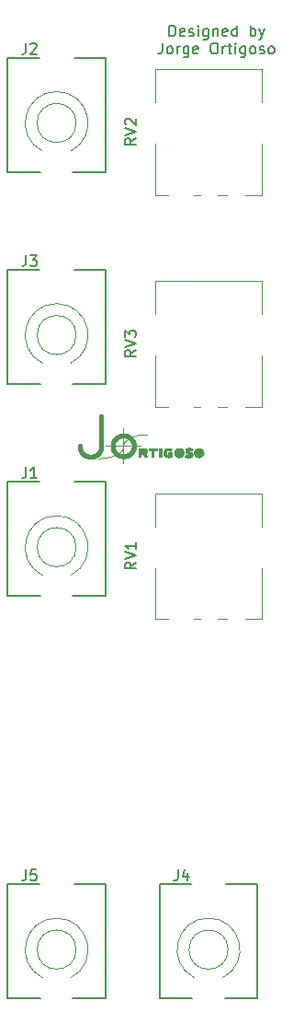
<source format=gbr>
%TF.GenerationSoftware,KiCad,Pcbnew,(6.0.1)*%
%TF.CreationDate,2023-06-10T19:18:39+02:00*%
%TF.ProjectId,mixer,6d697865-722e-46b6-9963-61645f706362,rev?*%
%TF.SameCoordinates,Original*%
%TF.FileFunction,Legend,Top*%
%TF.FilePolarity,Positive*%
%FSLAX46Y46*%
G04 Gerber Fmt 4.6, Leading zero omitted, Abs format (unit mm)*
G04 Created by KiCad (PCBNEW (6.0.1)) date 2023-06-10 19:18:39*
%MOMM*%
%LPD*%
G01*
G04 APERTURE LIST*
%ADD10C,0.011565*%
%ADD11C,0.121440*%
%ADD12C,0.399019*%
%ADD13C,0.112766*%
%ADD14C,0.150000*%
%ADD15C,0.120000*%
%ADD16C,0.200000*%
G04 APERTURE END LIST*
D10*
X66189923Y-95373929D02*
X66335003Y-95724391D01*
X66335003Y-95724391D02*
X66108874Y-95724391D01*
X66108874Y-95724391D02*
X65983133Y-95411576D01*
X65983133Y-95411576D02*
X65776342Y-95411576D01*
X65776342Y-95411576D02*
X65776342Y-95724391D01*
X65776342Y-95724391D02*
X65570795Y-95724391D01*
X65570795Y-95724391D02*
X65570795Y-94902404D01*
X65570795Y-94902404D02*
X66053263Y-94902404D01*
X66053263Y-94902404D02*
X66066676Y-94902735D01*
X66066676Y-94902735D02*
X66079923Y-94903719D01*
X66079923Y-94903719D02*
X66092987Y-94905339D01*
X66092987Y-94905339D02*
X66105852Y-94907579D01*
X66105852Y-94907579D02*
X66118499Y-94910423D01*
X66118499Y-94910423D02*
X66130913Y-94913854D01*
X66130913Y-94913854D02*
X66143075Y-94917858D01*
X66143075Y-94917858D02*
X66154969Y-94922416D01*
X66154969Y-94922416D02*
X66166578Y-94927514D01*
X66166578Y-94927514D02*
X66177885Y-94933134D01*
X66177885Y-94933134D02*
X66188873Y-94939262D01*
X66188873Y-94939262D02*
X66199524Y-94945880D01*
X66199524Y-94945880D02*
X66209822Y-94952973D01*
X66209822Y-94952973D02*
X66219749Y-94960524D01*
X66219749Y-94960524D02*
X66229289Y-94968517D01*
X66229289Y-94968517D02*
X66238425Y-94976937D01*
X66238425Y-94976937D02*
X66247139Y-94985766D01*
X66247139Y-94985766D02*
X66255414Y-94994990D01*
X66255414Y-94994990D02*
X66263233Y-95004590D01*
X66263233Y-95004590D02*
X66270580Y-95014552D01*
X66270580Y-95014552D02*
X66277438Y-95024860D01*
X66277438Y-95024860D02*
X66283788Y-95035496D01*
X66283788Y-95035496D02*
X66289614Y-95046446D01*
X66289614Y-95046446D02*
X66294900Y-95057692D01*
X66294900Y-95057692D02*
X66299627Y-95069219D01*
X66299627Y-95069219D02*
X66303780Y-95081011D01*
X66303780Y-95081011D02*
X66307340Y-95093050D01*
X66307340Y-95093050D02*
X66310292Y-95105322D01*
X66310292Y-95105322D02*
X66312617Y-95117810D01*
X66312617Y-95117810D02*
X66314299Y-95130498D01*
X66314299Y-95130498D02*
X66315320Y-95143369D01*
X66315320Y-95143369D02*
X66315665Y-95156408D01*
X66315665Y-95156408D02*
X66315076Y-95173475D01*
X66315076Y-95173475D02*
X66313335Y-95190256D01*
X66313335Y-95190256D02*
X66310482Y-95206713D01*
X66310482Y-95206713D02*
X66306556Y-95222808D01*
X66306556Y-95222808D02*
X66301595Y-95238503D01*
X66301595Y-95238503D02*
X66295638Y-95253760D01*
X66295638Y-95253760D02*
X66288725Y-95268541D01*
X66288725Y-95268541D02*
X66280895Y-95282809D01*
X66280895Y-95282809D02*
X66272187Y-95296526D01*
X66272187Y-95296526D02*
X66262640Y-95309654D01*
X66262640Y-95309654D02*
X66252293Y-95322154D01*
X66252293Y-95322154D02*
X66241184Y-95333990D01*
X66241184Y-95333990D02*
X66229354Y-95345124D01*
X66229354Y-95345124D02*
X66216841Y-95355516D01*
X66216841Y-95355516D02*
X66203684Y-95365131D01*
X66203684Y-95365131D02*
X66189922Y-95373929D01*
X66189922Y-95373929D02*
X66189923Y-95373929D01*
X66189923Y-95373929D02*
X66189923Y-95373929D01*
G36*
X66066676Y-94902735D02*
G01*
X66079923Y-94903719D01*
X66092987Y-94905339D01*
X66105852Y-94907579D01*
X66118499Y-94910423D01*
X66130913Y-94913854D01*
X66143075Y-94917858D01*
X66154969Y-94922416D01*
X66166578Y-94927514D01*
X66177885Y-94933134D01*
X66188873Y-94939262D01*
X66199524Y-94945880D01*
X66209822Y-94952973D01*
X66219749Y-94960524D01*
X66229289Y-94968517D01*
X66238425Y-94976937D01*
X66247139Y-94985766D01*
X66255414Y-94994990D01*
X66263233Y-95004590D01*
X66270580Y-95014552D01*
X66277438Y-95024860D01*
X66283788Y-95035496D01*
X66289614Y-95046446D01*
X66294900Y-95057692D01*
X66299627Y-95069219D01*
X66303780Y-95081011D01*
X66307340Y-95093050D01*
X66310292Y-95105322D01*
X66312617Y-95117810D01*
X66314299Y-95130498D01*
X66315320Y-95143369D01*
X66315665Y-95156408D01*
X66315076Y-95173475D01*
X66313335Y-95190256D01*
X66310482Y-95206713D01*
X66306556Y-95222808D01*
X66301595Y-95238503D01*
X66295638Y-95253760D01*
X66288725Y-95268541D01*
X66280895Y-95282809D01*
X66272187Y-95296526D01*
X66262640Y-95309654D01*
X66252293Y-95322154D01*
X66241184Y-95333990D01*
X66229354Y-95345124D01*
X66216841Y-95355516D01*
X66203684Y-95365131D01*
X66189922Y-95373929D01*
X66189923Y-95373929D01*
X66335003Y-95724391D01*
X66108874Y-95724391D01*
X65983133Y-95411576D01*
X65776342Y-95411576D01*
X65776342Y-95724391D01*
X65570795Y-95724391D01*
X65570795Y-94902404D01*
X66053263Y-94902404D01*
X66066676Y-94902735D01*
G37*
X66066676Y-94902735D02*
X66079923Y-94903719D01*
X66092987Y-94905339D01*
X66105852Y-94907579D01*
X66118499Y-94910423D01*
X66130913Y-94913854D01*
X66143075Y-94917858D01*
X66154969Y-94922416D01*
X66166578Y-94927514D01*
X66177885Y-94933134D01*
X66188873Y-94939262D01*
X66199524Y-94945880D01*
X66209822Y-94952973D01*
X66219749Y-94960524D01*
X66229289Y-94968517D01*
X66238425Y-94976937D01*
X66247139Y-94985766D01*
X66255414Y-94994990D01*
X66263233Y-95004590D01*
X66270580Y-95014552D01*
X66277438Y-95024860D01*
X66283788Y-95035496D01*
X66289614Y-95046446D01*
X66294900Y-95057692D01*
X66299627Y-95069219D01*
X66303780Y-95081011D01*
X66307340Y-95093050D01*
X66310292Y-95105322D01*
X66312617Y-95117810D01*
X66314299Y-95130498D01*
X66315320Y-95143369D01*
X66315665Y-95156408D01*
X66315076Y-95173475D01*
X66313335Y-95190256D01*
X66310482Y-95206713D01*
X66306556Y-95222808D01*
X66301595Y-95238503D01*
X66295638Y-95253760D01*
X66288725Y-95268541D01*
X66280895Y-95282809D01*
X66272187Y-95296526D01*
X66262640Y-95309654D01*
X66252293Y-95322154D01*
X66241184Y-95333990D01*
X66229354Y-95345124D01*
X66216841Y-95355516D01*
X66203684Y-95365131D01*
X66189922Y-95373929D01*
X66189923Y-95373929D01*
X66335003Y-95724391D01*
X66108874Y-95724391D01*
X65983133Y-95411576D01*
X65776342Y-95411576D01*
X65776342Y-95724391D01*
X65570795Y-95724391D01*
X65570795Y-94902404D01*
X66053263Y-94902404D01*
X66066676Y-94902735D01*
D11*
X63867203Y-95228349D02*
X63812635Y-95275450D01*
D12*
X64729060Y-95458278D02*
X64690506Y-95484939D01*
D11*
X64166745Y-94527393D02*
X64186640Y-94474175D01*
D10*
X66108874Y-95156408D02*
X66108801Y-95153666D01*
X66108801Y-95153666D02*
X66108582Y-95150956D01*
X66108582Y-95150956D02*
X66108222Y-95148280D01*
X66108222Y-95148280D02*
X66107725Y-95145643D01*
X66107725Y-95145643D02*
X66107094Y-95143049D01*
X66107094Y-95143049D02*
X66106333Y-95140500D01*
X66106333Y-95140500D02*
X66105446Y-95138001D01*
X66105446Y-95138001D02*
X66104437Y-95135555D01*
X66104437Y-95135555D02*
X66103309Y-95133166D01*
X66103309Y-95133166D02*
X66102066Y-95130838D01*
X66102066Y-95130838D02*
X66100712Y-95128574D01*
X66100712Y-95128574D02*
X66099250Y-95126378D01*
X66099250Y-95126378D02*
X66097685Y-95124253D01*
X66097685Y-95124253D02*
X66096020Y-95122203D01*
X66096020Y-95122203D02*
X66094259Y-95120232D01*
X66094259Y-95120232D02*
X66092406Y-95118344D01*
X66092406Y-95118344D02*
X66090464Y-95116542D01*
X66090464Y-95116542D02*
X66088438Y-95114829D01*
X66088438Y-95114829D02*
X66086330Y-95113210D01*
X66086330Y-95113210D02*
X66084145Y-95111688D01*
X66084145Y-95111688D02*
X66081886Y-95110267D01*
X66081886Y-95110267D02*
X66079558Y-95108950D01*
X66079558Y-95108950D02*
X66077164Y-95107742D01*
X66077164Y-95107742D02*
X66074707Y-95106645D01*
X66074707Y-95106645D02*
X66072192Y-95105663D01*
X66072192Y-95105663D02*
X66069622Y-95104801D01*
X66069622Y-95104801D02*
X66067001Y-95104061D01*
X66067001Y-95104061D02*
X66064333Y-95103447D01*
X66064333Y-95103447D02*
X66061621Y-95102963D01*
X66061621Y-95102963D02*
X66058870Y-95102613D01*
X66058870Y-95102613D02*
X66056083Y-95102401D01*
X66056083Y-95102401D02*
X66053263Y-95102329D01*
X66053263Y-95102329D02*
X65776342Y-95102329D01*
X65776342Y-95102329D02*
X65776342Y-95211693D01*
X65776342Y-95211693D02*
X66053263Y-95211693D01*
X66053263Y-95211693D02*
X66056083Y-95211622D01*
X66056083Y-95211622D02*
X66058870Y-95211409D01*
X66058870Y-95211409D02*
X66061621Y-95211058D01*
X66061621Y-95211058D02*
X66064333Y-95210573D01*
X66064333Y-95210573D02*
X66067001Y-95209958D01*
X66067001Y-95209958D02*
X66069622Y-95209214D01*
X66069622Y-95209214D02*
X66072192Y-95208347D01*
X66072192Y-95208347D02*
X66074707Y-95207359D01*
X66074707Y-95207359D02*
X66077164Y-95206254D01*
X66077164Y-95206254D02*
X66079558Y-95205036D01*
X66079558Y-95205036D02*
X66081886Y-95203707D01*
X66081886Y-95203707D02*
X66084145Y-95202271D01*
X66084145Y-95202271D02*
X66086330Y-95200732D01*
X66086330Y-95200732D02*
X66088438Y-95199093D01*
X66088438Y-95199093D02*
X66090464Y-95197357D01*
X66090464Y-95197357D02*
X66092406Y-95195529D01*
X66092406Y-95195529D02*
X66094259Y-95193610D01*
X66094259Y-95193610D02*
X66096020Y-95191606D01*
X66096020Y-95191606D02*
X66097685Y-95189518D01*
X66097685Y-95189518D02*
X66099250Y-95187351D01*
X66099250Y-95187351D02*
X66100712Y-95185109D01*
X66100712Y-95185109D02*
X66102066Y-95182793D01*
X66102066Y-95182793D02*
X66103309Y-95180409D01*
X66103309Y-95180409D02*
X66104437Y-95177959D01*
X66104437Y-95177959D02*
X66105446Y-95175447D01*
X66105446Y-95175447D02*
X66106333Y-95172876D01*
X66106333Y-95172876D02*
X66107094Y-95170249D01*
X66107094Y-95170249D02*
X66107725Y-95167571D01*
X66107725Y-95167571D02*
X66108222Y-95164844D01*
X66108222Y-95164844D02*
X66108582Y-95162073D01*
X66108582Y-95162073D02*
X66108801Y-95159259D01*
X66108801Y-95159259D02*
X66108874Y-95156408D01*
X66108874Y-95156408D02*
X66108874Y-95156408D01*
G36*
X66056083Y-95102401D02*
G01*
X66058870Y-95102613D01*
X66061621Y-95102963D01*
X66064333Y-95103447D01*
X66067001Y-95104061D01*
X66069622Y-95104801D01*
X66072192Y-95105663D01*
X66074707Y-95106645D01*
X66077164Y-95107742D01*
X66079558Y-95108950D01*
X66081886Y-95110267D01*
X66084145Y-95111688D01*
X66086330Y-95113210D01*
X66088438Y-95114829D01*
X66090464Y-95116542D01*
X66092406Y-95118344D01*
X66094259Y-95120232D01*
X66096020Y-95122203D01*
X66097685Y-95124253D01*
X66099250Y-95126378D01*
X66100712Y-95128574D01*
X66102066Y-95130838D01*
X66103309Y-95133166D01*
X66104437Y-95135555D01*
X66105446Y-95138001D01*
X66106333Y-95140500D01*
X66107094Y-95143049D01*
X66107725Y-95145643D01*
X66108222Y-95148280D01*
X66108582Y-95150956D01*
X66108801Y-95153666D01*
X66108874Y-95156408D01*
X66108801Y-95159259D01*
X66108582Y-95162073D01*
X66108222Y-95164844D01*
X66107725Y-95167571D01*
X66107094Y-95170249D01*
X66106333Y-95172876D01*
X66105446Y-95175447D01*
X66104437Y-95177959D01*
X66103309Y-95180409D01*
X66102066Y-95182793D01*
X66100712Y-95185109D01*
X66099250Y-95187351D01*
X66097685Y-95189518D01*
X66096020Y-95191606D01*
X66094259Y-95193610D01*
X66092406Y-95195529D01*
X66090464Y-95197357D01*
X66088438Y-95199093D01*
X66086330Y-95200732D01*
X66084145Y-95202271D01*
X66081886Y-95203707D01*
X66079558Y-95205036D01*
X66077164Y-95206254D01*
X66074707Y-95207359D01*
X66072192Y-95208347D01*
X66069622Y-95209214D01*
X66067001Y-95209958D01*
X66064333Y-95210573D01*
X66061621Y-95211058D01*
X66058870Y-95211409D01*
X66056083Y-95211622D01*
X66053263Y-95211693D01*
X65776342Y-95211693D01*
X65776342Y-95102329D01*
X66053263Y-95102329D01*
X66056083Y-95102401D01*
G37*
X66056083Y-95102401D02*
X66058870Y-95102613D01*
X66061621Y-95102963D01*
X66064333Y-95103447D01*
X66067001Y-95104061D01*
X66069622Y-95104801D01*
X66072192Y-95105663D01*
X66074707Y-95106645D01*
X66077164Y-95107742D01*
X66079558Y-95108950D01*
X66081886Y-95110267D01*
X66084145Y-95111688D01*
X66086330Y-95113210D01*
X66088438Y-95114829D01*
X66090464Y-95116542D01*
X66092406Y-95118344D01*
X66094259Y-95120232D01*
X66096020Y-95122203D01*
X66097685Y-95124253D01*
X66099250Y-95126378D01*
X66100712Y-95128574D01*
X66102066Y-95130838D01*
X66103309Y-95133166D01*
X66104437Y-95135555D01*
X66105446Y-95138001D01*
X66106333Y-95140500D01*
X66107094Y-95143049D01*
X66107725Y-95145643D01*
X66108222Y-95148280D01*
X66108582Y-95150956D01*
X66108801Y-95153666D01*
X66108874Y-95156408D01*
X66108801Y-95159259D01*
X66108582Y-95162073D01*
X66108222Y-95164844D01*
X66107725Y-95167571D01*
X66107094Y-95170249D01*
X66106333Y-95172876D01*
X66105446Y-95175447D01*
X66104437Y-95177959D01*
X66103309Y-95180409D01*
X66102066Y-95182793D01*
X66100712Y-95185109D01*
X66099250Y-95187351D01*
X66097685Y-95189518D01*
X66096020Y-95191606D01*
X66094259Y-95193610D01*
X66092406Y-95195529D01*
X66090464Y-95197357D01*
X66088438Y-95199093D01*
X66086330Y-95200732D01*
X66084145Y-95202271D01*
X66081886Y-95203707D01*
X66079558Y-95205036D01*
X66077164Y-95206254D01*
X66074707Y-95207359D01*
X66072192Y-95208347D01*
X66069622Y-95209214D01*
X66067001Y-95209958D01*
X66064333Y-95210573D01*
X66061621Y-95211058D01*
X66058870Y-95211409D01*
X66056083Y-95211622D01*
X66053263Y-95211693D01*
X65776342Y-95211693D01*
X65776342Y-95102329D01*
X66053263Y-95102329D01*
X66056083Y-95102401D01*
D12*
X64090078Y-93736995D02*
X64140680Y-93735750D01*
D11*
X65422822Y-93718261D02*
X65523130Y-93696643D01*
D12*
X63630781Y-93874183D02*
X63671961Y-93851159D01*
X63157321Y-94691998D02*
X63157321Y-94691998D01*
X60179086Y-95040293D02*
X60197463Y-95084610D01*
X65118973Y-94789768D02*
X65112720Y-94837624D01*
D11*
X64657394Y-94004717D02*
X64728532Y-93965532D01*
D12*
X65046776Y-95064212D02*
X65027084Y-95106570D01*
X64928699Y-95264137D02*
X64899506Y-95300262D01*
D11*
X62218648Y-95803783D02*
X62105094Y-95810928D01*
D12*
X63168652Y-94837624D02*
X63162398Y-94789768D01*
X64981692Y-95187847D02*
X64956114Y-95226646D01*
X65093093Y-94453007D02*
X65104073Y-94499272D01*
D13*
X64140679Y-93062725D02*
X64140679Y-96321284D01*
D12*
X63234600Y-95064212D02*
X63216993Y-95020787D01*
X61799256Y-95424554D02*
X61762826Y-95455318D01*
X62082985Y-94990924D02*
X62067208Y-95036435D01*
D10*
X71329339Y-95311654D02*
X71329044Y-95300258D01*
X71329044Y-95300258D02*
X71328168Y-95289013D01*
X71328168Y-95289013D02*
X71326725Y-95277934D01*
X71326725Y-95277934D02*
X71324729Y-95267035D01*
X71324729Y-95267035D02*
X71322196Y-95256328D01*
X71322196Y-95256328D02*
X71319138Y-95245829D01*
X71319138Y-95245829D02*
X71315569Y-95235550D01*
X71315569Y-95235550D02*
X71311505Y-95225505D01*
X71311505Y-95225505D02*
X71306960Y-95215709D01*
X71306960Y-95215709D02*
X71301946Y-95206175D01*
X71301946Y-95206175D02*
X71296479Y-95196917D01*
X71296479Y-95196917D02*
X71290573Y-95187948D01*
X71290573Y-95187948D02*
X71284242Y-95179282D01*
X71284242Y-95179282D02*
X71277500Y-95170934D01*
X71277500Y-95170934D02*
X71270361Y-95162916D01*
X71270361Y-95162916D02*
X71262840Y-95155243D01*
X71262840Y-95155243D02*
X71254950Y-95147928D01*
X71254950Y-95147928D02*
X71246706Y-95140985D01*
X71246706Y-95140985D02*
X71238122Y-95134429D01*
X71238122Y-95134429D02*
X71229212Y-95128272D01*
X71229212Y-95128272D02*
X71219990Y-95122528D01*
X71219990Y-95122528D02*
X71210471Y-95117212D01*
X71210471Y-95117212D02*
X71200668Y-95112336D01*
X71200668Y-95112336D02*
X71190596Y-95107916D01*
X71190596Y-95107916D02*
X71180269Y-95103964D01*
X71180269Y-95103964D02*
X71169701Y-95100494D01*
X71169701Y-95100494D02*
X71158906Y-95097520D01*
X71158906Y-95097520D02*
X71147898Y-95095056D01*
X71147898Y-95095056D02*
X71136692Y-95093115D01*
X71136692Y-95093115D02*
X71125302Y-95091712D01*
X71125302Y-95091712D02*
X71113742Y-95090860D01*
X71113742Y-95090860D02*
X71102026Y-95090573D01*
X71102026Y-95090573D02*
X71090415Y-95090860D01*
X71090415Y-95090860D02*
X71078946Y-95091712D01*
X71078946Y-95091712D02*
X71067635Y-95093115D01*
X71067635Y-95093115D02*
X71056495Y-95095056D01*
X71056495Y-95095056D02*
X71045542Y-95097520D01*
X71045542Y-95097520D02*
X71034791Y-95100494D01*
X71034791Y-95100494D02*
X71024257Y-95103964D01*
X71024257Y-95103964D02*
X71013953Y-95107916D01*
X71013953Y-95107916D02*
X71003896Y-95112336D01*
X71003896Y-95112336D02*
X70994100Y-95117212D01*
X70994100Y-95117212D02*
X70984580Y-95122528D01*
X70984580Y-95122528D02*
X70975351Y-95128272D01*
X70975351Y-95128272D02*
X70966427Y-95134429D01*
X70966427Y-95134429D02*
X70957823Y-95140985D01*
X70957823Y-95140985D02*
X70949555Y-95147928D01*
X70949555Y-95147928D02*
X70941637Y-95155243D01*
X70941637Y-95155243D02*
X70934084Y-95162916D01*
X70934084Y-95162916D02*
X70926910Y-95170934D01*
X70926910Y-95170934D02*
X70920131Y-95179282D01*
X70920131Y-95179282D02*
X70913762Y-95187948D01*
X70913762Y-95187948D02*
X70907816Y-95196917D01*
X70907816Y-95196917D02*
X70902310Y-95206175D01*
X70902310Y-95206175D02*
X70897258Y-95215709D01*
X70897258Y-95215709D02*
X70892675Y-95225505D01*
X70892675Y-95225505D02*
X70888575Y-95235550D01*
X70888575Y-95235550D02*
X70884974Y-95245829D01*
X70884974Y-95245829D02*
X70881886Y-95256328D01*
X70881886Y-95256328D02*
X70879326Y-95267035D01*
X70879326Y-95267035D02*
X70877310Y-95277934D01*
X70877310Y-95277934D02*
X70875851Y-95289013D01*
X70875851Y-95289013D02*
X70874964Y-95300258D01*
X70874964Y-95300258D02*
X70874666Y-95311654D01*
X70874666Y-95311654D02*
X70874964Y-95323047D01*
X70874964Y-95323047D02*
X70875851Y-95334289D01*
X70875851Y-95334289D02*
X70877310Y-95345365D01*
X70877310Y-95345365D02*
X70879326Y-95356262D01*
X70879326Y-95356262D02*
X70881886Y-95366966D01*
X70881886Y-95366966D02*
X70884974Y-95377463D01*
X70884974Y-95377463D02*
X70888575Y-95387740D01*
X70888575Y-95387740D02*
X70892675Y-95397782D01*
X70892675Y-95397782D02*
X70897258Y-95407577D01*
X70897258Y-95407577D02*
X70902310Y-95417109D01*
X70902310Y-95417109D02*
X70907816Y-95426366D01*
X70907816Y-95426366D02*
X70913762Y-95435334D01*
X70913762Y-95435334D02*
X70920131Y-95443998D01*
X70920131Y-95443998D02*
X70926910Y-95452346D01*
X70926910Y-95452346D02*
X70934084Y-95460362D01*
X70934084Y-95460362D02*
X70941637Y-95468035D01*
X70941637Y-95468035D02*
X70949555Y-95475349D01*
X70949555Y-95475349D02*
X70957823Y-95482291D01*
X70957823Y-95482291D02*
X70966427Y-95488847D01*
X70966427Y-95488847D02*
X70975351Y-95495004D01*
X70975351Y-95495004D02*
X70984580Y-95500747D01*
X70984580Y-95500747D02*
X70994100Y-95506063D01*
X70994100Y-95506063D02*
X71003896Y-95510938D01*
X71003896Y-95510938D02*
X71013953Y-95515359D01*
X71013953Y-95515359D02*
X71024257Y-95519311D01*
X71024257Y-95519311D02*
X71034791Y-95522780D01*
X71034791Y-95522780D02*
X71045542Y-95525754D01*
X71045542Y-95525754D02*
X71056495Y-95528218D01*
X71056495Y-95528218D02*
X71067635Y-95530158D01*
X71067635Y-95530158D02*
X71078946Y-95531562D01*
X71078946Y-95531562D02*
X71090415Y-95532413D01*
X71090415Y-95532413D02*
X71102026Y-95532701D01*
X71102026Y-95532701D02*
X71113742Y-95532413D01*
X71113742Y-95532413D02*
X71125302Y-95531562D01*
X71125302Y-95531562D02*
X71136692Y-95530158D01*
X71136692Y-95530158D02*
X71147898Y-95528218D01*
X71147898Y-95528218D02*
X71158906Y-95525754D01*
X71158906Y-95525754D02*
X71169701Y-95522780D01*
X71169701Y-95522780D02*
X71180269Y-95519311D01*
X71180269Y-95519311D02*
X71190596Y-95515359D01*
X71190596Y-95515359D02*
X71200668Y-95510938D01*
X71200668Y-95510938D02*
X71210471Y-95506063D01*
X71210471Y-95506063D02*
X71219990Y-95500747D01*
X71219990Y-95500747D02*
X71229212Y-95495004D01*
X71229212Y-95495004D02*
X71238122Y-95488847D01*
X71238122Y-95488847D02*
X71246706Y-95482291D01*
X71246706Y-95482291D02*
X71254950Y-95475349D01*
X71254950Y-95475349D02*
X71262840Y-95468035D01*
X71262840Y-95468035D02*
X71270361Y-95460362D01*
X71270361Y-95460362D02*
X71277500Y-95452346D01*
X71277500Y-95452346D02*
X71284242Y-95443998D01*
X71284242Y-95443998D02*
X71290573Y-95435334D01*
X71290573Y-95435334D02*
X71296479Y-95426366D01*
X71296479Y-95426366D02*
X71301946Y-95417109D01*
X71301946Y-95417109D02*
X71306960Y-95407577D01*
X71306960Y-95407577D02*
X71311505Y-95397782D01*
X71311505Y-95397782D02*
X71315569Y-95387740D01*
X71315569Y-95387740D02*
X71319138Y-95377463D01*
X71319138Y-95377463D02*
X71322196Y-95366966D01*
X71322196Y-95366966D02*
X71324729Y-95356262D01*
X71324729Y-95356262D02*
X71326725Y-95345365D01*
X71326725Y-95345365D02*
X71328168Y-95334289D01*
X71328168Y-95334289D02*
X71329044Y-95323047D01*
X71329044Y-95323047D02*
X71329339Y-95311654D01*
X71329339Y-95311654D02*
X71329339Y-95311654D01*
G36*
X71113742Y-95090860D02*
G01*
X71125302Y-95091712D01*
X71136692Y-95093115D01*
X71147898Y-95095056D01*
X71158906Y-95097520D01*
X71169701Y-95100494D01*
X71180269Y-95103964D01*
X71190596Y-95107916D01*
X71200668Y-95112336D01*
X71210471Y-95117212D01*
X71219990Y-95122528D01*
X71229212Y-95128272D01*
X71238122Y-95134429D01*
X71246706Y-95140985D01*
X71254950Y-95147928D01*
X71262840Y-95155243D01*
X71270361Y-95162916D01*
X71277500Y-95170934D01*
X71284242Y-95179282D01*
X71290573Y-95187948D01*
X71296479Y-95196917D01*
X71301946Y-95206175D01*
X71306960Y-95215709D01*
X71311505Y-95225505D01*
X71315569Y-95235550D01*
X71319138Y-95245829D01*
X71322196Y-95256328D01*
X71324729Y-95267035D01*
X71326725Y-95277934D01*
X71328168Y-95289013D01*
X71329044Y-95300258D01*
X71329339Y-95311654D01*
X71329044Y-95323047D01*
X71328168Y-95334289D01*
X71326725Y-95345365D01*
X71324729Y-95356262D01*
X71322196Y-95366966D01*
X71319138Y-95377463D01*
X71315569Y-95387740D01*
X71311505Y-95397782D01*
X71306960Y-95407577D01*
X71301946Y-95417109D01*
X71296479Y-95426366D01*
X71290573Y-95435334D01*
X71284242Y-95443998D01*
X71277500Y-95452346D01*
X71270361Y-95460362D01*
X71262840Y-95468035D01*
X71254950Y-95475349D01*
X71246706Y-95482291D01*
X71238122Y-95488847D01*
X71229212Y-95495004D01*
X71219990Y-95500747D01*
X71210471Y-95506063D01*
X71200668Y-95510938D01*
X71190596Y-95515359D01*
X71180269Y-95519311D01*
X71169701Y-95522780D01*
X71158906Y-95525754D01*
X71147898Y-95528218D01*
X71136692Y-95530158D01*
X71125302Y-95531562D01*
X71113742Y-95532413D01*
X71102026Y-95532701D01*
X71090415Y-95532413D01*
X71078946Y-95531562D01*
X71067635Y-95530158D01*
X71056495Y-95528218D01*
X71045542Y-95525754D01*
X71034791Y-95522780D01*
X71024257Y-95519311D01*
X71013953Y-95515359D01*
X71003896Y-95510938D01*
X70994100Y-95506063D01*
X70984580Y-95500747D01*
X70975351Y-95495004D01*
X70966427Y-95488847D01*
X70957823Y-95482291D01*
X70949555Y-95475349D01*
X70941637Y-95468035D01*
X70934084Y-95460362D01*
X70926910Y-95452346D01*
X70920131Y-95443998D01*
X70913762Y-95435334D01*
X70907816Y-95426366D01*
X70902310Y-95417109D01*
X70897258Y-95407577D01*
X70892675Y-95397782D01*
X70888575Y-95387740D01*
X70884974Y-95377463D01*
X70881886Y-95366966D01*
X70879326Y-95356262D01*
X70877310Y-95345365D01*
X70875851Y-95334289D01*
X70874964Y-95323047D01*
X70874666Y-95311654D01*
X70874964Y-95300258D01*
X70875851Y-95289013D01*
X70877310Y-95277934D01*
X70879326Y-95267035D01*
X70881886Y-95256328D01*
X70884974Y-95245829D01*
X70888575Y-95235550D01*
X70892675Y-95225505D01*
X70897258Y-95215709D01*
X70902310Y-95206175D01*
X70907816Y-95196917D01*
X70913762Y-95187948D01*
X70920131Y-95179282D01*
X70926910Y-95170934D01*
X70934084Y-95162916D01*
X70941637Y-95155243D01*
X70949555Y-95147928D01*
X70957823Y-95140985D01*
X70966427Y-95134429D01*
X70975351Y-95128272D01*
X70984580Y-95122528D01*
X70994100Y-95117212D01*
X71003896Y-95112336D01*
X71013953Y-95107916D01*
X71024257Y-95103964D01*
X71034791Y-95100494D01*
X71045542Y-95097520D01*
X71056495Y-95095056D01*
X71067635Y-95093115D01*
X71078946Y-95091712D01*
X71090415Y-95090860D01*
X71102026Y-95090573D01*
X71113742Y-95090860D01*
G37*
X71113742Y-95090860D02*
X71125302Y-95091712D01*
X71136692Y-95093115D01*
X71147898Y-95095056D01*
X71158906Y-95097520D01*
X71169701Y-95100494D01*
X71180269Y-95103964D01*
X71190596Y-95107916D01*
X71200668Y-95112336D01*
X71210471Y-95117212D01*
X71219990Y-95122528D01*
X71229212Y-95128272D01*
X71238122Y-95134429D01*
X71246706Y-95140985D01*
X71254950Y-95147928D01*
X71262840Y-95155243D01*
X71270361Y-95162916D01*
X71277500Y-95170934D01*
X71284242Y-95179282D01*
X71290573Y-95187948D01*
X71296479Y-95196917D01*
X71301946Y-95206175D01*
X71306960Y-95215709D01*
X71311505Y-95225505D01*
X71315569Y-95235550D01*
X71319138Y-95245829D01*
X71322196Y-95256328D01*
X71324729Y-95267035D01*
X71326725Y-95277934D01*
X71328168Y-95289013D01*
X71329044Y-95300258D01*
X71329339Y-95311654D01*
X71329044Y-95323047D01*
X71328168Y-95334289D01*
X71326725Y-95345365D01*
X71324729Y-95356262D01*
X71322196Y-95366966D01*
X71319138Y-95377463D01*
X71315569Y-95387740D01*
X71311505Y-95397782D01*
X71306960Y-95407577D01*
X71301946Y-95417109D01*
X71296479Y-95426366D01*
X71290573Y-95435334D01*
X71284242Y-95443998D01*
X71277500Y-95452346D01*
X71270361Y-95460362D01*
X71262840Y-95468035D01*
X71254950Y-95475349D01*
X71246706Y-95482291D01*
X71238122Y-95488847D01*
X71229212Y-95495004D01*
X71219990Y-95500747D01*
X71210471Y-95506063D01*
X71200668Y-95510938D01*
X71190596Y-95515359D01*
X71180269Y-95519311D01*
X71169701Y-95522780D01*
X71158906Y-95525754D01*
X71147898Y-95528218D01*
X71136692Y-95530158D01*
X71125302Y-95531562D01*
X71113742Y-95532413D01*
X71102026Y-95532701D01*
X71090415Y-95532413D01*
X71078946Y-95531562D01*
X71067635Y-95530158D01*
X71056495Y-95528218D01*
X71045542Y-95525754D01*
X71034791Y-95522780D01*
X71024257Y-95519311D01*
X71013953Y-95515359D01*
X71003896Y-95510938D01*
X70994100Y-95506063D01*
X70984580Y-95500747D01*
X70975351Y-95495004D01*
X70966427Y-95488847D01*
X70957823Y-95482291D01*
X70949555Y-95475349D01*
X70941637Y-95468035D01*
X70934084Y-95460362D01*
X70926910Y-95452346D01*
X70920131Y-95443998D01*
X70913762Y-95435334D01*
X70907816Y-95426366D01*
X70902310Y-95417109D01*
X70897258Y-95407577D01*
X70892675Y-95397782D01*
X70888575Y-95387740D01*
X70884974Y-95377463D01*
X70881886Y-95366966D01*
X70879326Y-95356262D01*
X70877310Y-95345365D01*
X70875851Y-95334289D01*
X70874964Y-95323047D01*
X70874666Y-95311654D01*
X70874964Y-95300258D01*
X70875851Y-95289013D01*
X70877310Y-95277934D01*
X70879326Y-95267035D01*
X70881886Y-95256328D01*
X70884974Y-95245829D01*
X70888575Y-95235550D01*
X70892675Y-95225505D01*
X70897258Y-95215709D01*
X70902310Y-95206175D01*
X70907816Y-95196917D01*
X70913762Y-95187948D01*
X70920131Y-95179282D01*
X70926910Y-95170934D01*
X70934084Y-95162916D01*
X70941637Y-95155243D01*
X70949555Y-95147928D01*
X70957823Y-95140985D01*
X70966427Y-95134429D01*
X70975351Y-95128272D01*
X70984580Y-95122528D01*
X70994100Y-95117212D01*
X71003896Y-95112336D01*
X71013953Y-95107916D01*
X71024257Y-95103964D01*
X71034791Y-95100494D01*
X71045542Y-95097520D01*
X71056495Y-95095056D01*
X71067635Y-95093115D01*
X71078946Y-95091712D01*
X71090415Y-95090860D01*
X71102026Y-95090573D01*
X71113742Y-95090860D01*
D12*
X61276881Y-95667503D02*
X61226592Y-95673724D01*
X64433116Y-93778739D02*
X64478809Y-93793772D01*
X63990928Y-93746768D02*
X64040140Y-93740687D01*
X63894929Y-95618150D02*
X63848266Y-95605264D01*
X60829128Y-95633016D02*
X60876921Y-95645786D01*
X64191287Y-93736995D02*
X64241229Y-93740687D01*
X64928699Y-94119848D02*
X64956115Y-94157338D01*
X60148943Y-94948559D02*
X60162892Y-94994922D01*
X64433116Y-95605264D02*
X64386450Y-95618150D01*
D11*
X65731203Y-93660345D02*
X65838684Y-93645800D01*
D12*
X65093093Y-94930978D02*
X65079842Y-94976355D01*
X62116535Y-94848798D02*
X62107711Y-94897044D01*
X64567026Y-93830042D02*
X64609427Y-93851159D01*
X64140679Y-95648257D02*
X64140679Y-95648257D01*
D11*
X64211902Y-94421894D02*
X64242389Y-94370618D01*
D12*
X60121204Y-94804123D02*
X60128036Y-94853099D01*
X60487305Y-95456506D02*
X60525501Y-95485231D01*
X63158600Y-94642787D02*
X63162398Y-94594222D01*
X63201532Y-94976355D02*
X63188281Y-94930978D01*
X60291524Y-95250135D02*
X60319861Y-95288276D01*
X63479499Y-95399834D02*
X63445347Y-95368170D01*
X60162892Y-94994922D02*
X60179086Y-95040293D01*
X65064383Y-95020787D02*
X65046776Y-95064212D01*
X63158600Y-94741206D02*
X63157321Y-94691998D01*
D11*
X64728532Y-93965532D02*
X64803478Y-93928028D01*
D12*
X62096507Y-94944440D02*
X62082985Y-94990924D01*
X64338873Y-93755177D02*
X64386450Y-93765854D01*
X63671961Y-95532839D02*
X63630780Y-95509813D01*
D11*
X64468246Y-94131686D02*
X64527110Y-94087862D01*
D12*
X64290445Y-93746768D02*
X64338873Y-93755177D01*
X64191286Y-95647012D02*
X64140679Y-95648257D01*
X65027084Y-95106570D02*
X65005369Y-95147802D01*
D11*
X63049376Y-95654023D02*
X62954414Y-95681088D01*
X64186640Y-94474175D02*
X64211902Y-94421894D01*
D12*
X60197463Y-95084610D02*
X60217958Y-95127814D01*
D11*
X62440133Y-95781353D02*
X62330375Y-95793901D01*
D12*
X63757920Y-95573107D02*
X63714361Y-95553957D01*
X60876921Y-95645786D02*
X60925628Y-95656289D01*
D11*
X62653172Y-95748541D02*
X62547779Y-95766210D01*
D12*
X64868600Y-94049028D02*
X64899507Y-94083724D01*
D11*
X64803478Y-93928028D02*
X64882091Y-93892273D01*
X65325187Y-93742102D02*
X65422822Y-93718261D01*
X64038822Y-95026657D02*
X64003199Y-95078932D01*
D12*
X64690506Y-93899055D02*
X64729060Y-93925715D01*
D11*
X64128983Y-94807083D02*
X64114577Y-94863407D01*
D12*
X64567025Y-95553957D02*
X64523465Y-95573107D01*
X61422640Y-95634791D02*
X61374968Y-95647975D01*
D11*
X63690495Y-95365173D02*
X63623208Y-95407654D01*
D12*
X63515180Y-93954102D02*
X63552329Y-93925715D01*
X60450593Y-95426059D02*
X60487305Y-95456506D01*
D11*
X62954414Y-95681088D02*
X62856632Y-95705910D01*
X63551964Y-95448454D02*
X63476907Y-95487504D01*
D12*
X60128036Y-94853099D02*
X60137303Y-94901264D01*
X63445347Y-94015818D02*
X63479499Y-93984156D01*
X64478808Y-95590230D02*
X64433116Y-95605264D01*
X63990928Y-95637238D02*
X63942504Y-95628828D01*
D10*
X68273504Y-95246969D02*
X68650800Y-95246969D01*
X68650800Y-95246969D02*
X68650800Y-95575019D01*
X68650800Y-95575019D02*
X68621763Y-95604420D01*
X68621763Y-95604420D02*
X68606659Y-95618649D01*
X68606659Y-95618649D02*
X68590418Y-95632209D01*
X68590418Y-95632209D02*
X68573125Y-95645066D01*
X68573125Y-95645066D02*
X68554862Y-95657186D01*
X68554862Y-95657186D02*
X68535714Y-95668535D01*
X68535714Y-95668535D02*
X68515763Y-95679078D01*
X68515763Y-95679078D02*
X68495093Y-95688780D01*
X68495093Y-95688780D02*
X68473787Y-95697607D01*
X68473787Y-95697607D02*
X68451929Y-95705525D01*
X68451929Y-95705525D02*
X68429602Y-95712498D01*
X68429602Y-95712498D02*
X68406889Y-95718494D01*
X68406889Y-95718494D02*
X68383874Y-95723476D01*
X68383874Y-95723476D02*
X68360641Y-95727412D01*
X68360641Y-95727412D02*
X68337272Y-95730265D01*
X68337272Y-95730265D02*
X68313851Y-95732003D01*
X68313851Y-95732003D02*
X68290461Y-95732590D01*
X68290461Y-95732590D02*
X68268260Y-95732043D01*
X68268260Y-95732043D02*
X68246348Y-95730420D01*
X68246348Y-95730420D02*
X68224753Y-95727748D01*
X68224753Y-95727748D02*
X68203502Y-95724053D01*
X68203502Y-95724053D02*
X68182623Y-95719362D01*
X68182623Y-95719362D02*
X68162142Y-95713701D01*
X68162142Y-95713701D02*
X68142088Y-95707096D01*
X68142088Y-95707096D02*
X68122486Y-95699575D01*
X68122486Y-95699575D02*
X68103365Y-95691162D01*
X68103365Y-95691162D02*
X68084751Y-95681886D01*
X68084751Y-95681886D02*
X68066672Y-95671772D01*
X68066672Y-95671772D02*
X68049155Y-95660848D01*
X68049155Y-95660848D02*
X68032227Y-95649138D01*
X68032227Y-95649138D02*
X68015915Y-95636671D01*
X68015915Y-95636671D02*
X68000247Y-95623472D01*
X68000247Y-95623472D02*
X67985250Y-95609568D01*
X67985250Y-95609568D02*
X67970951Y-95594985D01*
X67970951Y-95594985D02*
X67957377Y-95579750D01*
X67957377Y-95579750D02*
X67944556Y-95563890D01*
X67944556Y-95563890D02*
X67932514Y-95547430D01*
X67932514Y-95547430D02*
X67921280Y-95530398D01*
X67921280Y-95530398D02*
X67910879Y-95512819D01*
X67910879Y-95512819D02*
X67901340Y-95494721D01*
X67901340Y-95494721D02*
X67892689Y-95476129D01*
X67892689Y-95476129D02*
X67884954Y-95457071D01*
X67884954Y-95457071D02*
X67878163Y-95437572D01*
X67878163Y-95437572D02*
X67872341Y-95417659D01*
X67872341Y-95417659D02*
X67867517Y-95397359D01*
X67867517Y-95397359D02*
X67863717Y-95376699D01*
X67863717Y-95376699D02*
X67860970Y-95355704D01*
X67860970Y-95355704D02*
X67859301Y-95334401D01*
X67859301Y-95334401D02*
X67858739Y-95312816D01*
X67858739Y-95312816D02*
X67859301Y-95291231D01*
X67859301Y-95291231D02*
X67860970Y-95269926D01*
X67860970Y-95269926D02*
X67863717Y-95248930D01*
X67863717Y-95248930D02*
X67867517Y-95228267D01*
X67867517Y-95228267D02*
X67872341Y-95207966D01*
X67872341Y-95207966D02*
X67878163Y-95188052D01*
X67878163Y-95188052D02*
X67884954Y-95168551D01*
X67884954Y-95168551D02*
X67892689Y-95149491D01*
X67892689Y-95149491D02*
X67901340Y-95130897D01*
X67901340Y-95130897D02*
X67910879Y-95112797D01*
X67910879Y-95112797D02*
X67921280Y-95095216D01*
X67921280Y-95095216D02*
X67932514Y-95078182D01*
X67932514Y-95078182D02*
X67944556Y-95061720D01*
X67944556Y-95061720D02*
X67957377Y-95045858D01*
X67957377Y-95045858D02*
X67970951Y-95030621D01*
X67970951Y-95030621D02*
X67985250Y-95016036D01*
X67985250Y-95016036D02*
X68000247Y-95002130D01*
X68000247Y-95002130D02*
X68015915Y-94988929D01*
X68015915Y-94988929D02*
X68032227Y-94976460D01*
X68032227Y-94976460D02*
X68049155Y-94964749D01*
X68049155Y-94964749D02*
X68066672Y-94953823D01*
X68066672Y-94953823D02*
X68084751Y-94943708D01*
X68084751Y-94943708D02*
X68103365Y-94934430D01*
X68103365Y-94934430D02*
X68122486Y-94926016D01*
X68122486Y-94926016D02*
X68142088Y-94918494D01*
X68142088Y-94918494D02*
X68162142Y-94911888D01*
X68162142Y-94911888D02*
X68182623Y-94906226D01*
X68182623Y-94906226D02*
X68203502Y-94901533D01*
X68203502Y-94901533D02*
X68224753Y-94897838D01*
X68224753Y-94897838D02*
X68246348Y-94895165D01*
X68246348Y-94895165D02*
X68268260Y-94893542D01*
X68268260Y-94893542D02*
X68290461Y-94892996D01*
X68290461Y-94892996D02*
X68313960Y-94893626D01*
X68313960Y-94893626D02*
X68337270Y-94895501D01*
X68337270Y-94895501D02*
X68360347Y-94898600D01*
X68360347Y-94898600D02*
X68383145Y-94902899D01*
X68383145Y-94902899D02*
X68405616Y-94908377D01*
X68405616Y-94908377D02*
X68427716Y-94915010D01*
X68427716Y-94915010D02*
X68449398Y-94922777D01*
X68449398Y-94922777D02*
X68470616Y-94931656D01*
X68470616Y-94931656D02*
X68491325Y-94941623D01*
X68491325Y-94941623D02*
X68511477Y-94952657D01*
X68511477Y-94952657D02*
X68531027Y-94964735D01*
X68531027Y-94964735D02*
X68549930Y-94977835D01*
X68549930Y-94977835D02*
X68568138Y-94991934D01*
X68568138Y-94991934D02*
X68585606Y-95007011D01*
X68585606Y-95007011D02*
X68602289Y-95023043D01*
X68602289Y-95023043D02*
X68618139Y-95040007D01*
X68618139Y-95040007D02*
X68462151Y-95170526D01*
X68462151Y-95170526D02*
X68453768Y-95161513D01*
X68453768Y-95161513D02*
X68444956Y-95153008D01*
X68444956Y-95153008D02*
X68435740Y-95145020D01*
X68435740Y-95145020D02*
X68426144Y-95137560D01*
X68426144Y-95137560D02*
X68416194Y-95130638D01*
X68416194Y-95130638D02*
X68405914Y-95124265D01*
X68405914Y-95124265D02*
X68395329Y-95118450D01*
X68395329Y-95118450D02*
X68384465Y-95113203D01*
X68384465Y-95113203D02*
X68373345Y-95108536D01*
X68373345Y-95108536D02*
X68361996Y-95104457D01*
X68361996Y-95104457D02*
X68350441Y-95100978D01*
X68350441Y-95100978D02*
X68338706Y-95098109D01*
X68338706Y-95098109D02*
X68326816Y-95095859D01*
X68326816Y-95095859D02*
X68314795Y-95094240D01*
X68314795Y-95094240D02*
X68302669Y-95093261D01*
X68302669Y-95093261D02*
X68290461Y-95092932D01*
X68290461Y-95092932D02*
X68278854Y-95093219D01*
X68278854Y-95093219D02*
X68267396Y-95094071D01*
X68267396Y-95094071D02*
X68256101Y-95095473D01*
X68256101Y-95095473D02*
X68244984Y-95097412D01*
X68244984Y-95097412D02*
X68234059Y-95099874D01*
X68234059Y-95099874D02*
X68223341Y-95102844D01*
X68223341Y-95102844D02*
X68212844Y-95106310D01*
X68212844Y-95106310D02*
X68202583Y-95110256D01*
X68202583Y-95110256D02*
X68192571Y-95114668D01*
X68192571Y-95114668D02*
X68182824Y-95119534D01*
X68182824Y-95119534D02*
X68173355Y-95124838D01*
X68173355Y-95124838D02*
X68164180Y-95130568D01*
X68164180Y-95130568D02*
X68155311Y-95136708D01*
X68155311Y-95136708D02*
X68146765Y-95143244D01*
X68146765Y-95143244D02*
X68138554Y-95150164D01*
X68138554Y-95150164D02*
X68130694Y-95157452D01*
X68130694Y-95157452D02*
X68123199Y-95165096D01*
X68123199Y-95165096D02*
X68116083Y-95173080D01*
X68116083Y-95173080D02*
X68109361Y-95181391D01*
X68109361Y-95181391D02*
X68103047Y-95190015D01*
X68103047Y-95190015D02*
X68097156Y-95198938D01*
X68097156Y-95198938D02*
X68091701Y-95208146D01*
X68091701Y-95208146D02*
X68086697Y-95217624D01*
X68086697Y-95217624D02*
X68082159Y-95227360D01*
X68082159Y-95227360D02*
X68078102Y-95237339D01*
X68078102Y-95237339D02*
X68074538Y-95247546D01*
X68074538Y-95247546D02*
X68071483Y-95257969D01*
X68071483Y-95257969D02*
X68068952Y-95268592D01*
X68068952Y-95268592D02*
X68066958Y-95279403D01*
X68066958Y-95279403D02*
X68065516Y-95290386D01*
X68065516Y-95290386D02*
X68064640Y-95301529D01*
X68064640Y-95301529D02*
X68064345Y-95312816D01*
X68064345Y-95312816D02*
X68064640Y-95324100D01*
X68064640Y-95324100D02*
X68065516Y-95335233D01*
X68065516Y-95335233D02*
X68066958Y-95346201D01*
X68066958Y-95346201D02*
X68068952Y-95356990D01*
X68068952Y-95356990D02*
X68071483Y-95367587D01*
X68071483Y-95367587D02*
X68074538Y-95377979D01*
X68074538Y-95377979D02*
X68078102Y-95388152D01*
X68078102Y-95388152D02*
X68082159Y-95398091D01*
X68082159Y-95398091D02*
X68086697Y-95407785D01*
X68086697Y-95407785D02*
X68091701Y-95417218D01*
X68091701Y-95417218D02*
X68097156Y-95426378D01*
X68097156Y-95426378D02*
X68103047Y-95435251D01*
X68103047Y-95435251D02*
X68109361Y-95443824D01*
X68109361Y-95443824D02*
X68116083Y-95452082D01*
X68116083Y-95452082D02*
X68123199Y-95460013D01*
X68123199Y-95460013D02*
X68130694Y-95467602D01*
X68130694Y-95467602D02*
X68138554Y-95474837D01*
X68138554Y-95474837D02*
X68146765Y-95481703D01*
X68146765Y-95481703D02*
X68155311Y-95488187D01*
X68155311Y-95488187D02*
X68164180Y-95494276D01*
X68164180Y-95494276D02*
X68173355Y-95499955D01*
X68173355Y-95499955D02*
X68182824Y-95505212D01*
X68182824Y-95505212D02*
X68192571Y-95510032D01*
X68192571Y-95510032D02*
X68202583Y-95514403D01*
X68202583Y-95514403D02*
X68212844Y-95518310D01*
X68212844Y-95518310D02*
X68223341Y-95521741D01*
X68223341Y-95521741D02*
X68234059Y-95524681D01*
X68234059Y-95524681D02*
X68244984Y-95527116D01*
X68244984Y-95527116D02*
X68256101Y-95529034D01*
X68256101Y-95529034D02*
X68267396Y-95530421D01*
X68267396Y-95530421D02*
X68278854Y-95531263D01*
X68278854Y-95531263D02*
X68290461Y-95531547D01*
X68290461Y-95531547D02*
X68300499Y-95531343D01*
X68300499Y-95531343D02*
X68310646Y-95530738D01*
X68310646Y-95530738D02*
X68320869Y-95529748D01*
X68320869Y-95529748D02*
X68331133Y-95528386D01*
X68331133Y-95528386D02*
X68341405Y-95526665D01*
X68341405Y-95526665D02*
X68351651Y-95524599D01*
X68351651Y-95524599D02*
X68361837Y-95522203D01*
X68361837Y-95522203D02*
X68371930Y-95519490D01*
X68371930Y-95519490D02*
X68381895Y-95516473D01*
X68381895Y-95516473D02*
X68391700Y-95513166D01*
X68391700Y-95513166D02*
X68401309Y-95509584D01*
X68401309Y-95509584D02*
X68410690Y-95505740D01*
X68410690Y-95505740D02*
X68419809Y-95501647D01*
X68419809Y-95501647D02*
X68428631Y-95497320D01*
X68428631Y-95497320D02*
X68437124Y-95492772D01*
X68437124Y-95492772D02*
X68445253Y-95488017D01*
X68445253Y-95488017D02*
X68445253Y-95446860D01*
X68445253Y-95446860D02*
X68273504Y-95446860D01*
X68273504Y-95446860D02*
X68273504Y-95246969D01*
X68273504Y-95246969D02*
X68273504Y-95246969D01*
G36*
X68313960Y-94893626D02*
G01*
X68337270Y-94895501D01*
X68360347Y-94898600D01*
X68383145Y-94902899D01*
X68405616Y-94908377D01*
X68427716Y-94915010D01*
X68449398Y-94922777D01*
X68470616Y-94931656D01*
X68491325Y-94941623D01*
X68511477Y-94952657D01*
X68531027Y-94964735D01*
X68549930Y-94977835D01*
X68568138Y-94991934D01*
X68585606Y-95007011D01*
X68602289Y-95023043D01*
X68618139Y-95040007D01*
X68462151Y-95170526D01*
X68453768Y-95161513D01*
X68444956Y-95153008D01*
X68435740Y-95145020D01*
X68426144Y-95137560D01*
X68416194Y-95130638D01*
X68405914Y-95124265D01*
X68395329Y-95118450D01*
X68384465Y-95113203D01*
X68373345Y-95108536D01*
X68361996Y-95104457D01*
X68350441Y-95100978D01*
X68338706Y-95098109D01*
X68326816Y-95095859D01*
X68314795Y-95094240D01*
X68302669Y-95093261D01*
X68290461Y-95092932D01*
X68278854Y-95093219D01*
X68267396Y-95094071D01*
X68256101Y-95095473D01*
X68244984Y-95097412D01*
X68234059Y-95099874D01*
X68223341Y-95102844D01*
X68212844Y-95106310D01*
X68202583Y-95110256D01*
X68192571Y-95114668D01*
X68182824Y-95119534D01*
X68173355Y-95124838D01*
X68164180Y-95130568D01*
X68155311Y-95136708D01*
X68146765Y-95143244D01*
X68138554Y-95150164D01*
X68130694Y-95157452D01*
X68123199Y-95165096D01*
X68116083Y-95173080D01*
X68109361Y-95181391D01*
X68103047Y-95190015D01*
X68097156Y-95198938D01*
X68091701Y-95208146D01*
X68086697Y-95217624D01*
X68082159Y-95227360D01*
X68078102Y-95237339D01*
X68074538Y-95247546D01*
X68071483Y-95257969D01*
X68068952Y-95268592D01*
X68066958Y-95279403D01*
X68065516Y-95290386D01*
X68064640Y-95301529D01*
X68064345Y-95312816D01*
X68064640Y-95324100D01*
X68065516Y-95335233D01*
X68066958Y-95346201D01*
X68068952Y-95356990D01*
X68071483Y-95367587D01*
X68074538Y-95377979D01*
X68078102Y-95388152D01*
X68082159Y-95398091D01*
X68086697Y-95407785D01*
X68091701Y-95417218D01*
X68097156Y-95426378D01*
X68103047Y-95435251D01*
X68109361Y-95443824D01*
X68116083Y-95452082D01*
X68123199Y-95460013D01*
X68130694Y-95467602D01*
X68138554Y-95474837D01*
X68146765Y-95481703D01*
X68155311Y-95488187D01*
X68164180Y-95494276D01*
X68173355Y-95499955D01*
X68182824Y-95505212D01*
X68192571Y-95510032D01*
X68202583Y-95514403D01*
X68212844Y-95518310D01*
X68223341Y-95521741D01*
X68234059Y-95524681D01*
X68244984Y-95527116D01*
X68256101Y-95529034D01*
X68267396Y-95530421D01*
X68278854Y-95531263D01*
X68290461Y-95531547D01*
X68300499Y-95531343D01*
X68310646Y-95530738D01*
X68320869Y-95529748D01*
X68331133Y-95528386D01*
X68341405Y-95526665D01*
X68351651Y-95524599D01*
X68361837Y-95522203D01*
X68371930Y-95519490D01*
X68381895Y-95516473D01*
X68391700Y-95513166D01*
X68401309Y-95509584D01*
X68410690Y-95505740D01*
X68419809Y-95501647D01*
X68428631Y-95497320D01*
X68437124Y-95492772D01*
X68445253Y-95488017D01*
X68445253Y-95446860D01*
X68273504Y-95446860D01*
X68273504Y-95246969D01*
X68650800Y-95246969D01*
X68650800Y-95575019D01*
X68621763Y-95604420D01*
X68606659Y-95618649D01*
X68590418Y-95632209D01*
X68573125Y-95645066D01*
X68554862Y-95657186D01*
X68535714Y-95668535D01*
X68515763Y-95679078D01*
X68495093Y-95688780D01*
X68473787Y-95697607D01*
X68451929Y-95705525D01*
X68429602Y-95712498D01*
X68406889Y-95718494D01*
X68383874Y-95723476D01*
X68360641Y-95727412D01*
X68337272Y-95730265D01*
X68313851Y-95732003D01*
X68290461Y-95732590D01*
X68268260Y-95732043D01*
X68246348Y-95730420D01*
X68224753Y-95727748D01*
X68203502Y-95724053D01*
X68182623Y-95719362D01*
X68162142Y-95713701D01*
X68142088Y-95707096D01*
X68122486Y-95699575D01*
X68103365Y-95691162D01*
X68084751Y-95681886D01*
X68066672Y-95671772D01*
X68049155Y-95660848D01*
X68032227Y-95649138D01*
X68015915Y-95636671D01*
X68000247Y-95623472D01*
X67985250Y-95609568D01*
X67970951Y-95594985D01*
X67957377Y-95579750D01*
X67944556Y-95563890D01*
X67932514Y-95547430D01*
X67921280Y-95530398D01*
X67910879Y-95512819D01*
X67901340Y-95494721D01*
X67892689Y-95476129D01*
X67884954Y-95457071D01*
X67878163Y-95437572D01*
X67872341Y-95417659D01*
X67867517Y-95397359D01*
X67863717Y-95376699D01*
X67860970Y-95355704D01*
X67859301Y-95334401D01*
X67858739Y-95312816D01*
X67859301Y-95291231D01*
X67860970Y-95269926D01*
X67863717Y-95248930D01*
X67867517Y-95228267D01*
X67872341Y-95207966D01*
X67878163Y-95188052D01*
X67884954Y-95168551D01*
X67892689Y-95149491D01*
X67901340Y-95130897D01*
X67910879Y-95112797D01*
X67921280Y-95095216D01*
X67932514Y-95078182D01*
X67944556Y-95061720D01*
X67957377Y-95045858D01*
X67970951Y-95030621D01*
X67985250Y-95016036D01*
X68000247Y-95002130D01*
X68015915Y-94988929D01*
X68032227Y-94976460D01*
X68049155Y-94964749D01*
X68066672Y-94953823D01*
X68084751Y-94943708D01*
X68103365Y-94934430D01*
X68122486Y-94926016D01*
X68142088Y-94918494D01*
X68162142Y-94911888D01*
X68182623Y-94906226D01*
X68203502Y-94901533D01*
X68224753Y-94897838D01*
X68246348Y-94895165D01*
X68268260Y-94893542D01*
X68290461Y-94892996D01*
X68313960Y-94893626D01*
G37*
X68313960Y-94893626D02*
X68337270Y-94895501D01*
X68360347Y-94898600D01*
X68383145Y-94902899D01*
X68405616Y-94908377D01*
X68427716Y-94915010D01*
X68449398Y-94922777D01*
X68470616Y-94931656D01*
X68491325Y-94941623D01*
X68511477Y-94952657D01*
X68531027Y-94964735D01*
X68549930Y-94977835D01*
X68568138Y-94991934D01*
X68585606Y-95007011D01*
X68602289Y-95023043D01*
X68618139Y-95040007D01*
X68462151Y-95170526D01*
X68453768Y-95161513D01*
X68444956Y-95153008D01*
X68435740Y-95145020D01*
X68426144Y-95137560D01*
X68416194Y-95130638D01*
X68405914Y-95124265D01*
X68395329Y-95118450D01*
X68384465Y-95113203D01*
X68373345Y-95108536D01*
X68361996Y-95104457D01*
X68350441Y-95100978D01*
X68338706Y-95098109D01*
X68326816Y-95095859D01*
X68314795Y-95094240D01*
X68302669Y-95093261D01*
X68290461Y-95092932D01*
X68278854Y-95093219D01*
X68267396Y-95094071D01*
X68256101Y-95095473D01*
X68244984Y-95097412D01*
X68234059Y-95099874D01*
X68223341Y-95102844D01*
X68212844Y-95106310D01*
X68202583Y-95110256D01*
X68192571Y-95114668D01*
X68182824Y-95119534D01*
X68173355Y-95124838D01*
X68164180Y-95130568D01*
X68155311Y-95136708D01*
X68146765Y-95143244D01*
X68138554Y-95150164D01*
X68130694Y-95157452D01*
X68123199Y-95165096D01*
X68116083Y-95173080D01*
X68109361Y-95181391D01*
X68103047Y-95190015D01*
X68097156Y-95198938D01*
X68091701Y-95208146D01*
X68086697Y-95217624D01*
X68082159Y-95227360D01*
X68078102Y-95237339D01*
X68074538Y-95247546D01*
X68071483Y-95257969D01*
X68068952Y-95268592D01*
X68066958Y-95279403D01*
X68065516Y-95290386D01*
X68064640Y-95301529D01*
X68064345Y-95312816D01*
X68064640Y-95324100D01*
X68065516Y-95335233D01*
X68066958Y-95346201D01*
X68068952Y-95356990D01*
X68071483Y-95367587D01*
X68074538Y-95377979D01*
X68078102Y-95388152D01*
X68082159Y-95398091D01*
X68086697Y-95407785D01*
X68091701Y-95417218D01*
X68097156Y-95426378D01*
X68103047Y-95435251D01*
X68109361Y-95443824D01*
X68116083Y-95452082D01*
X68123199Y-95460013D01*
X68130694Y-95467602D01*
X68138554Y-95474837D01*
X68146765Y-95481703D01*
X68155311Y-95488187D01*
X68164180Y-95494276D01*
X68173355Y-95499955D01*
X68182824Y-95505212D01*
X68192571Y-95510032D01*
X68202583Y-95514403D01*
X68212844Y-95518310D01*
X68223341Y-95521741D01*
X68234059Y-95524681D01*
X68244984Y-95527116D01*
X68256101Y-95529034D01*
X68267396Y-95530421D01*
X68278854Y-95531263D01*
X68290461Y-95531547D01*
X68300499Y-95531343D01*
X68310646Y-95530738D01*
X68320869Y-95529748D01*
X68331133Y-95528386D01*
X68341405Y-95526665D01*
X68351651Y-95524599D01*
X68361837Y-95522203D01*
X68371930Y-95519490D01*
X68381895Y-95516473D01*
X68391700Y-95513166D01*
X68401309Y-95509584D01*
X68410690Y-95505740D01*
X68419809Y-95501647D01*
X68428631Y-95497320D01*
X68437124Y-95492772D01*
X68445253Y-95488017D01*
X68445253Y-95446860D01*
X68273504Y-95446860D01*
X68273504Y-95246969D01*
X68650800Y-95246969D01*
X68650800Y-95575019D01*
X68621763Y-95604420D01*
X68606659Y-95618649D01*
X68590418Y-95632209D01*
X68573125Y-95645066D01*
X68554862Y-95657186D01*
X68535714Y-95668535D01*
X68515763Y-95679078D01*
X68495093Y-95688780D01*
X68473787Y-95697607D01*
X68451929Y-95705525D01*
X68429602Y-95712498D01*
X68406889Y-95718494D01*
X68383874Y-95723476D01*
X68360641Y-95727412D01*
X68337272Y-95730265D01*
X68313851Y-95732003D01*
X68290461Y-95732590D01*
X68268260Y-95732043D01*
X68246348Y-95730420D01*
X68224753Y-95727748D01*
X68203502Y-95724053D01*
X68182623Y-95719362D01*
X68162142Y-95713701D01*
X68142088Y-95707096D01*
X68122486Y-95699575D01*
X68103365Y-95691162D01*
X68084751Y-95681886D01*
X68066672Y-95671772D01*
X68049155Y-95660848D01*
X68032227Y-95649138D01*
X68015915Y-95636671D01*
X68000247Y-95623472D01*
X67985250Y-95609568D01*
X67970951Y-95594985D01*
X67957377Y-95579750D01*
X67944556Y-95563890D01*
X67932514Y-95547430D01*
X67921280Y-95530398D01*
X67910879Y-95512819D01*
X67901340Y-95494721D01*
X67892689Y-95476129D01*
X67884954Y-95457071D01*
X67878163Y-95437572D01*
X67872341Y-95417659D01*
X67867517Y-95397359D01*
X67863717Y-95376699D01*
X67860970Y-95355704D01*
X67859301Y-95334401D01*
X67858739Y-95312816D01*
X67859301Y-95291231D01*
X67860970Y-95269926D01*
X67863717Y-95248930D01*
X67867517Y-95228267D01*
X67872341Y-95207966D01*
X67878163Y-95188052D01*
X67884954Y-95168551D01*
X67892689Y-95149491D01*
X67901340Y-95130897D01*
X67910879Y-95112797D01*
X67921280Y-95095216D01*
X67932514Y-95078182D01*
X67944556Y-95061720D01*
X67957377Y-95045858D01*
X67970951Y-95030621D01*
X67985250Y-95016036D01*
X68000247Y-95002130D01*
X68015915Y-94988929D01*
X68032227Y-94976460D01*
X68049155Y-94964749D01*
X68066672Y-94953823D01*
X68084751Y-94943708D01*
X68103365Y-94934430D01*
X68122486Y-94926016D01*
X68142088Y-94918494D01*
X68162142Y-94911888D01*
X68182623Y-94906226D01*
X68203502Y-94901533D01*
X68224753Y-94897838D01*
X68246348Y-94895165D01*
X68268260Y-94893542D01*
X68290461Y-94892996D01*
X68313960Y-94893626D01*
D12*
X63412786Y-94049028D02*
X63445347Y-94015818D01*
X61374968Y-95647975D02*
X61326360Y-95658899D01*
X64338872Y-95628828D02*
X64290445Y-95637238D01*
X60265052Y-95210637D02*
X60291524Y-95250135D01*
D11*
X66173203Y-93617393D02*
X66288263Y-93613226D01*
X62105094Y-95810928D02*
X61989854Y-95815267D01*
D12*
X63671961Y-93851159D02*
X63714361Y-93830042D01*
X62006978Y-95166518D02*
X61982810Y-95207524D01*
X61469315Y-95619408D02*
X61422640Y-95634791D01*
X62067208Y-95036435D02*
X62049239Y-95080912D01*
X63157321Y-94691998D02*
X63158600Y-94642787D01*
X63848266Y-93778739D02*
X63894929Y-93765854D01*
D11*
X63398177Y-95524732D02*
X63315917Y-95560068D01*
D12*
X65118974Y-94594222D02*
X65122771Y-94642787D01*
X60415429Y-95393952D02*
X60450593Y-95426059D01*
D10*
X67447599Y-94902404D02*
X67653146Y-94902404D01*
X67653146Y-94902404D02*
X67653146Y-95722030D01*
X67653146Y-95722030D02*
X67447599Y-95722030D01*
X67447599Y-95722030D02*
X67447599Y-94902404D01*
X67447599Y-94902404D02*
X67447599Y-94902404D01*
G36*
X67653146Y-95722030D02*
G01*
X67447599Y-95722030D01*
X67447599Y-94902404D01*
X67653146Y-94902404D01*
X67653146Y-95722030D01*
G37*
X67653146Y-95722030D02*
X67447599Y-95722030D01*
X67447599Y-94902404D01*
X67653146Y-94902404D01*
X67653146Y-95722030D01*
D12*
X61867365Y-95358145D02*
X61834124Y-95392142D01*
X63445347Y-95368170D02*
X63412786Y-95334960D01*
D11*
X64527110Y-94087862D02*
X64590206Y-94045516D01*
X62330375Y-95793901D02*
X62218648Y-95803783D01*
X62547779Y-95766210D02*
X62440133Y-95781353D01*
D12*
X64868599Y-95334960D02*
X64836040Y-95368170D01*
X65079842Y-94976355D02*
X65064383Y-95020787D01*
D10*
X67217811Y-94902404D02*
X67217811Y-95102329D01*
X67217811Y-95102329D02*
X66951785Y-95102329D01*
X66951785Y-95102329D02*
X66951785Y-95724391D01*
X66951785Y-95724391D02*
X66746191Y-95724391D01*
X66746191Y-95724391D02*
X66746191Y-95102329D01*
X66746191Y-95102329D02*
X66480177Y-95102329D01*
X66480177Y-95102329D02*
X66480177Y-94902404D01*
X66480177Y-94902404D02*
X67217811Y-94902404D01*
X67217811Y-94902404D02*
X67217811Y-94902404D01*
G36*
X67217811Y-95102329D02*
G01*
X66951785Y-95102329D01*
X66951785Y-95724391D01*
X66746191Y-95724391D01*
X66746191Y-95102329D01*
X66480177Y-95102329D01*
X66480177Y-94902404D01*
X67217811Y-94902404D01*
X67217811Y-95102329D01*
G37*
X67217811Y-95102329D02*
X66951785Y-95102329D01*
X66951785Y-95724391D01*
X66746191Y-95724391D01*
X66746191Y-95102329D01*
X66480177Y-95102329D01*
X66480177Y-94902404D01*
X67217811Y-94902404D01*
X67217811Y-95102329D01*
D12*
X61898917Y-95322623D02*
X61867365Y-95358145D01*
D10*
X70076565Y-95136404D02*
X70080177Y-95144650D01*
X70080177Y-95144650D02*
X70081685Y-95147134D01*
X70081685Y-95147134D02*
X70083262Y-95149518D01*
X70083262Y-95149518D02*
X70084906Y-95151806D01*
X70084906Y-95151806D02*
X70086613Y-95154000D01*
X70086613Y-95154000D02*
X70088383Y-95156103D01*
X70088383Y-95156103D02*
X70090212Y-95158120D01*
X70090212Y-95158120D02*
X70092099Y-95160053D01*
X70092099Y-95160053D02*
X70094041Y-95161905D01*
X70094041Y-95161905D02*
X70096036Y-95163680D01*
X70096036Y-95163680D02*
X70098083Y-95165380D01*
X70098083Y-95165380D02*
X70102319Y-95168572D01*
X70102319Y-95168572D02*
X70106733Y-95171505D01*
X70106733Y-95171505D02*
X70111306Y-95174206D01*
X70111306Y-95174206D02*
X70116021Y-95176700D01*
X70116021Y-95176700D02*
X70120859Y-95179013D01*
X70120859Y-95179013D02*
X70125804Y-95181171D01*
X70125804Y-95181171D02*
X70130838Y-95183199D01*
X70130838Y-95183199D02*
X70135942Y-95185123D01*
X70135942Y-95185123D02*
X70141100Y-95186969D01*
X70141100Y-95186969D02*
X70151504Y-95190530D01*
X70151504Y-95190530D02*
X70175706Y-95197775D01*
X70175706Y-95197775D02*
X70200144Y-95204679D01*
X70200144Y-95204679D02*
X70249332Y-95218291D01*
X70249332Y-95218291D02*
X70273886Y-95225410D01*
X70273886Y-95225410D02*
X70298282Y-95233013D01*
X70298282Y-95233013D02*
X70322420Y-95241304D01*
X70322420Y-95241304D02*
X70334362Y-95245773D01*
X70334362Y-95245773D02*
X70346203Y-95250492D01*
X70346203Y-95250492D02*
X70355730Y-95254565D01*
X70355730Y-95254565D02*
X70365226Y-95258862D01*
X70365226Y-95258862D02*
X70374663Y-95263383D01*
X70374663Y-95263383D02*
X70384014Y-95268125D01*
X70384014Y-95268125D02*
X70393250Y-95273088D01*
X70393250Y-95273088D02*
X70402346Y-95278271D01*
X70402346Y-95278271D02*
X70411273Y-95283672D01*
X70411273Y-95283672D02*
X70420004Y-95289290D01*
X70420004Y-95289290D02*
X70426076Y-95293552D01*
X70426076Y-95293552D02*
X70432053Y-95297952D01*
X70432053Y-95297952D02*
X70437925Y-95302493D01*
X70437925Y-95302493D02*
X70443682Y-95307176D01*
X70443682Y-95307176D02*
X70449311Y-95312003D01*
X70449311Y-95312003D02*
X70454803Y-95316977D01*
X70454803Y-95316977D02*
X70460147Y-95322098D01*
X70460147Y-95322098D02*
X70465333Y-95327368D01*
X70465333Y-95327368D02*
X70470348Y-95332791D01*
X70470348Y-95332791D02*
X70475183Y-95338366D01*
X70475183Y-95338366D02*
X70479826Y-95344097D01*
X70479826Y-95344097D02*
X70484268Y-95349984D01*
X70484268Y-95349984D02*
X70488497Y-95356030D01*
X70488497Y-95356030D02*
X70492502Y-95362237D01*
X70492502Y-95362237D02*
X70496272Y-95368605D01*
X70496272Y-95368605D02*
X70499798Y-95375139D01*
X70499798Y-95375139D02*
X70505722Y-95387213D01*
X70505722Y-95387213D02*
X70510803Y-95399603D01*
X70510803Y-95399603D02*
X70515048Y-95412266D01*
X70515048Y-95412266D02*
X70518463Y-95425159D01*
X70518463Y-95425159D02*
X70521057Y-95438239D01*
X70521057Y-95438239D02*
X70522836Y-95451462D01*
X70522836Y-95451462D02*
X70523806Y-95464786D01*
X70523806Y-95464786D02*
X70523977Y-95478167D01*
X70523977Y-95478167D02*
X70523354Y-95491562D01*
X70523354Y-95491562D02*
X70521944Y-95504928D01*
X70521944Y-95504928D02*
X70519755Y-95518222D01*
X70519755Y-95518222D02*
X70516794Y-95531401D01*
X70516794Y-95531401D02*
X70513068Y-95544422D01*
X70513068Y-95544422D02*
X70508584Y-95557240D01*
X70508584Y-95557240D02*
X70503349Y-95569815D01*
X70503349Y-95569815D02*
X70497370Y-95582101D01*
X70497370Y-95582101D02*
X70490926Y-95593838D01*
X70490926Y-95593838D02*
X70483861Y-95605234D01*
X70483861Y-95605234D02*
X70476205Y-95616280D01*
X70476205Y-95616280D02*
X70467989Y-95626964D01*
X70467989Y-95626964D02*
X70459241Y-95637276D01*
X70459241Y-95637276D02*
X70449993Y-95647206D01*
X70449993Y-95647206D02*
X70440274Y-95656744D01*
X70440274Y-95656744D02*
X70430113Y-95665878D01*
X70430113Y-95665878D02*
X70419541Y-95674598D01*
X70419541Y-95674598D02*
X70408588Y-95682894D01*
X70408588Y-95682894D02*
X70397284Y-95690756D01*
X70397284Y-95690756D02*
X70385658Y-95698173D01*
X70385658Y-95698173D02*
X70373741Y-95705135D01*
X70373741Y-95705135D02*
X70361562Y-95711630D01*
X70361562Y-95711630D02*
X70349152Y-95717649D01*
X70349152Y-95717649D02*
X70336540Y-95723182D01*
X70336540Y-95723182D02*
X70323747Y-95728232D01*
X70323747Y-95728232D02*
X70310774Y-95732799D01*
X70310774Y-95732799D02*
X70297637Y-95736896D01*
X70297637Y-95736896D02*
X70284355Y-95740538D01*
X70284355Y-95740538D02*
X70270945Y-95743738D01*
X70270945Y-95743738D02*
X70257426Y-95746510D01*
X70257426Y-95746510D02*
X70243814Y-95748869D01*
X70243814Y-95748869D02*
X70230128Y-95750826D01*
X70230128Y-95750826D02*
X70216384Y-95752398D01*
X70216384Y-95752398D02*
X70202602Y-95753597D01*
X70202602Y-95753597D02*
X70188798Y-95754438D01*
X70188798Y-95754438D02*
X70174990Y-95754933D01*
X70174990Y-95754933D02*
X70161196Y-95755098D01*
X70161196Y-95755098D02*
X70147433Y-95754946D01*
X70147433Y-95754946D02*
X70133720Y-95754490D01*
X70133720Y-95754490D02*
X70120074Y-95753745D01*
X70120074Y-95753745D02*
X70097652Y-95751806D01*
X70097652Y-95751806D02*
X70075301Y-95749062D01*
X70075301Y-95749062D02*
X70053067Y-95745507D01*
X70053067Y-95745507D02*
X70030995Y-95741136D01*
X70030995Y-95741136D02*
X70009128Y-95735944D01*
X70009128Y-95735944D02*
X69987510Y-95729926D01*
X69987510Y-95729926D02*
X69966187Y-95723077D01*
X69966187Y-95723077D02*
X69945202Y-95715393D01*
X69945202Y-95715393D02*
X69924600Y-95706867D01*
X69924600Y-95706867D02*
X69904424Y-95697496D01*
X69904424Y-95697496D02*
X69884721Y-95687274D01*
X69884721Y-95687274D02*
X69865533Y-95676196D01*
X69865533Y-95676196D02*
X69846905Y-95664257D01*
X69846905Y-95664257D02*
X69828881Y-95651453D01*
X69828881Y-95651453D02*
X69811506Y-95637777D01*
X69811506Y-95637777D02*
X69794825Y-95623225D01*
X69794825Y-95623225D02*
X69960476Y-95473899D01*
X69960476Y-95473899D02*
X69972573Y-95485060D01*
X69972573Y-95485060D02*
X69985252Y-95495596D01*
X69985252Y-95495596D02*
X69998473Y-95505491D01*
X69998473Y-95505491D02*
X70012195Y-95514727D01*
X70012195Y-95514727D02*
X70026377Y-95523287D01*
X70026377Y-95523287D02*
X70040979Y-95531155D01*
X70040979Y-95531155D02*
X70055959Y-95538313D01*
X70055959Y-95538313D02*
X70071278Y-95544744D01*
X70071278Y-95544744D02*
X70086894Y-95550431D01*
X70086894Y-95550431D02*
X70102767Y-95555358D01*
X70102767Y-95555358D02*
X70118857Y-95559506D01*
X70118857Y-95559506D02*
X70135121Y-95562859D01*
X70135121Y-95562859D02*
X70151521Y-95565401D01*
X70151521Y-95565401D02*
X70168015Y-95567113D01*
X70168015Y-95567113D02*
X70184563Y-95567979D01*
X70184563Y-95567979D02*
X70201123Y-95567983D01*
X70201123Y-95567983D02*
X70210288Y-95567519D01*
X70210288Y-95567519D02*
X70219568Y-95566567D01*
X70219568Y-95566567D02*
X70228851Y-95565106D01*
X70228851Y-95565106D02*
X70238026Y-95563115D01*
X70238026Y-95563115D02*
X70246981Y-95560574D01*
X70246981Y-95560574D02*
X70255605Y-95557462D01*
X70255605Y-95557462D02*
X70263785Y-95553758D01*
X70263785Y-95553758D02*
X70271411Y-95549442D01*
X70271411Y-95549442D02*
X70274981Y-95547048D01*
X70274981Y-95547048D02*
X70278371Y-95544492D01*
X70278371Y-95544492D02*
X70281566Y-95541774D01*
X70281566Y-95541774D02*
X70284552Y-95538889D01*
X70284552Y-95538889D02*
X70287317Y-95535836D01*
X70287317Y-95535836D02*
X70289845Y-95532611D01*
X70289845Y-95532611D02*
X70292123Y-95529213D01*
X70292123Y-95529213D02*
X70294136Y-95525638D01*
X70294136Y-95525638D02*
X70295872Y-95521884D01*
X70295872Y-95521884D02*
X70297315Y-95517949D01*
X70297315Y-95517949D02*
X70298452Y-95513829D01*
X70298452Y-95513829D02*
X70299269Y-95509523D01*
X70299269Y-95509523D02*
X70299753Y-95505027D01*
X70299753Y-95505027D02*
X70299888Y-95500339D01*
X70299888Y-95500339D02*
X70299662Y-95495457D01*
X70299662Y-95495457D02*
X70299060Y-95490378D01*
X70299060Y-95490378D02*
X70298612Y-95488664D01*
X70298612Y-95488664D02*
X70298161Y-95487063D01*
X70298161Y-95487063D02*
X70297708Y-95485573D01*
X70297708Y-95485573D02*
X70297253Y-95484196D01*
X70297253Y-95484196D02*
X70296798Y-95482928D01*
X70296798Y-95482928D02*
X70296344Y-95481771D01*
X70296344Y-95481771D02*
X70295894Y-95480723D01*
X70295894Y-95480723D02*
X70295447Y-95479784D01*
X70295447Y-95479784D02*
X70293805Y-95476432D01*
X70293805Y-95476432D02*
X70292060Y-95473207D01*
X70292060Y-95473207D02*
X70290217Y-95470106D01*
X70290217Y-95470106D02*
X70288278Y-95467126D01*
X70288278Y-95467126D02*
X70286247Y-95464263D01*
X70286247Y-95464263D02*
X70284128Y-95461513D01*
X70284128Y-95461513D02*
X70281924Y-95458874D01*
X70281924Y-95458874D02*
X70279639Y-95456341D01*
X70279639Y-95456341D02*
X70277276Y-95453912D01*
X70277276Y-95453912D02*
X70274839Y-95451583D01*
X70274839Y-95451583D02*
X70272332Y-95449350D01*
X70272332Y-95449350D02*
X70269757Y-95447210D01*
X70269757Y-95447210D02*
X70267118Y-95445160D01*
X70267118Y-95445160D02*
X70264419Y-95443196D01*
X70264419Y-95443196D02*
X70258856Y-95439512D01*
X70258856Y-95439512D02*
X70253094Y-95436132D01*
X70253094Y-95436132D02*
X70247163Y-95433028D01*
X70247163Y-95433028D02*
X70241090Y-95430172D01*
X70241090Y-95430172D02*
X70234904Y-95427537D01*
X70234904Y-95427537D02*
X70228633Y-95425095D01*
X70228633Y-95425095D02*
X70222304Y-95422820D01*
X70222304Y-95422820D02*
X70215947Y-95420682D01*
X70215947Y-95420682D02*
X70209590Y-95418656D01*
X70209590Y-95418656D02*
X70047563Y-95372778D01*
X70047563Y-95372778D02*
X70027685Y-95365814D01*
X70027685Y-95365814D02*
X70017839Y-95362050D01*
X70017839Y-95362050D02*
X70008079Y-95358079D01*
X70008079Y-95358079D02*
X69998426Y-95353888D01*
X69998426Y-95353888D02*
X69988899Y-95349463D01*
X69988899Y-95349463D02*
X69979519Y-95344790D01*
X69979519Y-95344790D02*
X69970303Y-95339855D01*
X69970303Y-95339855D02*
X69961272Y-95334645D01*
X69961272Y-95334645D02*
X69952445Y-95329145D01*
X69952445Y-95329145D02*
X69943842Y-95323341D01*
X69943842Y-95323341D02*
X69935482Y-95317220D01*
X69935482Y-95317220D02*
X69927385Y-95310769D01*
X69927385Y-95310769D02*
X69919570Y-95303972D01*
X69919570Y-95303972D02*
X69912057Y-95296816D01*
X69912057Y-95296816D02*
X69904864Y-95289288D01*
X69904864Y-95289288D02*
X69897610Y-95281396D01*
X69897610Y-95281396D02*
X69890811Y-95273167D01*
X69890811Y-95273167D02*
X69884469Y-95264626D01*
X69884469Y-95264626D02*
X69878584Y-95255794D01*
X69878584Y-95255794D02*
X69873161Y-95246692D01*
X69873161Y-95246692D02*
X69868199Y-95237345D01*
X69868199Y-95237345D02*
X69863701Y-95227774D01*
X69863701Y-95227774D02*
X69859669Y-95218001D01*
X69859669Y-95218001D02*
X69856105Y-95208049D01*
X69856105Y-95208049D02*
X69853009Y-95197941D01*
X69853009Y-95197941D02*
X69850385Y-95187698D01*
X69850385Y-95187698D02*
X69848234Y-95177343D01*
X69848234Y-95177343D02*
X69846558Y-95166899D01*
X69846558Y-95166899D02*
X69845359Y-95156388D01*
X69845359Y-95156388D02*
X69844638Y-95145831D01*
X69844638Y-95145831D02*
X69844397Y-95135253D01*
X69844397Y-95135253D02*
X69844874Y-95124672D01*
X69844874Y-95124672D02*
X69845854Y-95114114D01*
X69845854Y-95114114D02*
X69847332Y-95103601D01*
X69847332Y-95103601D02*
X69849299Y-95093156D01*
X69849299Y-95093156D02*
X69851748Y-95082800D01*
X69851748Y-95082800D02*
X69854673Y-95072556D01*
X69854673Y-95072556D02*
X69858066Y-95062447D01*
X69858066Y-95062447D02*
X69861920Y-95052495D01*
X69861920Y-95052495D02*
X69866228Y-95042721D01*
X69866228Y-95042721D02*
X69870983Y-95033150D01*
X69870983Y-95033150D02*
X69876177Y-95023802D01*
X69876177Y-95023802D02*
X69881803Y-95014700D01*
X69881803Y-95014700D02*
X69887854Y-95005868D01*
X69887854Y-95005868D02*
X69894324Y-94997326D01*
X69894324Y-94997326D02*
X69901204Y-94989097D01*
X69901204Y-94989097D02*
X69908487Y-94981205D01*
X69908487Y-94981205D02*
X69916632Y-94972604D01*
X69916632Y-94972604D02*
X69925178Y-94964434D01*
X69925178Y-94964434D02*
X69934104Y-94956684D01*
X69934104Y-94956684D02*
X69943386Y-94949345D01*
X69943386Y-94949345D02*
X69953001Y-94942406D01*
X69953001Y-94942406D02*
X69962925Y-94935856D01*
X69962925Y-94935856D02*
X69973137Y-94929685D01*
X69973137Y-94929685D02*
X69983612Y-94923882D01*
X69983612Y-94923882D02*
X69994327Y-94918438D01*
X69994327Y-94918438D02*
X70005261Y-94913342D01*
X70005261Y-94913342D02*
X70016388Y-94908583D01*
X70016388Y-94908583D02*
X70027687Y-94904150D01*
X70027687Y-94904150D02*
X70039135Y-94900034D01*
X70039135Y-94900034D02*
X70050708Y-94896225D01*
X70050708Y-94896225D02*
X70062383Y-94892710D01*
X70062383Y-94892710D02*
X70074137Y-94889482D01*
X70074137Y-94889482D02*
X70088706Y-94885746D01*
X70088706Y-94885746D02*
X70103374Y-94882474D01*
X70103374Y-94882474D02*
X70118130Y-94879659D01*
X70118130Y-94879659D02*
X70132961Y-94877297D01*
X70132961Y-94877297D02*
X70147855Y-94875384D01*
X70147855Y-94875384D02*
X70162800Y-94873913D01*
X70162800Y-94873913D02*
X70177783Y-94872879D01*
X70177783Y-94872879D02*
X70192792Y-94872279D01*
X70192792Y-94872279D02*
X70207816Y-94872106D01*
X70207816Y-94872106D02*
X70222841Y-94872355D01*
X70222841Y-94872355D02*
X70237856Y-94873023D01*
X70237856Y-94873023D02*
X70252848Y-94874102D01*
X70252848Y-94874102D02*
X70267805Y-94875590D01*
X70267805Y-94875590D02*
X70282715Y-94877479D01*
X70282715Y-94877479D02*
X70297566Y-94879766D01*
X70297566Y-94879766D02*
X70312345Y-94882446D01*
X70312345Y-94882446D02*
X70327494Y-94885529D01*
X70327494Y-94885529D02*
X70342546Y-94889049D01*
X70342546Y-94889049D02*
X70357487Y-94893004D01*
X70357487Y-94893004D02*
X70372305Y-94897390D01*
X70372305Y-94897390D02*
X70386988Y-94902202D01*
X70386988Y-94902202D02*
X70401525Y-94907439D01*
X70401525Y-94907439D02*
X70415901Y-94913096D01*
X70415901Y-94913096D02*
X70430106Y-94919170D01*
X70430106Y-94919170D02*
X70444126Y-94925657D01*
X70444126Y-94925657D02*
X70457951Y-94932554D01*
X70457951Y-94932554D02*
X70471566Y-94939858D01*
X70471566Y-94939858D02*
X70484960Y-94947566D01*
X70484960Y-94947566D02*
X70498121Y-94955673D01*
X70498121Y-94955673D02*
X70511036Y-94964176D01*
X70511036Y-94964176D02*
X70523694Y-94973072D01*
X70523694Y-94973072D02*
X70536081Y-94982357D01*
X70536081Y-94982357D02*
X70467136Y-95047041D01*
X70467136Y-95047041D02*
X70455694Y-95058067D01*
X70455694Y-95058067D02*
X70444070Y-95069092D01*
X70444070Y-95069092D02*
X70420440Y-95091143D01*
X70420440Y-95091143D02*
X70372812Y-95135253D01*
X70372812Y-95135253D02*
X70361740Y-95123957D01*
X70361740Y-95123957D02*
X70349886Y-95113457D01*
X70349886Y-95113457D02*
X70337317Y-95103777D01*
X70337317Y-95103777D02*
X70324100Y-95094941D01*
X70324100Y-95094941D02*
X70310303Y-95086973D01*
X70310303Y-95086973D02*
X70295992Y-95079898D01*
X70295992Y-95079898D02*
X70281236Y-95073739D01*
X70281236Y-95073739D02*
X70266101Y-95068521D01*
X70266101Y-95068521D02*
X70250654Y-95064267D01*
X70250654Y-95064267D02*
X70234963Y-95061002D01*
X70234963Y-95061002D02*
X70219096Y-95058751D01*
X70219096Y-95058751D02*
X70203118Y-95057536D01*
X70203118Y-95057536D02*
X70187099Y-95057383D01*
X70187099Y-95057383D02*
X70171104Y-95058315D01*
X70171104Y-95058315D02*
X70155202Y-95060357D01*
X70155202Y-95060357D02*
X70139459Y-95063533D01*
X70139459Y-95063533D02*
X70132837Y-95065257D01*
X70132837Y-95065257D02*
X70126185Y-95067342D01*
X70126185Y-95067342D02*
X70119588Y-95069792D01*
X70119588Y-95069792D02*
X70113126Y-95072611D01*
X70113126Y-95072611D02*
X70106885Y-95075802D01*
X70106885Y-95075802D02*
X70100948Y-95079368D01*
X70100948Y-95079368D02*
X70095396Y-95083313D01*
X70095396Y-95083313D02*
X70092792Y-95085428D01*
X70092792Y-95085428D02*
X70090315Y-95087639D01*
X70090315Y-95087639D02*
X70087976Y-95089947D01*
X70087976Y-95089947D02*
X70085786Y-95092351D01*
X70085786Y-95092351D02*
X70083756Y-95094852D01*
X70083756Y-95094852D02*
X70081894Y-95097451D01*
X70081894Y-95097451D02*
X70080213Y-95100148D01*
X70080213Y-95100148D02*
X70078722Y-95102944D01*
X70078722Y-95102944D02*
X70077431Y-95105838D01*
X70077431Y-95105838D02*
X70076352Y-95108832D01*
X70076352Y-95108832D02*
X70075494Y-95111925D01*
X70075494Y-95111925D02*
X70074868Y-95115118D01*
X70074868Y-95115118D02*
X70074484Y-95118412D01*
X70074484Y-95118412D02*
X70074353Y-95121807D01*
X70074353Y-95121807D02*
X70074485Y-95125303D01*
X70074485Y-95125303D02*
X70074891Y-95128901D01*
X70074891Y-95128901D02*
X70075581Y-95132601D01*
X70075581Y-95132601D02*
X70076565Y-95136404D01*
X70076565Y-95136404D02*
X70076565Y-95136404D01*
G36*
X70222841Y-94872355D02*
G01*
X70237856Y-94873023D01*
X70252848Y-94874102D01*
X70267805Y-94875590D01*
X70282715Y-94877479D01*
X70297566Y-94879766D01*
X70312345Y-94882446D01*
X70327494Y-94885529D01*
X70342546Y-94889049D01*
X70357487Y-94893004D01*
X70372305Y-94897390D01*
X70386988Y-94902202D01*
X70401525Y-94907439D01*
X70415901Y-94913096D01*
X70430106Y-94919170D01*
X70444126Y-94925657D01*
X70457951Y-94932554D01*
X70471566Y-94939858D01*
X70484960Y-94947566D01*
X70498121Y-94955673D01*
X70511036Y-94964176D01*
X70523694Y-94973072D01*
X70536081Y-94982357D01*
X70467136Y-95047041D01*
X70455694Y-95058067D01*
X70444070Y-95069092D01*
X70420440Y-95091143D01*
X70372812Y-95135253D01*
X70361740Y-95123957D01*
X70349886Y-95113457D01*
X70337317Y-95103777D01*
X70324100Y-95094941D01*
X70310303Y-95086973D01*
X70295992Y-95079898D01*
X70281236Y-95073739D01*
X70266101Y-95068521D01*
X70250654Y-95064267D01*
X70234963Y-95061002D01*
X70219096Y-95058751D01*
X70203118Y-95057536D01*
X70187099Y-95057383D01*
X70171104Y-95058315D01*
X70155202Y-95060357D01*
X70139459Y-95063533D01*
X70132837Y-95065257D01*
X70126185Y-95067342D01*
X70119588Y-95069792D01*
X70113126Y-95072611D01*
X70106885Y-95075802D01*
X70100948Y-95079368D01*
X70095396Y-95083313D01*
X70092792Y-95085428D01*
X70090315Y-95087639D01*
X70087976Y-95089947D01*
X70085786Y-95092351D01*
X70083756Y-95094852D01*
X70081894Y-95097451D01*
X70080213Y-95100148D01*
X70078722Y-95102944D01*
X70077431Y-95105838D01*
X70076352Y-95108832D01*
X70075494Y-95111925D01*
X70074868Y-95115118D01*
X70074484Y-95118412D01*
X70074353Y-95121807D01*
X70074485Y-95125303D01*
X70074891Y-95128901D01*
X70075581Y-95132601D01*
X70076565Y-95136404D01*
X70080177Y-95144650D01*
X70081685Y-95147134D01*
X70083262Y-95149518D01*
X70084906Y-95151806D01*
X70086613Y-95154000D01*
X70088383Y-95156103D01*
X70090212Y-95158120D01*
X70092099Y-95160053D01*
X70094041Y-95161905D01*
X70096036Y-95163680D01*
X70098083Y-95165380D01*
X70102319Y-95168572D01*
X70106733Y-95171505D01*
X70111306Y-95174206D01*
X70116021Y-95176700D01*
X70120859Y-95179013D01*
X70125804Y-95181171D01*
X70130838Y-95183199D01*
X70135942Y-95185123D01*
X70141100Y-95186969D01*
X70151504Y-95190530D01*
X70175706Y-95197775D01*
X70200144Y-95204679D01*
X70249332Y-95218291D01*
X70273886Y-95225410D01*
X70298282Y-95233013D01*
X70322420Y-95241304D01*
X70334362Y-95245773D01*
X70346203Y-95250492D01*
X70355730Y-95254565D01*
X70365226Y-95258862D01*
X70374663Y-95263383D01*
X70384014Y-95268125D01*
X70393250Y-95273088D01*
X70402346Y-95278271D01*
X70411273Y-95283672D01*
X70420004Y-95289290D01*
X70426076Y-95293552D01*
X70432053Y-95297952D01*
X70437925Y-95302493D01*
X70443682Y-95307176D01*
X70449311Y-95312003D01*
X70454803Y-95316977D01*
X70460147Y-95322098D01*
X70465333Y-95327368D01*
X70470348Y-95332791D01*
X70475183Y-95338366D01*
X70479826Y-95344097D01*
X70484268Y-95349984D01*
X70488497Y-95356030D01*
X70492502Y-95362237D01*
X70496272Y-95368605D01*
X70499798Y-95375139D01*
X70505722Y-95387213D01*
X70510803Y-95399603D01*
X70515048Y-95412266D01*
X70518463Y-95425159D01*
X70521057Y-95438239D01*
X70522836Y-95451462D01*
X70523806Y-95464786D01*
X70523977Y-95478167D01*
X70523354Y-95491562D01*
X70521944Y-95504928D01*
X70519755Y-95518222D01*
X70516794Y-95531401D01*
X70513068Y-95544422D01*
X70508584Y-95557240D01*
X70503349Y-95569815D01*
X70497370Y-95582101D01*
X70490926Y-95593838D01*
X70483861Y-95605234D01*
X70476205Y-95616280D01*
X70467989Y-95626964D01*
X70459241Y-95637276D01*
X70449993Y-95647206D01*
X70440274Y-95656744D01*
X70430113Y-95665878D01*
X70419541Y-95674598D01*
X70408588Y-95682894D01*
X70397284Y-95690756D01*
X70385658Y-95698173D01*
X70373741Y-95705135D01*
X70361562Y-95711630D01*
X70349152Y-95717649D01*
X70336540Y-95723182D01*
X70323747Y-95728232D01*
X70310774Y-95732799D01*
X70297637Y-95736896D01*
X70284355Y-95740538D01*
X70270945Y-95743738D01*
X70257426Y-95746510D01*
X70243814Y-95748869D01*
X70230128Y-95750826D01*
X70216384Y-95752398D01*
X70202602Y-95753597D01*
X70188798Y-95754438D01*
X70174990Y-95754933D01*
X70161196Y-95755098D01*
X70147433Y-95754946D01*
X70133720Y-95754490D01*
X70120074Y-95753745D01*
X70097652Y-95751806D01*
X70075301Y-95749062D01*
X70053067Y-95745507D01*
X70030995Y-95741136D01*
X70009128Y-95735944D01*
X69987510Y-95729926D01*
X69966187Y-95723077D01*
X69945202Y-95715393D01*
X69924600Y-95706867D01*
X69904424Y-95697496D01*
X69884721Y-95687274D01*
X69865533Y-95676196D01*
X69846905Y-95664257D01*
X69828881Y-95651453D01*
X69811506Y-95637777D01*
X69794825Y-95623225D01*
X69960476Y-95473899D01*
X69972573Y-95485060D01*
X69985252Y-95495596D01*
X69998473Y-95505491D01*
X70012195Y-95514727D01*
X70026377Y-95523287D01*
X70040979Y-95531155D01*
X70055959Y-95538313D01*
X70071278Y-95544744D01*
X70086894Y-95550431D01*
X70102767Y-95555358D01*
X70118857Y-95559506D01*
X70135121Y-95562859D01*
X70151521Y-95565401D01*
X70168015Y-95567113D01*
X70184563Y-95567979D01*
X70201123Y-95567983D01*
X70210288Y-95567519D01*
X70219568Y-95566567D01*
X70228851Y-95565106D01*
X70238026Y-95563115D01*
X70246981Y-95560574D01*
X70255605Y-95557462D01*
X70263785Y-95553758D01*
X70271411Y-95549442D01*
X70274981Y-95547048D01*
X70278371Y-95544492D01*
X70281566Y-95541774D01*
X70284552Y-95538889D01*
X70287317Y-95535836D01*
X70289845Y-95532611D01*
X70292123Y-95529213D01*
X70294136Y-95525638D01*
X70295872Y-95521884D01*
X70297315Y-95517949D01*
X70298452Y-95513829D01*
X70299269Y-95509523D01*
X70299753Y-95505027D01*
X70299888Y-95500339D01*
X70299662Y-95495457D01*
X70299060Y-95490378D01*
X70298612Y-95488664D01*
X70298161Y-95487063D01*
X70297708Y-95485573D01*
X70297253Y-95484196D01*
X70296798Y-95482928D01*
X70296344Y-95481771D01*
X70295894Y-95480723D01*
X70295447Y-95479784D01*
X70293805Y-95476432D01*
X70292060Y-95473207D01*
X70290217Y-95470106D01*
X70288278Y-95467126D01*
X70286247Y-95464263D01*
X70284128Y-95461513D01*
X70281924Y-95458874D01*
X70279639Y-95456341D01*
X70277276Y-95453912D01*
X70274839Y-95451583D01*
X70272332Y-95449350D01*
X70269757Y-95447210D01*
X70267118Y-95445160D01*
X70264419Y-95443196D01*
X70258856Y-95439512D01*
X70253094Y-95436132D01*
X70247163Y-95433028D01*
X70241090Y-95430172D01*
X70234904Y-95427537D01*
X70228633Y-95425095D01*
X70222304Y-95422820D01*
X70215947Y-95420682D01*
X70209590Y-95418656D01*
X70047563Y-95372778D01*
X70027685Y-95365814D01*
X70017839Y-95362050D01*
X70008079Y-95358079D01*
X69998426Y-95353888D01*
X69988899Y-95349463D01*
X69979519Y-95344790D01*
X69970303Y-95339855D01*
X69961272Y-95334645D01*
X69952445Y-95329145D01*
X69943842Y-95323341D01*
X69935482Y-95317220D01*
X69927385Y-95310769D01*
X69919570Y-95303972D01*
X69912057Y-95296816D01*
X69904864Y-95289288D01*
X69897610Y-95281396D01*
X69890811Y-95273167D01*
X69884469Y-95264626D01*
X69878584Y-95255794D01*
X69873161Y-95246692D01*
X69868199Y-95237345D01*
X69863701Y-95227774D01*
X69859669Y-95218001D01*
X69856105Y-95208049D01*
X69853009Y-95197941D01*
X69850385Y-95187698D01*
X69848234Y-95177343D01*
X69846558Y-95166899D01*
X69845359Y-95156388D01*
X69844638Y-95145831D01*
X69844397Y-95135253D01*
X69844874Y-95124672D01*
X69845854Y-95114114D01*
X69847332Y-95103601D01*
X69849299Y-95093156D01*
X69851748Y-95082800D01*
X69854673Y-95072556D01*
X69858066Y-95062447D01*
X69861920Y-95052495D01*
X69866228Y-95042721D01*
X69870983Y-95033150D01*
X69876177Y-95023802D01*
X69881803Y-95014700D01*
X69887854Y-95005868D01*
X69894324Y-94997326D01*
X69901204Y-94989097D01*
X69908487Y-94981205D01*
X69916632Y-94972604D01*
X69925178Y-94964434D01*
X69934104Y-94956684D01*
X69943386Y-94949345D01*
X69953001Y-94942406D01*
X69962925Y-94935856D01*
X69973137Y-94929685D01*
X69983612Y-94923882D01*
X69994327Y-94918438D01*
X70005261Y-94913342D01*
X70016388Y-94908583D01*
X70027687Y-94904150D01*
X70039135Y-94900034D01*
X70050708Y-94896225D01*
X70062383Y-94892710D01*
X70074137Y-94889482D01*
X70088706Y-94885746D01*
X70103374Y-94882474D01*
X70118130Y-94879659D01*
X70132961Y-94877297D01*
X70147855Y-94875384D01*
X70162800Y-94873913D01*
X70177783Y-94872879D01*
X70192792Y-94872279D01*
X70207816Y-94872106D01*
X70222841Y-94872355D01*
G37*
X70222841Y-94872355D02*
X70237856Y-94873023D01*
X70252848Y-94874102D01*
X70267805Y-94875590D01*
X70282715Y-94877479D01*
X70297566Y-94879766D01*
X70312345Y-94882446D01*
X70327494Y-94885529D01*
X70342546Y-94889049D01*
X70357487Y-94893004D01*
X70372305Y-94897390D01*
X70386988Y-94902202D01*
X70401525Y-94907439D01*
X70415901Y-94913096D01*
X70430106Y-94919170D01*
X70444126Y-94925657D01*
X70457951Y-94932554D01*
X70471566Y-94939858D01*
X70484960Y-94947566D01*
X70498121Y-94955673D01*
X70511036Y-94964176D01*
X70523694Y-94973072D01*
X70536081Y-94982357D01*
X70467136Y-95047041D01*
X70455694Y-95058067D01*
X70444070Y-95069092D01*
X70420440Y-95091143D01*
X70372812Y-95135253D01*
X70361740Y-95123957D01*
X70349886Y-95113457D01*
X70337317Y-95103777D01*
X70324100Y-95094941D01*
X70310303Y-95086973D01*
X70295992Y-95079898D01*
X70281236Y-95073739D01*
X70266101Y-95068521D01*
X70250654Y-95064267D01*
X70234963Y-95061002D01*
X70219096Y-95058751D01*
X70203118Y-95057536D01*
X70187099Y-95057383D01*
X70171104Y-95058315D01*
X70155202Y-95060357D01*
X70139459Y-95063533D01*
X70132837Y-95065257D01*
X70126185Y-95067342D01*
X70119588Y-95069792D01*
X70113126Y-95072611D01*
X70106885Y-95075802D01*
X70100948Y-95079368D01*
X70095396Y-95083313D01*
X70092792Y-95085428D01*
X70090315Y-95087639D01*
X70087976Y-95089947D01*
X70085786Y-95092351D01*
X70083756Y-95094852D01*
X70081894Y-95097451D01*
X70080213Y-95100148D01*
X70078722Y-95102944D01*
X70077431Y-95105838D01*
X70076352Y-95108832D01*
X70075494Y-95111925D01*
X70074868Y-95115118D01*
X70074484Y-95118412D01*
X70074353Y-95121807D01*
X70074485Y-95125303D01*
X70074891Y-95128901D01*
X70075581Y-95132601D01*
X70076565Y-95136404D01*
X70080177Y-95144650D01*
X70081685Y-95147134D01*
X70083262Y-95149518D01*
X70084906Y-95151806D01*
X70086613Y-95154000D01*
X70088383Y-95156103D01*
X70090212Y-95158120D01*
X70092099Y-95160053D01*
X70094041Y-95161905D01*
X70096036Y-95163680D01*
X70098083Y-95165380D01*
X70102319Y-95168572D01*
X70106733Y-95171505D01*
X70111306Y-95174206D01*
X70116021Y-95176700D01*
X70120859Y-95179013D01*
X70125804Y-95181171D01*
X70130838Y-95183199D01*
X70135942Y-95185123D01*
X70141100Y-95186969D01*
X70151504Y-95190530D01*
X70175706Y-95197775D01*
X70200144Y-95204679D01*
X70249332Y-95218291D01*
X70273886Y-95225410D01*
X70298282Y-95233013D01*
X70322420Y-95241304D01*
X70334362Y-95245773D01*
X70346203Y-95250492D01*
X70355730Y-95254565D01*
X70365226Y-95258862D01*
X70374663Y-95263383D01*
X70384014Y-95268125D01*
X70393250Y-95273088D01*
X70402346Y-95278271D01*
X70411273Y-95283672D01*
X70420004Y-95289290D01*
X70426076Y-95293552D01*
X70432053Y-95297952D01*
X70437925Y-95302493D01*
X70443682Y-95307176D01*
X70449311Y-95312003D01*
X70454803Y-95316977D01*
X70460147Y-95322098D01*
X70465333Y-95327368D01*
X70470348Y-95332791D01*
X70475183Y-95338366D01*
X70479826Y-95344097D01*
X70484268Y-95349984D01*
X70488497Y-95356030D01*
X70492502Y-95362237D01*
X70496272Y-95368605D01*
X70499798Y-95375139D01*
X70505722Y-95387213D01*
X70510803Y-95399603D01*
X70515048Y-95412266D01*
X70518463Y-95425159D01*
X70521057Y-95438239D01*
X70522836Y-95451462D01*
X70523806Y-95464786D01*
X70523977Y-95478167D01*
X70523354Y-95491562D01*
X70521944Y-95504928D01*
X70519755Y-95518222D01*
X70516794Y-95531401D01*
X70513068Y-95544422D01*
X70508584Y-95557240D01*
X70503349Y-95569815D01*
X70497370Y-95582101D01*
X70490926Y-95593838D01*
X70483861Y-95605234D01*
X70476205Y-95616280D01*
X70467989Y-95626964D01*
X70459241Y-95637276D01*
X70449993Y-95647206D01*
X70440274Y-95656744D01*
X70430113Y-95665878D01*
X70419541Y-95674598D01*
X70408588Y-95682894D01*
X70397284Y-95690756D01*
X70385658Y-95698173D01*
X70373741Y-95705135D01*
X70361562Y-95711630D01*
X70349152Y-95717649D01*
X70336540Y-95723182D01*
X70323747Y-95728232D01*
X70310774Y-95732799D01*
X70297637Y-95736896D01*
X70284355Y-95740538D01*
X70270945Y-95743738D01*
X70257426Y-95746510D01*
X70243814Y-95748869D01*
X70230128Y-95750826D01*
X70216384Y-95752398D01*
X70202602Y-95753597D01*
X70188798Y-95754438D01*
X70174990Y-95754933D01*
X70161196Y-95755098D01*
X70147433Y-95754946D01*
X70133720Y-95754490D01*
X70120074Y-95753745D01*
X70097652Y-95751806D01*
X70075301Y-95749062D01*
X70053067Y-95745507D01*
X70030995Y-95741136D01*
X70009128Y-95735944D01*
X69987510Y-95729926D01*
X69966187Y-95723077D01*
X69945202Y-95715393D01*
X69924600Y-95706867D01*
X69904424Y-95697496D01*
X69884721Y-95687274D01*
X69865533Y-95676196D01*
X69846905Y-95664257D01*
X69828881Y-95651453D01*
X69811506Y-95637777D01*
X69794825Y-95623225D01*
X69960476Y-95473899D01*
X69972573Y-95485060D01*
X69985252Y-95495596D01*
X69998473Y-95505491D01*
X70012195Y-95514727D01*
X70026377Y-95523287D01*
X70040979Y-95531155D01*
X70055959Y-95538313D01*
X70071278Y-95544744D01*
X70086894Y-95550431D01*
X70102767Y-95555358D01*
X70118857Y-95559506D01*
X70135121Y-95562859D01*
X70151521Y-95565401D01*
X70168015Y-95567113D01*
X70184563Y-95567979D01*
X70201123Y-95567983D01*
X70210288Y-95567519D01*
X70219568Y-95566567D01*
X70228851Y-95565106D01*
X70238026Y-95563115D01*
X70246981Y-95560574D01*
X70255605Y-95557462D01*
X70263785Y-95553758D01*
X70271411Y-95549442D01*
X70274981Y-95547048D01*
X70278371Y-95544492D01*
X70281566Y-95541774D01*
X70284552Y-95538889D01*
X70287317Y-95535836D01*
X70289845Y-95532611D01*
X70292123Y-95529213D01*
X70294136Y-95525638D01*
X70295872Y-95521884D01*
X70297315Y-95517949D01*
X70298452Y-95513829D01*
X70299269Y-95509523D01*
X70299753Y-95505027D01*
X70299888Y-95500339D01*
X70299662Y-95495457D01*
X70299060Y-95490378D01*
X70298612Y-95488664D01*
X70298161Y-95487063D01*
X70297708Y-95485573D01*
X70297253Y-95484196D01*
X70296798Y-95482928D01*
X70296344Y-95481771D01*
X70295894Y-95480723D01*
X70295447Y-95479784D01*
X70293805Y-95476432D01*
X70292060Y-95473207D01*
X70290217Y-95470106D01*
X70288278Y-95467126D01*
X70286247Y-95464263D01*
X70284128Y-95461513D01*
X70281924Y-95458874D01*
X70279639Y-95456341D01*
X70277276Y-95453912D01*
X70274839Y-95451583D01*
X70272332Y-95449350D01*
X70269757Y-95447210D01*
X70267118Y-95445160D01*
X70264419Y-95443196D01*
X70258856Y-95439512D01*
X70253094Y-95436132D01*
X70247163Y-95433028D01*
X70241090Y-95430172D01*
X70234904Y-95427537D01*
X70228633Y-95425095D01*
X70222304Y-95422820D01*
X70215947Y-95420682D01*
X70209590Y-95418656D01*
X70047563Y-95372778D01*
X70027685Y-95365814D01*
X70017839Y-95362050D01*
X70008079Y-95358079D01*
X69998426Y-95353888D01*
X69988899Y-95349463D01*
X69979519Y-95344790D01*
X69970303Y-95339855D01*
X69961272Y-95334645D01*
X69952445Y-95329145D01*
X69943842Y-95323341D01*
X69935482Y-95317220D01*
X69927385Y-95310769D01*
X69919570Y-95303972D01*
X69912057Y-95296816D01*
X69904864Y-95289288D01*
X69897610Y-95281396D01*
X69890811Y-95273167D01*
X69884469Y-95264626D01*
X69878584Y-95255794D01*
X69873161Y-95246692D01*
X69868199Y-95237345D01*
X69863701Y-95227774D01*
X69859669Y-95218001D01*
X69856105Y-95208049D01*
X69853009Y-95197941D01*
X69850385Y-95187698D01*
X69848234Y-95177343D01*
X69846558Y-95166899D01*
X69845359Y-95156388D01*
X69844638Y-95145831D01*
X69844397Y-95135253D01*
X69844874Y-95124672D01*
X69845854Y-95114114D01*
X69847332Y-95103601D01*
X69849299Y-95093156D01*
X69851748Y-95082800D01*
X69854673Y-95072556D01*
X69858066Y-95062447D01*
X69861920Y-95052495D01*
X69866228Y-95042721D01*
X69870983Y-95033150D01*
X69876177Y-95023802D01*
X69881803Y-95014700D01*
X69887854Y-95005868D01*
X69894324Y-94997326D01*
X69901204Y-94989097D01*
X69908487Y-94981205D01*
X69916632Y-94972604D01*
X69925178Y-94964434D01*
X69934104Y-94956684D01*
X69943386Y-94949345D01*
X69953001Y-94942406D01*
X69962925Y-94935856D01*
X69973137Y-94929685D01*
X69983612Y-94923882D01*
X69994327Y-94918438D01*
X70005261Y-94913342D01*
X70016388Y-94908583D01*
X70027687Y-94904150D01*
X70039135Y-94900034D01*
X70050708Y-94896225D01*
X70062383Y-94892710D01*
X70074137Y-94889482D01*
X70088706Y-94885746D01*
X70103374Y-94882474D01*
X70118130Y-94879659D01*
X70132961Y-94877297D01*
X70147855Y-94875384D01*
X70162800Y-94873913D01*
X70177783Y-94872879D01*
X70192792Y-94872279D01*
X70207816Y-94872106D01*
X70222841Y-94872355D01*
D12*
X63188281Y-94453007D02*
X63201532Y-94407629D01*
X60240509Y-95169843D02*
X60265052Y-95210637D01*
X64801889Y-93984156D02*
X64836040Y-94015818D01*
X63177300Y-94499272D02*
X63188281Y-94453007D01*
X64040140Y-95643320D02*
X63990928Y-95637238D01*
X61175557Y-95677502D02*
X61123839Y-95678775D01*
X65027085Y-94277413D02*
X65046777Y-94319771D01*
X61956703Y-95247252D02*
X61928717Y-95285638D01*
X61602726Y-95560681D02*
X61559421Y-95582292D01*
D11*
X64114577Y-94863407D02*
X64094653Y-94918824D01*
X64152358Y-94581481D02*
X64166745Y-94527393D01*
D12*
X61982810Y-95207524D02*
X61956703Y-95247252D01*
X61559421Y-95582292D02*
X61514930Y-95601888D01*
X63325268Y-95226646D02*
X63299689Y-95187847D01*
X63352685Y-94119848D02*
X63381878Y-94083724D01*
X63188281Y-94930978D02*
X63177300Y-94884714D01*
X60975186Y-95664463D02*
X61025531Y-95670248D01*
X63552329Y-93925715D02*
X63590883Y-93899055D01*
X63299689Y-94196136D02*
X63325268Y-94157338D01*
X64836040Y-94015818D02*
X64868600Y-94049028D01*
X63254294Y-94277413D02*
X63276011Y-94236181D01*
X63381878Y-95300262D02*
X63352685Y-95264137D01*
X62049239Y-95080912D02*
X62029142Y-95124293D01*
D10*
X61218304Y-95633067D02*
X61218335Y-95630076D01*
X61218335Y-95630076D02*
X61218433Y-95627087D01*
X61218433Y-95627087D02*
X61218597Y-95624099D01*
X61218597Y-95624099D02*
X61218832Y-95621111D01*
X61218832Y-95621111D02*
X61219137Y-95618125D01*
X61219137Y-95618125D02*
X61219517Y-95615139D01*
X61219517Y-95615139D02*
X61219972Y-95612154D01*
X61219972Y-95612154D02*
X61220505Y-95609170D01*
X61220505Y-95609170D02*
X61221118Y-95606186D01*
X61221118Y-95606186D02*
X61221814Y-95603203D01*
X61221814Y-95603203D02*
X61222593Y-95600220D01*
X61222593Y-95600220D02*
X61223459Y-95597237D01*
X61223459Y-95597237D02*
X61224413Y-95594254D01*
X61224413Y-95594254D02*
X61225457Y-95591271D01*
X61225457Y-95591271D02*
X61226594Y-95588288D01*
X61226594Y-95588288D02*
X61227826Y-95585305D01*
X61227826Y-95585305D02*
X61230454Y-95579908D01*
X61230454Y-95579908D02*
X61233239Y-95574648D01*
X61233239Y-95574648D02*
X61234701Y-95572074D01*
X61234701Y-95572074D02*
X61236215Y-95569540D01*
X61236215Y-95569540D02*
X61237785Y-95567049D01*
X61237785Y-95567049D02*
X61239414Y-95564602D01*
X61239414Y-95564602D02*
X61241108Y-95562201D01*
X61241108Y-95562201D02*
X61242869Y-95559849D01*
X61242869Y-95559849D02*
X61244702Y-95557547D01*
X61244702Y-95557547D02*
X61246612Y-95555297D01*
X61246612Y-95555297D02*
X61248601Y-95553102D01*
X61248601Y-95553102D02*
X61250675Y-95550964D01*
X61250675Y-95550964D02*
X61252838Y-95548883D01*
X61252838Y-95548883D02*
X61255092Y-95546864D01*
X61255092Y-95546864D02*
X61257167Y-95544671D01*
X61257167Y-95544671D02*
X61259304Y-95542569D01*
X61259304Y-95542569D02*
X61261502Y-95540552D01*
X61261502Y-95540552D02*
X61263758Y-95538618D01*
X61263758Y-95538618D02*
X61266070Y-95536762D01*
X61266070Y-95536762D02*
X61268437Y-95534980D01*
X61268437Y-95534980D02*
X61270856Y-95533268D01*
X61270856Y-95533268D02*
X61273324Y-95531623D01*
X61273324Y-95531623D02*
X61275841Y-95530039D01*
X61275841Y-95530039D02*
X61278403Y-95528514D01*
X61278403Y-95528514D02*
X61281010Y-95527043D01*
X61281010Y-95527043D02*
X61283658Y-95525622D01*
X61283658Y-95525622D02*
X61286345Y-95524247D01*
X61286345Y-95524247D02*
X61289071Y-95522914D01*
X61289071Y-95522914D02*
X61294626Y-95520360D01*
X61294626Y-95520360D02*
X61300321Y-95518439D01*
X61300321Y-95518439D02*
X61306142Y-95516675D01*
X61306142Y-95516675D02*
X61312088Y-95515098D01*
X61312088Y-95515098D02*
X61315109Y-95514390D01*
X61315109Y-95514390D02*
X61318161Y-95513740D01*
X61318161Y-95513740D02*
X61321245Y-95513152D01*
X61321245Y-95513152D02*
X61324361Y-95512630D01*
X61324361Y-95512630D02*
X61327508Y-95512178D01*
X61327508Y-95512178D02*
X61330688Y-95511800D01*
X61330688Y-95511800D02*
X61333900Y-95511499D01*
X61333900Y-95511499D02*
X61337144Y-95511279D01*
X61337144Y-95511279D02*
X61340420Y-95511145D01*
X61340420Y-95511145D02*
X61343729Y-95511099D01*
X61343729Y-95511099D02*
X61347029Y-95511145D01*
X61347029Y-95511145D02*
X61350300Y-95511279D01*
X61350300Y-95511279D02*
X61353540Y-95511499D01*
X61353540Y-95511499D02*
X61356749Y-95511800D01*
X61356749Y-95511800D02*
X61359927Y-95512178D01*
X61359927Y-95512178D02*
X61363074Y-95512630D01*
X61363074Y-95512630D02*
X61366190Y-95513152D01*
X61366190Y-95513152D02*
X61369274Y-95513740D01*
X61369274Y-95513740D02*
X61375348Y-95515098D01*
X61375348Y-95515098D02*
X61381293Y-95516675D01*
X61381293Y-95516675D02*
X61387110Y-95518439D01*
X61387110Y-95518439D02*
X61392796Y-95520360D01*
X61392796Y-95520360D02*
X61398350Y-95522914D01*
X61398350Y-95522914D02*
X61403779Y-95525622D01*
X61403779Y-95525622D02*
X61406446Y-95527043D01*
X61406446Y-95527043D02*
X61409083Y-95528514D01*
X61409083Y-95528514D02*
X61411687Y-95530039D01*
X61411687Y-95530039D02*
X61414260Y-95531623D01*
X61414260Y-95531623D02*
X61416802Y-95533268D01*
X61416802Y-95533268D02*
X61419312Y-95534980D01*
X61419312Y-95534980D02*
X61421790Y-95536762D01*
X61421790Y-95536762D02*
X61424236Y-95538618D01*
X61424236Y-95538618D02*
X61426650Y-95540552D01*
X61426650Y-95540552D02*
X61429033Y-95542569D01*
X61429033Y-95542569D02*
X61431383Y-95544671D01*
X61431383Y-95544671D02*
X61433701Y-95546864D01*
X61433701Y-95546864D02*
X61435715Y-95548883D01*
X61435715Y-95548883D02*
X61437665Y-95550963D01*
X61437665Y-95550963D02*
X61439555Y-95553101D01*
X61439555Y-95553101D02*
X61441387Y-95555296D01*
X61441387Y-95555296D02*
X61443163Y-95557545D01*
X61443163Y-95557545D02*
X61444884Y-95559847D01*
X61444884Y-95559847D02*
X61446554Y-95562199D01*
X61446554Y-95562199D02*
X61448173Y-95564600D01*
X61448173Y-95564600D02*
X61449745Y-95567047D01*
X61449745Y-95567047D02*
X61451271Y-95569539D01*
X61451271Y-95569539D02*
X61452753Y-95572072D01*
X61452753Y-95572072D02*
X61454194Y-95574646D01*
X61454194Y-95574646D02*
X61455596Y-95577259D01*
X61455596Y-95577259D02*
X61456960Y-95579907D01*
X61456960Y-95579907D02*
X61459584Y-95585305D01*
X61459584Y-95585305D02*
X61460816Y-95588288D01*
X61460816Y-95588288D02*
X61461955Y-95591271D01*
X61461955Y-95591271D02*
X61463002Y-95594254D01*
X61463002Y-95594254D02*
X61463959Y-95597237D01*
X61463959Y-95597237D02*
X61464828Y-95600220D01*
X61464828Y-95600220D02*
X61465611Y-95603203D01*
X61465611Y-95603203D02*
X61466311Y-95606186D01*
X61466311Y-95606186D02*
X61466928Y-95609170D01*
X61466928Y-95609170D02*
X61467466Y-95612154D01*
X61467466Y-95612154D02*
X61467925Y-95615139D01*
X61467925Y-95615139D02*
X61468309Y-95618125D01*
X61468309Y-95618125D02*
X61468618Y-95621111D01*
X61468618Y-95621111D02*
X61468855Y-95624099D01*
X61468855Y-95624099D02*
X61469022Y-95627087D01*
X61469022Y-95627087D02*
X61469121Y-95630076D01*
X61469121Y-95630076D02*
X61469154Y-95633067D01*
X61469154Y-95633067D02*
X61469121Y-95636277D01*
X61469121Y-95636277D02*
X61469022Y-95639457D01*
X61469022Y-95639457D02*
X61468855Y-95642607D01*
X61468855Y-95642607D02*
X61468618Y-95645728D01*
X61468618Y-95645728D02*
X61468309Y-95648818D01*
X61468309Y-95648818D02*
X61467925Y-95651878D01*
X61467925Y-95651878D02*
X61467466Y-95654908D01*
X61467466Y-95654908D02*
X61466928Y-95657907D01*
X61466928Y-95657907D02*
X61466311Y-95660876D01*
X61466311Y-95660876D02*
X61465611Y-95663814D01*
X61465611Y-95663814D02*
X61464828Y-95666720D01*
X61464828Y-95666720D02*
X61463959Y-95669596D01*
X61463959Y-95669596D02*
X61463002Y-95672440D01*
X61463002Y-95672440D02*
X61461955Y-95675252D01*
X61461955Y-95675252D02*
X61460816Y-95678033D01*
X61460816Y-95678033D02*
X61459584Y-95680782D01*
X61459584Y-95680782D02*
X61458288Y-95683717D01*
X61458288Y-95683717D02*
X61456960Y-95686565D01*
X61456960Y-95686565D02*
X61455596Y-95689332D01*
X61455596Y-95689332D02*
X61454194Y-95692024D01*
X61454194Y-95692024D02*
X61452753Y-95694646D01*
X61452753Y-95694646D02*
X61451271Y-95697205D01*
X61451271Y-95697205D02*
X61449745Y-95699705D01*
X61449745Y-95699705D02*
X61448173Y-95702154D01*
X61448173Y-95702154D02*
X61446554Y-95704556D01*
X61446554Y-95704556D02*
X61444884Y-95706917D01*
X61444884Y-95706917D02*
X61443163Y-95709244D01*
X61443163Y-95709244D02*
X61441387Y-95711542D01*
X61441387Y-95711542D02*
X61439555Y-95713816D01*
X61439555Y-95713816D02*
X61437665Y-95716073D01*
X61437665Y-95716073D02*
X61433701Y-95720558D01*
X61433701Y-95720558D02*
X61429033Y-95724465D01*
X61429033Y-95724465D02*
X61426650Y-95726361D01*
X61426650Y-95726361D02*
X61424236Y-95728216D01*
X61424236Y-95728216D02*
X61421790Y-95730023D01*
X61421790Y-95730023D02*
X61419312Y-95731780D01*
X61419312Y-95731780D02*
X61416802Y-95733483D01*
X61416802Y-95733483D02*
X61414260Y-95735128D01*
X61414260Y-95735128D02*
X61411687Y-95736711D01*
X61411687Y-95736711D02*
X61409083Y-95738228D01*
X61409083Y-95738228D02*
X61406446Y-95739675D01*
X61406446Y-95739675D02*
X61403779Y-95741048D01*
X61403779Y-95741048D02*
X61401080Y-95742344D01*
X61401080Y-95742344D02*
X61398350Y-95743558D01*
X61398350Y-95743558D02*
X61395589Y-95744688D01*
X61395589Y-95744688D02*
X61392796Y-95745728D01*
X61392796Y-95745728D02*
X61389970Y-95746926D01*
X61389970Y-95746926D02*
X61387110Y-95748032D01*
X61387110Y-95748032D02*
X61384218Y-95749048D01*
X61384218Y-95749048D02*
X61381293Y-95749976D01*
X61381293Y-95749976D02*
X61378337Y-95750817D01*
X61378337Y-95750817D02*
X61375348Y-95751575D01*
X61375348Y-95751575D02*
X61372327Y-95752251D01*
X61372327Y-95752251D02*
X61369274Y-95752848D01*
X61369274Y-95752848D02*
X61366190Y-95753366D01*
X61366190Y-95753366D02*
X61363074Y-95753809D01*
X61363074Y-95753809D02*
X61359927Y-95754178D01*
X61359927Y-95754178D02*
X61356749Y-95754475D01*
X61356749Y-95754475D02*
X61353540Y-95754702D01*
X61353540Y-95754702D02*
X61350300Y-95754863D01*
X61350300Y-95754863D02*
X61347029Y-95754957D01*
X61347029Y-95754957D02*
X61343729Y-95754988D01*
X61343729Y-95754988D02*
X61337144Y-95754863D01*
X61337144Y-95754863D02*
X61333900Y-95754702D01*
X61333900Y-95754702D02*
X61330688Y-95754475D01*
X61330688Y-95754475D02*
X61327508Y-95754178D01*
X61327508Y-95754178D02*
X61324361Y-95753809D01*
X61324361Y-95753809D02*
X61321245Y-95753366D01*
X61321245Y-95753366D02*
X61318161Y-95752848D01*
X61318161Y-95752848D02*
X61315109Y-95752251D01*
X61315109Y-95752251D02*
X61312088Y-95751575D01*
X61312088Y-95751575D02*
X61309100Y-95750817D01*
X61309100Y-95750817D02*
X61306142Y-95749976D01*
X61306142Y-95749976D02*
X61303216Y-95749048D01*
X61303216Y-95749048D02*
X61300321Y-95748032D01*
X61300321Y-95748032D02*
X61297458Y-95746926D01*
X61297458Y-95746926D02*
X61294626Y-95745728D01*
X61294626Y-95745728D02*
X61291831Y-95744688D01*
X61291831Y-95744688D02*
X61289071Y-95743558D01*
X61289071Y-95743558D02*
X61286345Y-95742344D01*
X61286345Y-95742344D02*
X61283658Y-95741048D01*
X61283658Y-95741048D02*
X61281010Y-95739675D01*
X61281010Y-95739675D02*
X61278403Y-95738228D01*
X61278403Y-95738228D02*
X61275841Y-95736711D01*
X61275841Y-95736711D02*
X61273324Y-95735128D01*
X61273324Y-95735128D02*
X61270855Y-95733483D01*
X61270855Y-95733483D02*
X61268437Y-95731780D01*
X61268437Y-95731780D02*
X61266070Y-95730023D01*
X61266070Y-95730023D02*
X61263758Y-95728216D01*
X61263758Y-95728216D02*
X61261502Y-95726361D01*
X61261502Y-95726361D02*
X61259304Y-95724465D01*
X61259304Y-95724465D02*
X61257167Y-95722529D01*
X61257167Y-95722529D02*
X61255092Y-95720558D01*
X61255092Y-95720558D02*
X61252838Y-95718319D01*
X61252838Y-95718319D02*
X61250675Y-95716073D01*
X61250675Y-95716073D02*
X61248601Y-95713816D01*
X61248601Y-95713816D02*
X61246612Y-95711542D01*
X61246612Y-95711542D02*
X61244702Y-95709245D01*
X61244702Y-95709245D02*
X61242869Y-95706918D01*
X61242869Y-95706918D02*
X61241108Y-95704557D01*
X61241108Y-95704557D02*
X61239414Y-95702155D01*
X61239414Y-95702155D02*
X61237785Y-95699706D01*
X61237785Y-95699706D02*
X61236215Y-95697206D01*
X61236215Y-95697206D02*
X61234701Y-95694647D01*
X61234701Y-95694647D02*
X61233239Y-95692025D01*
X61233239Y-95692025D02*
X61231825Y-95689333D01*
X61231825Y-95689333D02*
X61230454Y-95686566D01*
X61230454Y-95686566D02*
X61229122Y-95683717D01*
X61229122Y-95683717D02*
X61227826Y-95680782D01*
X61227826Y-95680782D02*
X61226594Y-95678033D01*
X61226594Y-95678033D02*
X61225457Y-95675252D01*
X61225457Y-95675252D02*
X61224413Y-95672440D01*
X61224413Y-95672440D02*
X61223459Y-95669596D01*
X61223459Y-95669596D02*
X61222593Y-95666720D01*
X61222593Y-95666720D02*
X61221814Y-95663814D01*
X61221814Y-95663814D02*
X61221118Y-95660876D01*
X61221118Y-95660876D02*
X61220505Y-95657907D01*
X61220505Y-95657907D02*
X61219972Y-95654908D01*
X61219972Y-95654908D02*
X61219517Y-95651878D01*
X61219517Y-95651878D02*
X61219137Y-95648818D01*
X61219137Y-95648818D02*
X61218832Y-95645728D01*
X61218832Y-95645728D02*
X61218597Y-95642607D01*
X61218597Y-95642607D02*
X61218433Y-95639457D01*
X61218433Y-95639457D02*
X61218335Y-95636277D01*
X61218335Y-95636277D02*
X61218304Y-95633067D01*
X61218304Y-95633067D02*
X61218304Y-95633067D01*
G36*
X61347029Y-95511145D02*
G01*
X61350300Y-95511279D01*
X61353540Y-95511499D01*
X61356749Y-95511800D01*
X61359927Y-95512178D01*
X61363074Y-95512630D01*
X61366190Y-95513152D01*
X61369274Y-95513740D01*
X61375348Y-95515098D01*
X61381293Y-95516675D01*
X61387110Y-95518439D01*
X61392796Y-95520360D01*
X61398350Y-95522914D01*
X61403779Y-95525622D01*
X61406446Y-95527043D01*
X61409083Y-95528514D01*
X61411687Y-95530039D01*
X61414260Y-95531623D01*
X61416802Y-95533268D01*
X61419312Y-95534980D01*
X61421790Y-95536762D01*
X61424236Y-95538618D01*
X61426650Y-95540552D01*
X61429033Y-95542569D01*
X61431383Y-95544671D01*
X61433701Y-95546864D01*
X61435715Y-95548883D01*
X61437665Y-95550963D01*
X61439555Y-95553101D01*
X61441387Y-95555296D01*
X61443163Y-95557545D01*
X61444884Y-95559847D01*
X61446554Y-95562199D01*
X61448173Y-95564600D01*
X61449745Y-95567047D01*
X61451271Y-95569539D01*
X61452753Y-95572072D01*
X61454194Y-95574646D01*
X61455596Y-95577259D01*
X61456960Y-95579907D01*
X61459584Y-95585305D01*
X61460816Y-95588288D01*
X61461955Y-95591271D01*
X61463002Y-95594254D01*
X61463959Y-95597237D01*
X61464828Y-95600220D01*
X61465611Y-95603203D01*
X61466311Y-95606186D01*
X61466928Y-95609170D01*
X61467466Y-95612154D01*
X61467925Y-95615139D01*
X61468309Y-95618125D01*
X61468618Y-95621111D01*
X61468855Y-95624099D01*
X61469022Y-95627087D01*
X61469121Y-95630076D01*
X61469154Y-95633067D01*
X61469121Y-95636277D01*
X61469022Y-95639457D01*
X61468855Y-95642607D01*
X61468618Y-95645728D01*
X61468309Y-95648818D01*
X61467925Y-95651878D01*
X61467466Y-95654908D01*
X61466928Y-95657907D01*
X61466311Y-95660876D01*
X61465611Y-95663814D01*
X61464828Y-95666720D01*
X61463959Y-95669596D01*
X61463002Y-95672440D01*
X61461955Y-95675252D01*
X61460816Y-95678033D01*
X61459584Y-95680782D01*
X61458288Y-95683717D01*
X61456960Y-95686565D01*
X61455596Y-95689332D01*
X61454194Y-95692024D01*
X61452753Y-95694646D01*
X61451271Y-95697205D01*
X61449745Y-95699705D01*
X61448173Y-95702154D01*
X61446554Y-95704556D01*
X61444884Y-95706917D01*
X61443163Y-95709244D01*
X61441387Y-95711542D01*
X61439555Y-95713816D01*
X61437665Y-95716073D01*
X61433701Y-95720558D01*
X61429033Y-95724465D01*
X61426650Y-95726361D01*
X61424236Y-95728216D01*
X61421790Y-95730023D01*
X61419312Y-95731780D01*
X61416802Y-95733483D01*
X61414260Y-95735128D01*
X61411687Y-95736711D01*
X61409083Y-95738228D01*
X61406446Y-95739675D01*
X61403779Y-95741048D01*
X61401080Y-95742344D01*
X61398350Y-95743558D01*
X61395589Y-95744688D01*
X61392796Y-95745728D01*
X61389970Y-95746926D01*
X61387110Y-95748032D01*
X61384218Y-95749048D01*
X61381293Y-95749976D01*
X61378337Y-95750817D01*
X61375348Y-95751575D01*
X61372327Y-95752251D01*
X61369274Y-95752848D01*
X61366190Y-95753366D01*
X61363074Y-95753809D01*
X61359927Y-95754178D01*
X61356749Y-95754475D01*
X61353540Y-95754702D01*
X61350300Y-95754863D01*
X61347029Y-95754957D01*
X61343729Y-95754988D01*
X61337144Y-95754863D01*
X61333900Y-95754702D01*
X61330688Y-95754475D01*
X61327508Y-95754178D01*
X61324361Y-95753809D01*
X61321245Y-95753366D01*
X61318161Y-95752848D01*
X61315109Y-95752251D01*
X61312088Y-95751575D01*
X61309100Y-95750817D01*
X61306142Y-95749976D01*
X61303216Y-95749048D01*
X61300321Y-95748032D01*
X61297458Y-95746926D01*
X61294626Y-95745728D01*
X61291831Y-95744688D01*
X61289071Y-95743558D01*
X61286345Y-95742344D01*
X61283658Y-95741048D01*
X61281010Y-95739675D01*
X61278403Y-95738228D01*
X61275841Y-95736711D01*
X61273324Y-95735128D01*
X61270855Y-95733483D01*
X61268437Y-95731780D01*
X61266070Y-95730023D01*
X61263758Y-95728216D01*
X61261502Y-95726361D01*
X61259304Y-95724465D01*
X61257167Y-95722529D01*
X61255092Y-95720558D01*
X61252838Y-95718319D01*
X61250675Y-95716073D01*
X61248601Y-95713816D01*
X61246612Y-95711542D01*
X61244702Y-95709245D01*
X61242869Y-95706918D01*
X61241108Y-95704557D01*
X61239414Y-95702155D01*
X61237785Y-95699706D01*
X61236215Y-95697206D01*
X61234701Y-95694647D01*
X61233239Y-95692025D01*
X61231825Y-95689333D01*
X61230454Y-95686566D01*
X61229122Y-95683717D01*
X61227826Y-95680782D01*
X61226594Y-95678033D01*
X61225457Y-95675252D01*
X61224413Y-95672440D01*
X61223459Y-95669596D01*
X61222593Y-95666720D01*
X61221814Y-95663814D01*
X61221118Y-95660876D01*
X61220505Y-95657907D01*
X61219972Y-95654908D01*
X61219517Y-95651878D01*
X61219137Y-95648818D01*
X61218832Y-95645728D01*
X61218597Y-95642607D01*
X61218433Y-95639457D01*
X61218335Y-95636277D01*
X61218304Y-95633067D01*
X61218335Y-95630076D01*
X61218433Y-95627087D01*
X61218597Y-95624099D01*
X61218832Y-95621111D01*
X61219137Y-95618125D01*
X61219517Y-95615139D01*
X61219972Y-95612154D01*
X61220505Y-95609170D01*
X61221118Y-95606186D01*
X61221814Y-95603203D01*
X61222593Y-95600220D01*
X61223459Y-95597237D01*
X61224413Y-95594254D01*
X61225457Y-95591271D01*
X61226594Y-95588288D01*
X61227826Y-95585305D01*
X61230454Y-95579908D01*
X61233239Y-95574648D01*
X61234701Y-95572074D01*
X61236215Y-95569540D01*
X61237785Y-95567049D01*
X61239414Y-95564602D01*
X61241108Y-95562201D01*
X61242869Y-95559849D01*
X61244702Y-95557547D01*
X61246612Y-95555297D01*
X61248601Y-95553102D01*
X61250675Y-95550964D01*
X61252838Y-95548883D01*
X61255092Y-95546864D01*
X61257167Y-95544671D01*
X61259304Y-95542569D01*
X61261502Y-95540552D01*
X61263758Y-95538618D01*
X61266070Y-95536762D01*
X61268437Y-95534980D01*
X61270856Y-95533268D01*
X61273324Y-95531623D01*
X61275841Y-95530039D01*
X61278403Y-95528514D01*
X61281010Y-95527043D01*
X61283658Y-95525622D01*
X61286345Y-95524247D01*
X61289071Y-95522914D01*
X61294626Y-95520360D01*
X61300321Y-95518439D01*
X61306142Y-95516675D01*
X61312088Y-95515098D01*
X61315109Y-95514390D01*
X61318161Y-95513740D01*
X61321245Y-95513152D01*
X61324361Y-95512630D01*
X61327508Y-95512178D01*
X61330688Y-95511800D01*
X61333900Y-95511499D01*
X61337144Y-95511279D01*
X61340420Y-95511145D01*
X61343729Y-95511099D01*
X61347029Y-95511145D01*
G37*
X61347029Y-95511145D02*
X61350300Y-95511279D01*
X61353540Y-95511499D01*
X61356749Y-95511800D01*
X61359927Y-95512178D01*
X61363074Y-95512630D01*
X61366190Y-95513152D01*
X61369274Y-95513740D01*
X61375348Y-95515098D01*
X61381293Y-95516675D01*
X61387110Y-95518439D01*
X61392796Y-95520360D01*
X61398350Y-95522914D01*
X61403779Y-95525622D01*
X61406446Y-95527043D01*
X61409083Y-95528514D01*
X61411687Y-95530039D01*
X61414260Y-95531623D01*
X61416802Y-95533268D01*
X61419312Y-95534980D01*
X61421790Y-95536762D01*
X61424236Y-95538618D01*
X61426650Y-95540552D01*
X61429033Y-95542569D01*
X61431383Y-95544671D01*
X61433701Y-95546864D01*
X61435715Y-95548883D01*
X61437665Y-95550963D01*
X61439555Y-95553101D01*
X61441387Y-95555296D01*
X61443163Y-95557545D01*
X61444884Y-95559847D01*
X61446554Y-95562199D01*
X61448173Y-95564600D01*
X61449745Y-95567047D01*
X61451271Y-95569539D01*
X61452753Y-95572072D01*
X61454194Y-95574646D01*
X61455596Y-95577259D01*
X61456960Y-95579907D01*
X61459584Y-95585305D01*
X61460816Y-95588288D01*
X61461955Y-95591271D01*
X61463002Y-95594254D01*
X61463959Y-95597237D01*
X61464828Y-95600220D01*
X61465611Y-95603203D01*
X61466311Y-95606186D01*
X61466928Y-95609170D01*
X61467466Y-95612154D01*
X61467925Y-95615139D01*
X61468309Y-95618125D01*
X61468618Y-95621111D01*
X61468855Y-95624099D01*
X61469022Y-95627087D01*
X61469121Y-95630076D01*
X61469154Y-95633067D01*
X61469121Y-95636277D01*
X61469022Y-95639457D01*
X61468855Y-95642607D01*
X61468618Y-95645728D01*
X61468309Y-95648818D01*
X61467925Y-95651878D01*
X61467466Y-95654908D01*
X61466928Y-95657907D01*
X61466311Y-95660876D01*
X61465611Y-95663814D01*
X61464828Y-95666720D01*
X61463959Y-95669596D01*
X61463002Y-95672440D01*
X61461955Y-95675252D01*
X61460816Y-95678033D01*
X61459584Y-95680782D01*
X61458288Y-95683717D01*
X61456960Y-95686565D01*
X61455596Y-95689332D01*
X61454194Y-95692024D01*
X61452753Y-95694646D01*
X61451271Y-95697205D01*
X61449745Y-95699705D01*
X61448173Y-95702154D01*
X61446554Y-95704556D01*
X61444884Y-95706917D01*
X61443163Y-95709244D01*
X61441387Y-95711542D01*
X61439555Y-95713816D01*
X61437665Y-95716073D01*
X61433701Y-95720558D01*
X61429033Y-95724465D01*
X61426650Y-95726361D01*
X61424236Y-95728216D01*
X61421790Y-95730023D01*
X61419312Y-95731780D01*
X61416802Y-95733483D01*
X61414260Y-95735128D01*
X61411687Y-95736711D01*
X61409083Y-95738228D01*
X61406446Y-95739675D01*
X61403779Y-95741048D01*
X61401080Y-95742344D01*
X61398350Y-95743558D01*
X61395589Y-95744688D01*
X61392796Y-95745728D01*
X61389970Y-95746926D01*
X61387110Y-95748032D01*
X61384218Y-95749048D01*
X61381293Y-95749976D01*
X61378337Y-95750817D01*
X61375348Y-95751575D01*
X61372327Y-95752251D01*
X61369274Y-95752848D01*
X61366190Y-95753366D01*
X61363074Y-95753809D01*
X61359927Y-95754178D01*
X61356749Y-95754475D01*
X61353540Y-95754702D01*
X61350300Y-95754863D01*
X61347029Y-95754957D01*
X61343729Y-95754988D01*
X61337144Y-95754863D01*
X61333900Y-95754702D01*
X61330688Y-95754475D01*
X61327508Y-95754178D01*
X61324361Y-95753809D01*
X61321245Y-95753366D01*
X61318161Y-95752848D01*
X61315109Y-95752251D01*
X61312088Y-95751575D01*
X61309100Y-95750817D01*
X61306142Y-95749976D01*
X61303216Y-95749048D01*
X61300321Y-95748032D01*
X61297458Y-95746926D01*
X61294626Y-95745728D01*
X61291831Y-95744688D01*
X61289071Y-95743558D01*
X61286345Y-95742344D01*
X61283658Y-95741048D01*
X61281010Y-95739675D01*
X61278403Y-95738228D01*
X61275841Y-95736711D01*
X61273324Y-95735128D01*
X61270855Y-95733483D01*
X61268437Y-95731780D01*
X61266070Y-95730023D01*
X61263758Y-95728216D01*
X61261502Y-95726361D01*
X61259304Y-95724465D01*
X61257167Y-95722529D01*
X61255092Y-95720558D01*
X61252838Y-95718319D01*
X61250675Y-95716073D01*
X61248601Y-95713816D01*
X61246612Y-95711542D01*
X61244702Y-95709245D01*
X61242869Y-95706918D01*
X61241108Y-95704557D01*
X61239414Y-95702155D01*
X61237785Y-95699706D01*
X61236215Y-95697206D01*
X61234701Y-95694647D01*
X61233239Y-95692025D01*
X61231825Y-95689333D01*
X61230454Y-95686566D01*
X61229122Y-95683717D01*
X61227826Y-95680782D01*
X61226594Y-95678033D01*
X61225457Y-95675252D01*
X61224413Y-95672440D01*
X61223459Y-95669596D01*
X61222593Y-95666720D01*
X61221814Y-95663814D01*
X61221118Y-95660876D01*
X61220505Y-95657907D01*
X61219972Y-95654908D01*
X61219517Y-95651878D01*
X61219137Y-95648818D01*
X61218832Y-95645728D01*
X61218597Y-95642607D01*
X61218433Y-95639457D01*
X61218335Y-95636277D01*
X61218304Y-95633067D01*
X61218335Y-95630076D01*
X61218433Y-95627087D01*
X61218597Y-95624099D01*
X61218832Y-95621111D01*
X61219137Y-95618125D01*
X61219517Y-95615139D01*
X61219972Y-95612154D01*
X61220505Y-95609170D01*
X61221118Y-95606186D01*
X61221814Y-95603203D01*
X61222593Y-95600220D01*
X61223459Y-95597237D01*
X61224413Y-95594254D01*
X61225457Y-95591271D01*
X61226594Y-95588288D01*
X61227826Y-95585305D01*
X61230454Y-95579908D01*
X61233239Y-95574648D01*
X61234701Y-95572074D01*
X61236215Y-95569540D01*
X61237785Y-95567049D01*
X61239414Y-95564602D01*
X61241108Y-95562201D01*
X61242869Y-95559849D01*
X61244702Y-95557547D01*
X61246612Y-95555297D01*
X61248601Y-95553102D01*
X61250675Y-95550964D01*
X61252838Y-95548883D01*
X61255092Y-95546864D01*
X61257167Y-95544671D01*
X61259304Y-95542569D01*
X61261502Y-95540552D01*
X61263758Y-95538618D01*
X61266070Y-95536762D01*
X61268437Y-95534980D01*
X61270856Y-95533268D01*
X61273324Y-95531623D01*
X61275841Y-95530039D01*
X61278403Y-95528514D01*
X61281010Y-95527043D01*
X61283658Y-95525622D01*
X61286345Y-95524247D01*
X61289071Y-95522914D01*
X61294626Y-95520360D01*
X61300321Y-95518439D01*
X61306142Y-95516675D01*
X61312088Y-95515098D01*
X61315109Y-95514390D01*
X61318161Y-95513740D01*
X61321245Y-95513152D01*
X61324361Y-95512630D01*
X61327508Y-95512178D01*
X61330688Y-95511800D01*
X61333900Y-95511499D01*
X61337144Y-95511279D01*
X61340420Y-95511145D01*
X61343729Y-95511099D01*
X61347029Y-95511145D01*
D12*
X64140679Y-95648257D02*
X64090077Y-95647012D01*
X64386450Y-95618150D02*
X64338872Y-95628828D01*
D11*
X65049748Y-93826281D02*
X65138509Y-93796179D01*
D12*
X64290445Y-95637238D02*
X64241229Y-95643320D01*
X63216993Y-94363197D02*
X63234601Y-94319771D01*
X61226592Y-95673724D02*
X61175557Y-95677502D01*
X64729060Y-93925715D02*
X64766208Y-93954102D01*
X63942504Y-95628828D02*
X63894929Y-95618150D01*
D11*
X64964228Y-93858335D02*
X65049748Y-93826281D01*
D12*
X63276011Y-95147802D02*
X63254294Y-95106570D01*
X63325268Y-94157338D02*
X63352685Y-94119848D01*
X62122916Y-94799763D02*
X62116535Y-94848798D01*
X60782313Y-95618039D02*
X60829128Y-95633016D01*
D11*
X65838684Y-93645800D02*
X65948272Y-93633748D01*
D12*
X63802575Y-95590230D02*
X63757920Y-95573107D01*
D11*
X64363786Y-94223499D02*
X64413758Y-94176921D01*
D12*
X63352685Y-95264137D02*
X63325268Y-95226646D01*
D11*
X63315917Y-95560068D02*
X63230269Y-95593442D01*
D12*
X60350000Y-95325000D02*
X60381877Y-95360246D01*
D11*
X65138509Y-93796179D02*
X65230369Y-93768097D01*
D12*
X60115102Y-94703984D02*
X60116872Y-94754398D01*
X60606096Y-95537276D02*
X60648367Y-95560473D01*
D11*
X64140679Y-94691998D02*
X64137732Y-94749923D01*
D12*
X61076601Y-95673583D02*
X61128331Y-95674407D01*
X60116872Y-94754398D02*
X60121204Y-94804123D01*
X63848266Y-95605264D02*
X63802575Y-95590230D01*
X63412786Y-95334960D02*
X63381878Y-95300262D01*
D11*
X64318473Y-94271353D02*
X64363786Y-94223499D01*
D12*
X61025531Y-95670248D02*
X61076601Y-95673583D01*
D11*
X65230369Y-93768097D02*
X65325187Y-93742102D01*
D12*
X60565119Y-95512175D02*
X60606096Y-95537276D01*
X64140680Y-93735750D02*
X64140680Y-93735750D01*
X60217958Y-95127814D02*
X60240509Y-95169843D01*
X64956114Y-95226646D02*
X64928699Y-95264137D01*
X62107711Y-94897044D02*
X62096507Y-94944440D01*
D11*
X64413758Y-94176921D02*
X64468246Y-94131686D01*
D12*
X65104073Y-94884714D02*
X65093093Y-94930978D01*
X63168652Y-94546364D02*
X63177300Y-94499272D01*
D11*
X64277960Y-94320416D02*
X64318473Y-94271353D01*
D12*
X63714361Y-93830042D02*
X63757920Y-93810893D01*
X65124050Y-94691998D02*
X65124050Y-94691998D01*
X65005369Y-95147802D02*
X64981692Y-95187847D01*
D11*
X65625971Y-93677315D02*
X65731203Y-93660345D01*
D12*
X63162398Y-94789768D02*
X63158600Y-94741206D01*
X65104073Y-94499272D02*
X65112720Y-94546364D01*
X65079843Y-94407629D02*
X65093093Y-94453007D01*
X63201532Y-94407629D02*
X63216993Y-94363197D01*
X64523466Y-93810893D02*
X64567026Y-93830042D01*
X64609427Y-93851159D02*
X64650608Y-93874183D01*
X64766208Y-95429890D02*
X64729060Y-95458278D01*
X61762826Y-95455318D02*
X61724894Y-95484375D01*
X65046777Y-94319771D02*
X65064383Y-94363197D01*
X64523465Y-95573107D02*
X64478808Y-95590230D01*
D11*
X66288263Y-93613226D02*
X66404864Y-93611821D01*
X62856632Y-95705910D02*
X62756170Y-95728418D01*
D12*
X63276011Y-94236181D02*
X63299689Y-94196136D01*
X63590882Y-95484939D02*
X63552328Y-95458278D01*
X64981692Y-94196136D02*
X65005369Y-94236181D01*
D11*
X63753685Y-95321081D02*
X63690495Y-95365173D01*
D12*
X64899506Y-95300262D02*
X64868599Y-95334960D01*
D11*
X63812635Y-95275450D02*
X63753685Y-95321081D01*
D12*
X65122771Y-94642787D02*
X65124050Y-94691998D01*
X61834124Y-95392142D02*
X61799256Y-95424554D01*
D11*
X64137732Y-94749923D02*
X64128983Y-94807083D01*
D12*
X61928717Y-95285638D02*
X61898917Y-95322623D01*
X64650608Y-93874183D02*
X64690506Y-93899055D01*
X64241229Y-95643320D02*
X64191286Y-95647012D01*
D11*
X64003199Y-95078932D02*
X63962627Y-95130020D01*
X63962627Y-95130020D02*
X63917248Y-95179849D01*
D12*
X64956115Y-94157338D02*
X64981692Y-94196136D01*
X65005369Y-94236181D02*
X65027085Y-94277413D01*
X63515180Y-95429890D02*
X63479499Y-95399834D01*
X63299689Y-95187847D02*
X63276011Y-95147802D01*
D11*
X64242389Y-94370618D02*
X64277960Y-94320416D01*
D12*
X60736538Y-95600916D02*
X60782313Y-95618039D01*
X64690506Y-95484939D02*
X64650607Y-95509813D01*
X63552328Y-95458278D02*
X63515180Y-95429890D01*
X63381878Y-94083724D02*
X63412786Y-94049028D01*
X63942504Y-93755177D02*
X63990928Y-93746768D01*
D11*
X64069354Y-94973264D02*
X64038822Y-95026657D01*
D12*
X64090077Y-95647012D02*
X64040140Y-95643320D01*
X63590883Y-93899055D02*
X63630781Y-93874183D01*
D10*
X69492433Y-95311654D02*
X69492138Y-95300258D01*
X69492138Y-95300258D02*
X69491262Y-95289013D01*
X69491262Y-95289013D02*
X69489819Y-95277934D01*
X69489819Y-95277934D02*
X69487823Y-95267035D01*
X69487823Y-95267035D02*
X69485289Y-95256328D01*
X69485289Y-95256328D02*
X69482231Y-95245829D01*
X69482231Y-95245829D02*
X69478663Y-95235550D01*
X69478663Y-95235550D02*
X69474599Y-95225505D01*
X69474599Y-95225505D02*
X69470053Y-95215709D01*
X69470053Y-95215709D02*
X69465040Y-95206175D01*
X69465040Y-95206175D02*
X69459573Y-95196917D01*
X69459573Y-95196917D02*
X69453667Y-95187948D01*
X69453667Y-95187948D02*
X69447336Y-95179282D01*
X69447336Y-95179282D02*
X69440594Y-95170934D01*
X69440594Y-95170934D02*
X69433455Y-95162916D01*
X69433455Y-95162916D02*
X69425934Y-95155243D01*
X69425934Y-95155243D02*
X69418044Y-95147928D01*
X69418044Y-95147928D02*
X69409800Y-95140985D01*
X69409800Y-95140985D02*
X69401216Y-95134429D01*
X69401216Y-95134429D02*
X69392306Y-95128272D01*
X69392306Y-95128272D02*
X69383084Y-95122528D01*
X69383084Y-95122528D02*
X69373565Y-95117212D01*
X69373565Y-95117212D02*
X69363762Y-95112336D01*
X69363762Y-95112336D02*
X69353690Y-95107916D01*
X69353690Y-95107916D02*
X69343362Y-95103964D01*
X69343362Y-95103964D02*
X69332794Y-95100494D01*
X69332794Y-95100494D02*
X69322000Y-95097520D01*
X69322000Y-95097520D02*
X69310992Y-95095056D01*
X69310992Y-95095056D02*
X69299786Y-95093115D01*
X69299786Y-95093115D02*
X69288396Y-95091712D01*
X69288396Y-95091712D02*
X69276836Y-95090860D01*
X69276836Y-95090860D02*
X69265120Y-95090573D01*
X69265120Y-95090573D02*
X69253509Y-95090860D01*
X69253509Y-95090860D02*
X69242040Y-95091712D01*
X69242040Y-95091712D02*
X69230728Y-95093115D01*
X69230728Y-95093115D02*
X69219588Y-95095056D01*
X69219588Y-95095056D02*
X69208636Y-95097520D01*
X69208636Y-95097520D02*
X69197885Y-95100494D01*
X69197885Y-95100494D02*
X69187350Y-95103964D01*
X69187350Y-95103964D02*
X69177047Y-95107916D01*
X69177047Y-95107916D02*
X69166990Y-95112336D01*
X69166990Y-95112336D02*
X69157194Y-95117212D01*
X69157194Y-95117212D02*
X69147673Y-95122528D01*
X69147673Y-95122528D02*
X69138444Y-95128272D01*
X69138444Y-95128272D02*
X69129520Y-95134429D01*
X69129520Y-95134429D02*
X69120917Y-95140985D01*
X69120917Y-95140985D02*
X69112648Y-95147928D01*
X69112648Y-95147928D02*
X69104730Y-95155243D01*
X69104730Y-95155243D02*
X69097177Y-95162916D01*
X69097177Y-95162916D02*
X69090004Y-95170934D01*
X69090004Y-95170934D02*
X69083225Y-95179282D01*
X69083225Y-95179282D02*
X69076855Y-95187948D01*
X69076855Y-95187948D02*
X69070910Y-95196917D01*
X69070910Y-95196917D02*
X69065404Y-95206175D01*
X69065404Y-95206175D02*
X69060352Y-95215709D01*
X69060352Y-95215709D02*
X69055769Y-95225505D01*
X69055769Y-95225505D02*
X69051669Y-95235550D01*
X69051669Y-95235550D02*
X69048068Y-95245829D01*
X69048068Y-95245829D02*
X69044980Y-95256328D01*
X69044980Y-95256328D02*
X69042420Y-95267035D01*
X69042420Y-95267035D02*
X69040403Y-95277934D01*
X69040403Y-95277934D02*
X69038945Y-95289013D01*
X69038945Y-95289013D02*
X69038058Y-95300258D01*
X69038058Y-95300258D02*
X69037760Y-95311654D01*
X69037760Y-95311654D02*
X69038058Y-95323047D01*
X69038058Y-95323047D02*
X69038945Y-95334289D01*
X69038945Y-95334289D02*
X69040403Y-95345365D01*
X69040403Y-95345365D02*
X69042420Y-95356262D01*
X69042420Y-95356262D02*
X69044980Y-95366966D01*
X69044980Y-95366966D02*
X69048068Y-95377463D01*
X69048068Y-95377463D02*
X69051669Y-95387740D01*
X69051669Y-95387740D02*
X69055769Y-95397782D01*
X69055769Y-95397782D02*
X69060352Y-95407577D01*
X69060352Y-95407577D02*
X69065404Y-95417109D01*
X69065404Y-95417109D02*
X69070910Y-95426366D01*
X69070910Y-95426366D02*
X69076855Y-95435334D01*
X69076855Y-95435334D02*
X69083225Y-95443998D01*
X69083225Y-95443998D02*
X69090004Y-95452346D01*
X69090004Y-95452346D02*
X69097177Y-95460362D01*
X69097177Y-95460362D02*
X69104730Y-95468035D01*
X69104730Y-95468035D02*
X69112648Y-95475349D01*
X69112648Y-95475349D02*
X69120917Y-95482291D01*
X69120917Y-95482291D02*
X69129520Y-95488847D01*
X69129520Y-95488847D02*
X69138444Y-95495004D01*
X69138444Y-95495004D02*
X69147673Y-95500747D01*
X69147673Y-95500747D02*
X69157194Y-95506063D01*
X69157194Y-95506063D02*
X69166990Y-95510938D01*
X69166990Y-95510938D02*
X69177047Y-95515359D01*
X69177047Y-95515359D02*
X69187350Y-95519311D01*
X69187350Y-95519311D02*
X69197885Y-95522780D01*
X69197885Y-95522780D02*
X69208636Y-95525754D01*
X69208636Y-95525754D02*
X69219588Y-95528218D01*
X69219588Y-95528218D02*
X69230728Y-95530158D01*
X69230728Y-95530158D02*
X69242040Y-95531562D01*
X69242040Y-95531562D02*
X69253509Y-95532413D01*
X69253509Y-95532413D02*
X69265120Y-95532701D01*
X69265120Y-95532701D02*
X69276836Y-95532413D01*
X69276836Y-95532413D02*
X69288396Y-95531562D01*
X69288396Y-95531562D02*
X69299786Y-95530158D01*
X69299786Y-95530158D02*
X69310992Y-95528218D01*
X69310992Y-95528218D02*
X69322000Y-95525754D01*
X69322000Y-95525754D02*
X69332794Y-95522780D01*
X69332794Y-95522780D02*
X69343362Y-95519311D01*
X69343362Y-95519311D02*
X69353690Y-95515359D01*
X69353690Y-95515359D02*
X69363762Y-95510938D01*
X69363762Y-95510938D02*
X69373565Y-95506063D01*
X69373565Y-95506063D02*
X69383084Y-95500747D01*
X69383084Y-95500747D02*
X69392306Y-95495004D01*
X69392306Y-95495004D02*
X69401216Y-95488847D01*
X69401216Y-95488847D02*
X69409800Y-95482291D01*
X69409800Y-95482291D02*
X69418044Y-95475349D01*
X69418044Y-95475349D02*
X69425934Y-95468035D01*
X69425934Y-95468035D02*
X69433455Y-95460362D01*
X69433455Y-95460362D02*
X69440594Y-95452346D01*
X69440594Y-95452346D02*
X69447336Y-95443998D01*
X69447336Y-95443998D02*
X69453667Y-95435334D01*
X69453667Y-95435334D02*
X69459573Y-95426366D01*
X69459573Y-95426366D02*
X69465040Y-95417109D01*
X69465040Y-95417109D02*
X69470053Y-95407577D01*
X69470053Y-95407577D02*
X69474599Y-95397782D01*
X69474599Y-95397782D02*
X69478663Y-95387740D01*
X69478663Y-95387740D02*
X69482231Y-95377463D01*
X69482231Y-95377463D02*
X69485289Y-95366966D01*
X69485289Y-95366966D02*
X69487823Y-95356262D01*
X69487823Y-95356262D02*
X69489819Y-95345365D01*
X69489819Y-95345365D02*
X69491262Y-95334289D01*
X69491262Y-95334289D02*
X69492138Y-95323047D01*
X69492138Y-95323047D02*
X69492433Y-95311654D01*
X69492433Y-95311654D02*
X69492433Y-95311654D01*
G36*
X69276836Y-95090860D02*
G01*
X69288396Y-95091712D01*
X69299786Y-95093115D01*
X69310992Y-95095056D01*
X69322000Y-95097520D01*
X69332794Y-95100494D01*
X69343362Y-95103964D01*
X69353690Y-95107916D01*
X69363762Y-95112336D01*
X69373565Y-95117212D01*
X69383084Y-95122528D01*
X69392306Y-95128272D01*
X69401216Y-95134429D01*
X69409800Y-95140985D01*
X69418044Y-95147928D01*
X69425934Y-95155243D01*
X69433455Y-95162916D01*
X69440594Y-95170934D01*
X69447336Y-95179282D01*
X69453667Y-95187948D01*
X69459573Y-95196917D01*
X69465040Y-95206175D01*
X69470053Y-95215709D01*
X69474599Y-95225505D01*
X69478663Y-95235550D01*
X69482231Y-95245829D01*
X69485289Y-95256328D01*
X69487823Y-95267035D01*
X69489819Y-95277934D01*
X69491262Y-95289013D01*
X69492138Y-95300258D01*
X69492433Y-95311654D01*
X69492138Y-95323047D01*
X69491262Y-95334289D01*
X69489819Y-95345365D01*
X69487823Y-95356262D01*
X69485289Y-95366966D01*
X69482231Y-95377463D01*
X69478663Y-95387740D01*
X69474599Y-95397782D01*
X69470053Y-95407577D01*
X69465040Y-95417109D01*
X69459573Y-95426366D01*
X69453667Y-95435334D01*
X69447336Y-95443998D01*
X69440594Y-95452346D01*
X69433455Y-95460362D01*
X69425934Y-95468035D01*
X69418044Y-95475349D01*
X69409800Y-95482291D01*
X69401216Y-95488847D01*
X69392306Y-95495004D01*
X69383084Y-95500747D01*
X69373565Y-95506063D01*
X69363762Y-95510938D01*
X69353690Y-95515359D01*
X69343362Y-95519311D01*
X69332794Y-95522780D01*
X69322000Y-95525754D01*
X69310992Y-95528218D01*
X69299786Y-95530158D01*
X69288396Y-95531562D01*
X69276836Y-95532413D01*
X69265120Y-95532701D01*
X69253509Y-95532413D01*
X69242040Y-95531562D01*
X69230728Y-95530158D01*
X69219588Y-95528218D01*
X69208636Y-95525754D01*
X69197885Y-95522780D01*
X69187350Y-95519311D01*
X69177047Y-95515359D01*
X69166990Y-95510938D01*
X69157194Y-95506063D01*
X69147673Y-95500747D01*
X69138444Y-95495004D01*
X69129520Y-95488847D01*
X69120917Y-95482291D01*
X69112648Y-95475349D01*
X69104730Y-95468035D01*
X69097177Y-95460362D01*
X69090004Y-95452346D01*
X69083225Y-95443998D01*
X69076855Y-95435334D01*
X69070910Y-95426366D01*
X69065404Y-95417109D01*
X69060352Y-95407577D01*
X69055769Y-95397782D01*
X69051669Y-95387740D01*
X69048068Y-95377463D01*
X69044980Y-95366966D01*
X69042420Y-95356262D01*
X69040403Y-95345365D01*
X69038945Y-95334289D01*
X69038058Y-95323047D01*
X69037760Y-95311654D01*
X69038058Y-95300258D01*
X69038945Y-95289013D01*
X69040403Y-95277934D01*
X69042420Y-95267035D01*
X69044980Y-95256328D01*
X69048068Y-95245829D01*
X69051669Y-95235550D01*
X69055769Y-95225505D01*
X69060352Y-95215709D01*
X69065404Y-95206175D01*
X69070910Y-95196917D01*
X69076855Y-95187948D01*
X69083225Y-95179282D01*
X69090004Y-95170934D01*
X69097177Y-95162916D01*
X69104730Y-95155243D01*
X69112648Y-95147928D01*
X69120917Y-95140985D01*
X69129520Y-95134429D01*
X69138444Y-95128272D01*
X69147673Y-95122528D01*
X69157194Y-95117212D01*
X69166990Y-95112336D01*
X69177047Y-95107916D01*
X69187350Y-95103964D01*
X69197885Y-95100494D01*
X69208636Y-95097520D01*
X69219588Y-95095056D01*
X69230728Y-95093115D01*
X69242040Y-95091712D01*
X69253509Y-95090860D01*
X69265120Y-95090573D01*
X69276836Y-95090860D01*
G37*
X69276836Y-95090860D02*
X69288396Y-95091712D01*
X69299786Y-95093115D01*
X69310992Y-95095056D01*
X69322000Y-95097520D01*
X69332794Y-95100494D01*
X69343362Y-95103964D01*
X69353690Y-95107916D01*
X69363762Y-95112336D01*
X69373565Y-95117212D01*
X69383084Y-95122528D01*
X69392306Y-95128272D01*
X69401216Y-95134429D01*
X69409800Y-95140985D01*
X69418044Y-95147928D01*
X69425934Y-95155243D01*
X69433455Y-95162916D01*
X69440594Y-95170934D01*
X69447336Y-95179282D01*
X69453667Y-95187948D01*
X69459573Y-95196917D01*
X69465040Y-95206175D01*
X69470053Y-95215709D01*
X69474599Y-95225505D01*
X69478663Y-95235550D01*
X69482231Y-95245829D01*
X69485289Y-95256328D01*
X69487823Y-95267035D01*
X69489819Y-95277934D01*
X69491262Y-95289013D01*
X69492138Y-95300258D01*
X69492433Y-95311654D01*
X69492138Y-95323047D01*
X69491262Y-95334289D01*
X69489819Y-95345365D01*
X69487823Y-95356262D01*
X69485289Y-95366966D01*
X69482231Y-95377463D01*
X69478663Y-95387740D01*
X69474599Y-95397782D01*
X69470053Y-95407577D01*
X69465040Y-95417109D01*
X69459573Y-95426366D01*
X69453667Y-95435334D01*
X69447336Y-95443998D01*
X69440594Y-95452346D01*
X69433455Y-95460362D01*
X69425934Y-95468035D01*
X69418044Y-95475349D01*
X69409800Y-95482291D01*
X69401216Y-95488847D01*
X69392306Y-95495004D01*
X69383084Y-95500747D01*
X69373565Y-95506063D01*
X69363762Y-95510938D01*
X69353690Y-95515359D01*
X69343362Y-95519311D01*
X69332794Y-95522780D01*
X69322000Y-95525754D01*
X69310992Y-95528218D01*
X69299786Y-95530158D01*
X69288396Y-95531562D01*
X69276836Y-95532413D01*
X69265120Y-95532701D01*
X69253509Y-95532413D01*
X69242040Y-95531562D01*
X69230728Y-95530158D01*
X69219588Y-95528218D01*
X69208636Y-95525754D01*
X69197885Y-95522780D01*
X69187350Y-95519311D01*
X69177047Y-95515359D01*
X69166990Y-95510938D01*
X69157194Y-95506063D01*
X69147673Y-95500747D01*
X69138444Y-95495004D01*
X69129520Y-95488847D01*
X69120917Y-95482291D01*
X69112648Y-95475349D01*
X69104730Y-95468035D01*
X69097177Y-95460362D01*
X69090004Y-95452346D01*
X69083225Y-95443998D01*
X69076855Y-95435334D01*
X69070910Y-95426366D01*
X69065404Y-95417109D01*
X69060352Y-95407577D01*
X69055769Y-95397782D01*
X69051669Y-95387740D01*
X69048068Y-95377463D01*
X69044980Y-95366966D01*
X69042420Y-95356262D01*
X69040403Y-95345365D01*
X69038945Y-95334289D01*
X69038058Y-95323047D01*
X69037760Y-95311654D01*
X69038058Y-95300258D01*
X69038945Y-95289013D01*
X69040403Y-95277934D01*
X69042420Y-95267035D01*
X69044980Y-95256328D01*
X69048068Y-95245829D01*
X69051669Y-95235550D01*
X69055769Y-95225505D01*
X69060352Y-95215709D01*
X69065404Y-95206175D01*
X69070910Y-95196917D01*
X69076855Y-95187948D01*
X69083225Y-95179282D01*
X69090004Y-95170934D01*
X69097177Y-95162916D01*
X69104730Y-95155243D01*
X69112648Y-95147928D01*
X69120917Y-95140985D01*
X69129520Y-95134429D01*
X69138444Y-95128272D01*
X69147673Y-95122528D01*
X69157194Y-95117212D01*
X69166990Y-95112336D01*
X69177047Y-95107916D01*
X69187350Y-95103964D01*
X69197885Y-95100494D01*
X69208636Y-95097520D01*
X69219588Y-95095056D01*
X69230728Y-95093115D01*
X69242040Y-95091712D01*
X69253509Y-95090860D01*
X69265120Y-95090573D01*
X69276836Y-95090860D01*
D11*
X64140679Y-94691998D02*
X64143623Y-94636372D01*
X63141375Y-95624784D02*
X63049376Y-95654023D01*
D12*
X64609427Y-95532839D02*
X64567025Y-95553957D01*
X64836040Y-95368170D02*
X64801888Y-95399834D01*
X63234601Y-94319771D02*
X63254294Y-94277413D01*
X63894929Y-93765854D02*
X63942504Y-93755177D01*
X61514930Y-95601888D02*
X61469315Y-95619408D01*
X63714361Y-95553957D02*
X63671961Y-95532839D01*
X60925628Y-95656289D02*
X60975186Y-95664463D01*
D11*
X64143623Y-94636372D02*
X64152358Y-94581481D01*
D12*
X65124050Y-94691998D02*
X65122770Y-94741206D01*
X64386450Y-93765854D02*
X64433116Y-93778739D01*
D10*
X71534933Y-95311654D02*
X71534371Y-95333344D01*
X71534371Y-95333344D02*
X71532701Y-95354746D01*
X71532701Y-95354746D02*
X71529952Y-95375834D01*
X71529952Y-95375834D02*
X71526151Y-95396582D01*
X71526151Y-95396582D02*
X71521323Y-95416962D01*
X71521323Y-95416962D02*
X71515497Y-95436949D01*
X71515497Y-95436949D02*
X71508700Y-95456517D01*
X71508700Y-95456517D02*
X71500957Y-95475640D01*
X71500957Y-95475640D02*
X71492298Y-95494290D01*
X71492298Y-95494290D02*
X71482747Y-95512443D01*
X71482747Y-95512443D02*
X71472333Y-95530071D01*
X71472333Y-95530071D02*
X71461083Y-95547148D01*
X71461083Y-95547148D02*
X71449023Y-95563648D01*
X71449023Y-95563648D02*
X71436180Y-95579545D01*
X71436180Y-95579545D02*
X71422582Y-95594813D01*
X71422582Y-95594813D02*
X71408256Y-95609425D01*
X71408256Y-95609425D02*
X71393228Y-95623354D01*
X71393228Y-95623354D02*
X71377526Y-95636576D01*
X71377526Y-95636576D02*
X71361177Y-95649063D01*
X71361177Y-95649063D02*
X71344207Y-95660788D01*
X71344207Y-95660788D02*
X71326644Y-95671727D01*
X71326644Y-95671727D02*
X71308515Y-95681853D01*
X71308515Y-95681853D02*
X71289847Y-95691139D01*
X71289847Y-95691139D02*
X71270666Y-95699558D01*
X71270666Y-95699558D02*
X71251000Y-95707086D01*
X71251000Y-95707086D02*
X71230877Y-95713695D01*
X71230877Y-95713695D02*
X71210322Y-95719360D01*
X71210322Y-95719360D02*
X71189363Y-95724053D01*
X71189363Y-95724053D02*
X71168026Y-95727750D01*
X71168026Y-95727750D02*
X71146340Y-95730422D01*
X71146340Y-95730422D02*
X71124331Y-95732045D01*
X71124331Y-95732045D02*
X71102026Y-95732592D01*
X71102026Y-95732592D02*
X71079825Y-95732045D01*
X71079825Y-95732045D02*
X71057907Y-95730422D01*
X71057907Y-95730422D02*
X71036299Y-95727750D01*
X71036299Y-95727750D02*
X71015029Y-95724053D01*
X71015029Y-95724053D02*
X70994125Y-95719360D01*
X70994125Y-95719360D02*
X70973615Y-95713695D01*
X70973615Y-95713695D02*
X70953526Y-95707086D01*
X70953526Y-95707086D02*
X70933885Y-95699558D01*
X70933885Y-95699558D02*
X70914721Y-95691139D01*
X70914721Y-95691139D02*
X70896061Y-95681853D01*
X70896061Y-95681853D02*
X70877933Y-95671727D01*
X70877933Y-95671727D02*
X70860365Y-95660788D01*
X70860365Y-95660788D02*
X70843384Y-95649063D01*
X70843384Y-95649063D02*
X70827017Y-95636576D01*
X70827017Y-95636576D02*
X70811294Y-95623354D01*
X70811294Y-95623354D02*
X70796240Y-95609425D01*
X70796240Y-95609425D02*
X70781884Y-95594813D01*
X70781884Y-95594813D02*
X70768254Y-95579545D01*
X70768254Y-95579545D02*
X70755377Y-95563648D01*
X70755377Y-95563648D02*
X70743281Y-95547148D01*
X70743281Y-95547148D02*
X70731994Y-95530071D01*
X70731994Y-95530071D02*
X70721543Y-95512443D01*
X70721543Y-95512443D02*
X70711956Y-95494290D01*
X70711956Y-95494290D02*
X70703261Y-95475640D01*
X70703261Y-95475640D02*
X70695485Y-95456517D01*
X70695485Y-95456517D02*
X70688656Y-95436949D01*
X70688656Y-95436949D02*
X70682801Y-95416962D01*
X70682801Y-95416962D02*
X70677949Y-95396582D01*
X70677949Y-95396582D02*
X70674128Y-95375834D01*
X70674128Y-95375834D02*
X70671363Y-95354746D01*
X70671363Y-95354746D02*
X70669685Y-95333344D01*
X70669685Y-95333344D02*
X70669119Y-95311654D01*
X70669119Y-95311654D02*
X70669685Y-95290062D01*
X70669685Y-95290062D02*
X70671363Y-95268745D01*
X70671363Y-95268745D02*
X70674128Y-95247730D01*
X70674128Y-95247730D02*
X70677949Y-95227044D01*
X70677949Y-95227044D02*
X70682801Y-95206714D01*
X70682801Y-95206714D02*
X70688656Y-95186766D01*
X70688656Y-95186766D02*
X70695485Y-95167228D01*
X70695485Y-95167228D02*
X70703261Y-95148127D01*
X70703261Y-95148127D02*
X70711956Y-95129489D01*
X70711956Y-95129489D02*
X70721543Y-95111342D01*
X70721543Y-95111342D02*
X70731994Y-95093712D01*
X70731994Y-95093712D02*
X70743281Y-95076626D01*
X70743281Y-95076626D02*
X70755377Y-95060111D01*
X70755377Y-95060111D02*
X70768254Y-95044194D01*
X70768254Y-95044194D02*
X70781884Y-95028902D01*
X70781884Y-95028902D02*
X70796240Y-95014262D01*
X70796240Y-95014262D02*
X70811294Y-95000301D01*
X70811294Y-95000301D02*
X70827017Y-94987046D01*
X70827017Y-94987046D02*
X70843384Y-94974523D01*
X70843384Y-94974523D02*
X70860365Y-94962760D01*
X70860365Y-94962760D02*
X70877933Y-94951783D01*
X70877933Y-94951783D02*
X70896061Y-94941619D01*
X70896061Y-94941619D02*
X70914721Y-94932295D01*
X70914721Y-94932295D02*
X70933885Y-94923839D01*
X70933885Y-94923839D02*
X70953526Y-94916277D01*
X70953526Y-94916277D02*
X70973615Y-94909636D01*
X70973615Y-94909636D02*
X70994125Y-94903943D01*
X70994125Y-94903943D02*
X71015029Y-94899224D01*
X71015029Y-94899224D02*
X71036299Y-94895507D01*
X71036299Y-94895507D02*
X71057907Y-94892819D01*
X71057907Y-94892819D02*
X71079825Y-94891186D01*
X71079825Y-94891186D02*
X71102026Y-94890636D01*
X71102026Y-94890636D02*
X71124331Y-94891186D01*
X71124331Y-94891186D02*
X71146340Y-94892819D01*
X71146340Y-94892819D02*
X71168026Y-94895507D01*
X71168026Y-94895507D02*
X71189363Y-94899224D01*
X71189363Y-94899224D02*
X71210322Y-94903943D01*
X71210322Y-94903943D02*
X71230877Y-94909636D01*
X71230877Y-94909636D02*
X71251000Y-94916277D01*
X71251000Y-94916277D02*
X71270666Y-94923839D01*
X71270666Y-94923839D02*
X71289847Y-94932295D01*
X71289847Y-94932295D02*
X71308515Y-94941619D01*
X71308515Y-94941619D02*
X71326644Y-94951783D01*
X71326644Y-94951783D02*
X71344207Y-94962760D01*
X71344207Y-94962760D02*
X71361177Y-94974523D01*
X71361177Y-94974523D02*
X71377526Y-94987046D01*
X71377526Y-94987046D02*
X71393228Y-95000301D01*
X71393228Y-95000301D02*
X71408256Y-95014262D01*
X71408256Y-95014262D02*
X71422582Y-95028902D01*
X71422582Y-95028902D02*
X71436180Y-95044194D01*
X71436180Y-95044194D02*
X71449023Y-95060111D01*
X71449023Y-95060111D02*
X71461083Y-95076626D01*
X71461083Y-95076626D02*
X71472333Y-95093712D01*
X71472333Y-95093712D02*
X71482747Y-95111342D01*
X71482747Y-95111342D02*
X71492298Y-95129489D01*
X71492298Y-95129489D02*
X71500957Y-95148127D01*
X71500957Y-95148127D02*
X71508700Y-95167228D01*
X71508700Y-95167228D02*
X71515497Y-95186766D01*
X71515497Y-95186766D02*
X71521323Y-95206714D01*
X71521323Y-95206714D02*
X71526151Y-95227044D01*
X71526151Y-95227044D02*
X71529952Y-95247730D01*
X71529952Y-95247730D02*
X71532701Y-95268745D01*
X71532701Y-95268745D02*
X71534371Y-95290062D01*
X71534371Y-95290062D02*
X71534933Y-95311654D01*
X71534933Y-95311654D02*
X71534933Y-95311654D01*
G36*
X71124331Y-94891186D02*
G01*
X71146340Y-94892819D01*
X71168026Y-94895507D01*
X71189363Y-94899224D01*
X71210322Y-94903943D01*
X71230877Y-94909636D01*
X71251000Y-94916277D01*
X71270666Y-94923839D01*
X71289847Y-94932295D01*
X71308515Y-94941619D01*
X71326644Y-94951783D01*
X71344207Y-94962760D01*
X71361177Y-94974523D01*
X71377526Y-94987046D01*
X71393228Y-95000301D01*
X71408256Y-95014262D01*
X71422582Y-95028902D01*
X71436180Y-95044194D01*
X71449023Y-95060111D01*
X71461083Y-95076626D01*
X71472333Y-95093712D01*
X71482747Y-95111342D01*
X71492298Y-95129489D01*
X71500957Y-95148127D01*
X71508700Y-95167228D01*
X71515497Y-95186766D01*
X71521323Y-95206714D01*
X71526151Y-95227044D01*
X71529952Y-95247730D01*
X71532701Y-95268745D01*
X71534371Y-95290062D01*
X71534933Y-95311654D01*
X71534371Y-95333344D01*
X71532701Y-95354746D01*
X71529952Y-95375834D01*
X71526151Y-95396582D01*
X71521323Y-95416962D01*
X71515497Y-95436949D01*
X71508700Y-95456517D01*
X71500957Y-95475640D01*
X71492298Y-95494290D01*
X71482747Y-95512443D01*
X71472333Y-95530071D01*
X71461083Y-95547148D01*
X71449023Y-95563648D01*
X71436180Y-95579545D01*
X71422582Y-95594813D01*
X71408256Y-95609425D01*
X71393228Y-95623354D01*
X71377526Y-95636576D01*
X71361177Y-95649063D01*
X71344207Y-95660788D01*
X71326644Y-95671727D01*
X71308515Y-95681853D01*
X71289847Y-95691139D01*
X71270666Y-95699558D01*
X71251000Y-95707086D01*
X71230877Y-95713695D01*
X71210322Y-95719360D01*
X71189363Y-95724053D01*
X71168026Y-95727750D01*
X71146340Y-95730422D01*
X71124331Y-95732045D01*
X71102026Y-95732592D01*
X71079825Y-95732045D01*
X71057907Y-95730422D01*
X71036299Y-95727750D01*
X71015029Y-95724053D01*
X70994125Y-95719360D01*
X70973615Y-95713695D01*
X70953526Y-95707086D01*
X70933885Y-95699558D01*
X70914721Y-95691139D01*
X70896061Y-95681853D01*
X70877933Y-95671727D01*
X70860365Y-95660788D01*
X70843384Y-95649063D01*
X70827017Y-95636576D01*
X70811294Y-95623354D01*
X70796240Y-95609425D01*
X70781884Y-95594813D01*
X70768254Y-95579545D01*
X70755377Y-95563648D01*
X70743281Y-95547148D01*
X70731994Y-95530071D01*
X70721543Y-95512443D01*
X70711956Y-95494290D01*
X70703261Y-95475640D01*
X70695485Y-95456517D01*
X70688656Y-95436949D01*
X70682801Y-95416962D01*
X70677949Y-95396582D01*
X70674128Y-95375834D01*
X70671363Y-95354746D01*
X70669685Y-95333344D01*
X70669119Y-95311654D01*
X70669685Y-95290062D01*
X70671363Y-95268745D01*
X70674128Y-95247730D01*
X70677949Y-95227044D01*
X70682801Y-95206714D01*
X70688656Y-95186766D01*
X70695485Y-95167228D01*
X70703261Y-95148127D01*
X70711956Y-95129489D01*
X70721543Y-95111342D01*
X70731994Y-95093712D01*
X70743281Y-95076626D01*
X70755377Y-95060111D01*
X70768254Y-95044194D01*
X70781884Y-95028902D01*
X70796240Y-95014262D01*
X70811294Y-95000301D01*
X70827017Y-94987046D01*
X70843384Y-94974523D01*
X70860365Y-94962760D01*
X70877933Y-94951783D01*
X70896061Y-94941619D01*
X70914721Y-94932295D01*
X70933885Y-94923839D01*
X70953526Y-94916277D01*
X70973615Y-94909636D01*
X70994125Y-94903943D01*
X71015029Y-94899224D01*
X71036299Y-94895507D01*
X71057907Y-94892819D01*
X71079825Y-94891186D01*
X71102026Y-94890636D01*
X71124331Y-94891186D01*
G37*
X71124331Y-94891186D02*
X71146340Y-94892819D01*
X71168026Y-94895507D01*
X71189363Y-94899224D01*
X71210322Y-94903943D01*
X71230877Y-94909636D01*
X71251000Y-94916277D01*
X71270666Y-94923839D01*
X71289847Y-94932295D01*
X71308515Y-94941619D01*
X71326644Y-94951783D01*
X71344207Y-94962760D01*
X71361177Y-94974523D01*
X71377526Y-94987046D01*
X71393228Y-95000301D01*
X71408256Y-95014262D01*
X71422582Y-95028902D01*
X71436180Y-95044194D01*
X71449023Y-95060111D01*
X71461083Y-95076626D01*
X71472333Y-95093712D01*
X71482747Y-95111342D01*
X71492298Y-95129489D01*
X71500957Y-95148127D01*
X71508700Y-95167228D01*
X71515497Y-95186766D01*
X71521323Y-95206714D01*
X71526151Y-95227044D01*
X71529952Y-95247730D01*
X71532701Y-95268745D01*
X71534371Y-95290062D01*
X71534933Y-95311654D01*
X71534371Y-95333344D01*
X71532701Y-95354746D01*
X71529952Y-95375834D01*
X71526151Y-95396582D01*
X71521323Y-95416962D01*
X71515497Y-95436949D01*
X71508700Y-95456517D01*
X71500957Y-95475640D01*
X71492298Y-95494290D01*
X71482747Y-95512443D01*
X71472333Y-95530071D01*
X71461083Y-95547148D01*
X71449023Y-95563648D01*
X71436180Y-95579545D01*
X71422582Y-95594813D01*
X71408256Y-95609425D01*
X71393228Y-95623354D01*
X71377526Y-95636576D01*
X71361177Y-95649063D01*
X71344207Y-95660788D01*
X71326644Y-95671727D01*
X71308515Y-95681853D01*
X71289847Y-95691139D01*
X71270666Y-95699558D01*
X71251000Y-95707086D01*
X71230877Y-95713695D01*
X71210322Y-95719360D01*
X71189363Y-95724053D01*
X71168026Y-95727750D01*
X71146340Y-95730422D01*
X71124331Y-95732045D01*
X71102026Y-95732592D01*
X71079825Y-95732045D01*
X71057907Y-95730422D01*
X71036299Y-95727750D01*
X71015029Y-95724053D01*
X70994125Y-95719360D01*
X70973615Y-95713695D01*
X70953526Y-95707086D01*
X70933885Y-95699558D01*
X70914721Y-95691139D01*
X70896061Y-95681853D01*
X70877933Y-95671727D01*
X70860365Y-95660788D01*
X70843384Y-95649063D01*
X70827017Y-95636576D01*
X70811294Y-95623354D01*
X70796240Y-95609425D01*
X70781884Y-95594813D01*
X70768254Y-95579545D01*
X70755377Y-95563648D01*
X70743281Y-95547148D01*
X70731994Y-95530071D01*
X70721543Y-95512443D01*
X70711956Y-95494290D01*
X70703261Y-95475640D01*
X70695485Y-95456517D01*
X70688656Y-95436949D01*
X70682801Y-95416962D01*
X70677949Y-95396582D01*
X70674128Y-95375834D01*
X70671363Y-95354746D01*
X70669685Y-95333344D01*
X70669119Y-95311654D01*
X70669685Y-95290062D01*
X70671363Y-95268745D01*
X70674128Y-95247730D01*
X70677949Y-95227044D01*
X70682801Y-95206714D01*
X70688656Y-95186766D01*
X70695485Y-95167228D01*
X70703261Y-95148127D01*
X70711956Y-95129489D01*
X70721543Y-95111342D01*
X70731994Y-95093712D01*
X70743281Y-95076626D01*
X70755377Y-95060111D01*
X70768254Y-95044194D01*
X70781884Y-95028902D01*
X70796240Y-95014262D01*
X70811294Y-95000301D01*
X70827017Y-94987046D01*
X70843384Y-94974523D01*
X70860365Y-94962760D01*
X70877933Y-94951783D01*
X70896061Y-94941619D01*
X70914721Y-94932295D01*
X70933885Y-94923839D01*
X70953526Y-94916277D01*
X70973615Y-94909636D01*
X70994125Y-94903943D01*
X71015029Y-94899224D01*
X71036299Y-94895507D01*
X71057907Y-94892819D01*
X71079825Y-94891186D01*
X71102026Y-94890636D01*
X71124331Y-94891186D01*
D12*
X62126790Y-94750000D02*
X62122916Y-94799763D01*
X65112720Y-94546364D02*
X65118974Y-94594222D01*
X65122770Y-94741206D02*
X65118973Y-94789768D01*
D13*
X62531180Y-94691998D02*
X65750178Y-94691998D01*
D12*
X65064383Y-94363197D02*
X65079843Y-94407629D01*
X63177300Y-94884714D02*
X63168652Y-94837624D01*
D11*
X64882091Y-93892273D02*
X64964228Y-93858335D01*
D12*
X60648367Y-95560473D02*
X60691869Y-95581707D01*
X63630780Y-95509813D02*
X63590882Y-95484939D01*
X64766208Y-93954102D02*
X64801889Y-93984156D01*
X60525501Y-95485231D02*
X60565119Y-95512175D01*
X63479499Y-93984156D02*
X63515180Y-93954102D01*
X65112720Y-94837624D02*
X65104073Y-94884714D01*
X61326360Y-95658899D02*
X61276881Y-95667503D01*
D11*
X64094653Y-94918824D02*
X64069354Y-94973264D01*
D12*
X62128096Y-91984749D02*
X62128096Y-94699571D01*
D11*
X63230269Y-95593442D02*
X63141375Y-95624784D01*
D10*
X69698026Y-95311654D02*
X69697463Y-95333344D01*
X69697463Y-95333344D02*
X69695794Y-95354746D01*
X69695794Y-95354746D02*
X69693045Y-95375834D01*
X69693045Y-95375834D02*
X69689244Y-95396582D01*
X69689244Y-95396582D02*
X69684416Y-95416962D01*
X69684416Y-95416962D02*
X69678590Y-95436949D01*
X69678590Y-95436949D02*
X69671793Y-95456517D01*
X69671793Y-95456517D02*
X69664050Y-95475640D01*
X69664050Y-95475640D02*
X69655390Y-95494290D01*
X69655390Y-95494290D02*
X69645840Y-95512443D01*
X69645840Y-95512443D02*
X69635426Y-95530071D01*
X69635426Y-95530071D02*
X69624175Y-95547148D01*
X69624175Y-95547148D02*
X69612115Y-95563648D01*
X69612115Y-95563648D02*
X69599273Y-95579545D01*
X69599273Y-95579545D02*
X69585675Y-95594813D01*
X69585675Y-95594813D02*
X69571349Y-95609425D01*
X69571349Y-95609425D02*
X69556321Y-95623354D01*
X69556321Y-95623354D02*
X69540619Y-95636576D01*
X69540619Y-95636576D02*
X69524270Y-95649063D01*
X69524270Y-95649063D02*
X69507300Y-95660788D01*
X69507300Y-95660788D02*
X69489737Y-95671727D01*
X69489737Y-95671727D02*
X69471608Y-95681853D01*
X69471608Y-95681853D02*
X69452940Y-95691139D01*
X69452940Y-95691139D02*
X69433759Y-95699558D01*
X69433759Y-95699558D02*
X69414094Y-95707086D01*
X69414094Y-95707086D02*
X69393970Y-95713695D01*
X69393970Y-95713695D02*
X69373415Y-95719360D01*
X69373415Y-95719360D02*
X69352456Y-95724053D01*
X69352456Y-95724053D02*
X69331120Y-95727750D01*
X69331120Y-95727750D02*
X69309434Y-95730422D01*
X69309434Y-95730422D02*
X69287425Y-95732045D01*
X69287425Y-95732045D02*
X69265120Y-95732592D01*
X69265120Y-95732592D02*
X69242920Y-95732045D01*
X69242920Y-95732045D02*
X69221002Y-95730422D01*
X69221002Y-95730422D02*
X69199395Y-95727750D01*
X69199395Y-95727750D02*
X69178126Y-95724053D01*
X69178126Y-95724053D02*
X69157223Y-95719360D01*
X69157223Y-95719360D02*
X69136713Y-95713695D01*
X69136713Y-95713695D02*
X69116624Y-95707086D01*
X69116624Y-95707086D02*
X69096984Y-95699558D01*
X69096984Y-95699558D02*
X69077820Y-95691139D01*
X69077820Y-95691139D02*
X69059160Y-95681853D01*
X69059160Y-95681853D02*
X69041032Y-95671727D01*
X69041032Y-95671727D02*
X69023464Y-95660788D01*
X69023464Y-95660788D02*
X69006482Y-95649063D01*
X69006482Y-95649063D02*
X68990116Y-95636576D01*
X68990116Y-95636576D02*
X68974392Y-95623354D01*
X68974392Y-95623354D02*
X68959338Y-95609425D01*
X68959338Y-95609425D02*
X68944982Y-95594813D01*
X68944982Y-95594813D02*
X68931351Y-95579545D01*
X68931351Y-95579545D02*
X68918474Y-95563648D01*
X68918474Y-95563648D02*
X68906378Y-95547148D01*
X68906378Y-95547148D02*
X68895091Y-95530071D01*
X68895091Y-95530071D02*
X68884639Y-95512443D01*
X68884639Y-95512443D02*
X68875052Y-95494290D01*
X68875052Y-95494290D02*
X68866356Y-95475640D01*
X68866356Y-95475640D02*
X68858580Y-95456517D01*
X68858580Y-95456517D02*
X68851751Y-95436949D01*
X68851751Y-95436949D02*
X68845896Y-95416962D01*
X68845896Y-95416962D02*
X68841044Y-95396582D01*
X68841044Y-95396582D02*
X68837222Y-95375834D01*
X68837222Y-95375834D02*
X68834457Y-95354746D01*
X68834457Y-95354746D02*
X68832778Y-95333344D01*
X68832778Y-95333344D02*
X68832213Y-95311654D01*
X68832213Y-95311654D02*
X68832778Y-95290062D01*
X68832778Y-95290062D02*
X68834457Y-95268745D01*
X68834457Y-95268745D02*
X68837222Y-95247730D01*
X68837222Y-95247730D02*
X68841044Y-95227044D01*
X68841044Y-95227044D02*
X68845896Y-95206714D01*
X68845896Y-95206714D02*
X68851751Y-95186766D01*
X68851751Y-95186766D02*
X68858580Y-95167228D01*
X68858580Y-95167228D02*
X68866356Y-95148127D01*
X68866356Y-95148127D02*
X68875052Y-95129489D01*
X68875052Y-95129489D02*
X68884639Y-95111342D01*
X68884639Y-95111342D02*
X68895091Y-95093712D01*
X68895091Y-95093712D02*
X68906378Y-95076626D01*
X68906378Y-95076626D02*
X68918474Y-95060111D01*
X68918474Y-95060111D02*
X68931351Y-95044194D01*
X68931351Y-95044194D02*
X68944982Y-95028902D01*
X68944982Y-95028902D02*
X68959338Y-95014262D01*
X68959338Y-95014262D02*
X68974392Y-95000301D01*
X68974392Y-95000301D02*
X68990116Y-94987046D01*
X68990116Y-94987046D02*
X69006482Y-94974523D01*
X69006482Y-94974523D02*
X69023464Y-94962760D01*
X69023464Y-94962760D02*
X69041032Y-94951783D01*
X69041032Y-94951783D02*
X69059160Y-94941619D01*
X69059160Y-94941619D02*
X69077820Y-94932295D01*
X69077820Y-94932295D02*
X69096984Y-94923839D01*
X69096984Y-94923839D02*
X69116624Y-94916277D01*
X69116624Y-94916277D02*
X69136713Y-94909636D01*
X69136713Y-94909636D02*
X69157223Y-94903943D01*
X69157223Y-94903943D02*
X69178126Y-94899224D01*
X69178126Y-94899224D02*
X69199395Y-94895507D01*
X69199395Y-94895507D02*
X69221002Y-94892819D01*
X69221002Y-94892819D02*
X69242920Y-94891186D01*
X69242920Y-94891186D02*
X69265120Y-94890636D01*
X69265120Y-94890636D02*
X69287425Y-94891186D01*
X69287425Y-94891186D02*
X69309434Y-94892819D01*
X69309434Y-94892819D02*
X69331120Y-94895507D01*
X69331120Y-94895507D02*
X69352456Y-94899224D01*
X69352456Y-94899224D02*
X69373415Y-94903943D01*
X69373415Y-94903943D02*
X69393970Y-94909636D01*
X69393970Y-94909636D02*
X69414094Y-94916277D01*
X69414094Y-94916277D02*
X69433760Y-94923839D01*
X69433760Y-94923839D02*
X69452940Y-94932295D01*
X69452940Y-94932295D02*
X69471609Y-94941619D01*
X69471609Y-94941619D02*
X69489738Y-94951783D01*
X69489738Y-94951783D02*
X69507301Y-94962760D01*
X69507301Y-94962760D02*
X69524270Y-94974523D01*
X69524270Y-94974523D02*
X69540620Y-94987046D01*
X69540620Y-94987046D02*
X69556322Y-95000301D01*
X69556322Y-95000301D02*
X69571349Y-95014262D01*
X69571349Y-95014262D02*
X69585676Y-95028902D01*
X69585676Y-95028902D02*
X69599273Y-95044194D01*
X69599273Y-95044194D02*
X69612116Y-95060111D01*
X69612116Y-95060111D02*
X69624176Y-95076626D01*
X69624176Y-95076626D02*
X69635426Y-95093712D01*
X69635426Y-95093712D02*
X69645840Y-95111342D01*
X69645840Y-95111342D02*
X69655391Y-95129489D01*
X69655391Y-95129489D02*
X69664050Y-95148127D01*
X69664050Y-95148127D02*
X69671793Y-95167228D01*
X69671793Y-95167228D02*
X69678590Y-95186766D01*
X69678590Y-95186766D02*
X69684416Y-95206714D01*
X69684416Y-95206714D02*
X69689244Y-95227044D01*
X69689244Y-95227044D02*
X69693045Y-95247730D01*
X69693045Y-95247730D02*
X69695794Y-95268745D01*
X69695794Y-95268745D02*
X69697463Y-95290062D01*
X69697463Y-95290062D02*
X69698026Y-95311654D01*
X69698026Y-95311654D02*
X69698026Y-95311654D01*
G36*
X69287425Y-94891186D02*
G01*
X69309434Y-94892819D01*
X69331120Y-94895507D01*
X69352456Y-94899224D01*
X69373415Y-94903943D01*
X69393970Y-94909636D01*
X69414094Y-94916277D01*
X69433760Y-94923839D01*
X69452940Y-94932295D01*
X69471609Y-94941619D01*
X69489738Y-94951783D01*
X69507301Y-94962760D01*
X69524270Y-94974523D01*
X69540620Y-94987046D01*
X69556322Y-95000301D01*
X69571349Y-95014262D01*
X69585676Y-95028902D01*
X69599273Y-95044194D01*
X69612116Y-95060111D01*
X69624176Y-95076626D01*
X69635426Y-95093712D01*
X69645840Y-95111342D01*
X69655391Y-95129489D01*
X69664050Y-95148127D01*
X69671793Y-95167228D01*
X69678590Y-95186766D01*
X69684416Y-95206714D01*
X69689244Y-95227044D01*
X69693045Y-95247730D01*
X69695794Y-95268745D01*
X69697463Y-95290062D01*
X69698026Y-95311654D01*
X69697463Y-95333344D01*
X69695794Y-95354746D01*
X69693045Y-95375834D01*
X69689244Y-95396582D01*
X69684416Y-95416962D01*
X69678590Y-95436949D01*
X69671793Y-95456517D01*
X69664050Y-95475640D01*
X69655390Y-95494290D01*
X69645840Y-95512443D01*
X69635426Y-95530071D01*
X69624175Y-95547148D01*
X69612115Y-95563648D01*
X69599273Y-95579545D01*
X69585675Y-95594813D01*
X69571349Y-95609425D01*
X69556321Y-95623354D01*
X69540619Y-95636576D01*
X69524270Y-95649063D01*
X69507300Y-95660788D01*
X69489737Y-95671727D01*
X69471608Y-95681853D01*
X69452940Y-95691139D01*
X69433759Y-95699558D01*
X69414094Y-95707086D01*
X69393970Y-95713695D01*
X69373415Y-95719360D01*
X69352456Y-95724053D01*
X69331120Y-95727750D01*
X69309434Y-95730422D01*
X69287425Y-95732045D01*
X69265120Y-95732592D01*
X69242920Y-95732045D01*
X69221002Y-95730422D01*
X69199395Y-95727750D01*
X69178126Y-95724053D01*
X69157223Y-95719360D01*
X69136713Y-95713695D01*
X69116624Y-95707086D01*
X69096984Y-95699558D01*
X69077820Y-95691139D01*
X69059160Y-95681853D01*
X69041032Y-95671727D01*
X69023464Y-95660788D01*
X69006482Y-95649063D01*
X68990116Y-95636576D01*
X68974392Y-95623354D01*
X68959338Y-95609425D01*
X68944982Y-95594813D01*
X68931351Y-95579545D01*
X68918474Y-95563648D01*
X68906378Y-95547148D01*
X68895091Y-95530071D01*
X68884639Y-95512443D01*
X68875052Y-95494290D01*
X68866356Y-95475640D01*
X68858580Y-95456517D01*
X68851751Y-95436949D01*
X68845896Y-95416962D01*
X68841044Y-95396582D01*
X68837222Y-95375834D01*
X68834457Y-95354746D01*
X68832778Y-95333344D01*
X68832213Y-95311654D01*
X68832778Y-95290062D01*
X68834457Y-95268745D01*
X68837222Y-95247730D01*
X68841044Y-95227044D01*
X68845896Y-95206714D01*
X68851751Y-95186766D01*
X68858580Y-95167228D01*
X68866356Y-95148127D01*
X68875052Y-95129489D01*
X68884639Y-95111342D01*
X68895091Y-95093712D01*
X68906378Y-95076626D01*
X68918474Y-95060111D01*
X68931351Y-95044194D01*
X68944982Y-95028902D01*
X68959338Y-95014262D01*
X68974392Y-95000301D01*
X68990116Y-94987046D01*
X69006482Y-94974523D01*
X69023464Y-94962760D01*
X69041032Y-94951783D01*
X69059160Y-94941619D01*
X69077820Y-94932295D01*
X69096984Y-94923839D01*
X69116624Y-94916277D01*
X69136713Y-94909636D01*
X69157223Y-94903943D01*
X69178126Y-94899224D01*
X69199395Y-94895507D01*
X69221002Y-94892819D01*
X69242920Y-94891186D01*
X69265120Y-94890636D01*
X69287425Y-94891186D01*
G37*
X69287425Y-94891186D02*
X69309434Y-94892819D01*
X69331120Y-94895507D01*
X69352456Y-94899224D01*
X69373415Y-94903943D01*
X69393970Y-94909636D01*
X69414094Y-94916277D01*
X69433760Y-94923839D01*
X69452940Y-94932295D01*
X69471609Y-94941619D01*
X69489738Y-94951783D01*
X69507301Y-94962760D01*
X69524270Y-94974523D01*
X69540620Y-94987046D01*
X69556322Y-95000301D01*
X69571349Y-95014262D01*
X69585676Y-95028902D01*
X69599273Y-95044194D01*
X69612116Y-95060111D01*
X69624176Y-95076626D01*
X69635426Y-95093712D01*
X69645840Y-95111342D01*
X69655391Y-95129489D01*
X69664050Y-95148127D01*
X69671793Y-95167228D01*
X69678590Y-95186766D01*
X69684416Y-95206714D01*
X69689244Y-95227044D01*
X69693045Y-95247730D01*
X69695794Y-95268745D01*
X69697463Y-95290062D01*
X69698026Y-95311654D01*
X69697463Y-95333344D01*
X69695794Y-95354746D01*
X69693045Y-95375834D01*
X69689244Y-95396582D01*
X69684416Y-95416962D01*
X69678590Y-95436949D01*
X69671793Y-95456517D01*
X69664050Y-95475640D01*
X69655390Y-95494290D01*
X69645840Y-95512443D01*
X69635426Y-95530071D01*
X69624175Y-95547148D01*
X69612115Y-95563648D01*
X69599273Y-95579545D01*
X69585675Y-95594813D01*
X69571349Y-95609425D01*
X69556321Y-95623354D01*
X69540619Y-95636576D01*
X69524270Y-95649063D01*
X69507300Y-95660788D01*
X69489737Y-95671727D01*
X69471608Y-95681853D01*
X69452940Y-95691139D01*
X69433759Y-95699558D01*
X69414094Y-95707086D01*
X69393970Y-95713695D01*
X69373415Y-95719360D01*
X69352456Y-95724053D01*
X69331120Y-95727750D01*
X69309434Y-95730422D01*
X69287425Y-95732045D01*
X69265120Y-95732592D01*
X69242920Y-95732045D01*
X69221002Y-95730422D01*
X69199395Y-95727750D01*
X69178126Y-95724053D01*
X69157223Y-95719360D01*
X69136713Y-95713695D01*
X69116624Y-95707086D01*
X69096984Y-95699558D01*
X69077820Y-95691139D01*
X69059160Y-95681853D01*
X69041032Y-95671727D01*
X69023464Y-95660788D01*
X69006482Y-95649063D01*
X68990116Y-95636576D01*
X68974392Y-95623354D01*
X68959338Y-95609425D01*
X68944982Y-95594813D01*
X68931351Y-95579545D01*
X68918474Y-95563648D01*
X68906378Y-95547148D01*
X68895091Y-95530071D01*
X68884639Y-95512443D01*
X68875052Y-95494290D01*
X68866356Y-95475640D01*
X68858580Y-95456517D01*
X68851751Y-95436949D01*
X68845896Y-95416962D01*
X68841044Y-95396582D01*
X68837222Y-95375834D01*
X68834457Y-95354746D01*
X68832778Y-95333344D01*
X68832213Y-95311654D01*
X68832778Y-95290062D01*
X68834457Y-95268745D01*
X68837222Y-95247730D01*
X68841044Y-95227044D01*
X68845896Y-95206714D01*
X68851751Y-95186766D01*
X68858580Y-95167228D01*
X68866356Y-95148127D01*
X68875052Y-95129489D01*
X68884639Y-95111342D01*
X68895091Y-95093712D01*
X68906378Y-95076626D01*
X68918474Y-95060111D01*
X68931351Y-95044194D01*
X68944982Y-95028902D01*
X68959338Y-95014262D01*
X68974392Y-95000301D01*
X68990116Y-94987046D01*
X69006482Y-94974523D01*
X69023464Y-94962760D01*
X69041032Y-94951783D01*
X69059160Y-94941619D01*
X69077820Y-94932295D01*
X69096984Y-94923839D01*
X69116624Y-94916277D01*
X69136713Y-94909636D01*
X69157223Y-94903943D01*
X69178126Y-94899224D01*
X69199395Y-94895507D01*
X69221002Y-94892819D01*
X69242920Y-94891186D01*
X69265120Y-94890636D01*
X69287425Y-94891186D01*
D12*
X62029142Y-95124293D02*
X62006978Y-95166518D01*
X61724894Y-95484375D02*
X61685525Y-95511661D01*
X60137303Y-94901264D02*
X60148943Y-94948559D01*
D11*
X62756170Y-95728418D02*
X62653172Y-95748541D01*
X61989854Y-95815267D02*
X61873071Y-95816729D01*
X63917248Y-95179849D02*
X63867203Y-95228349D01*
D12*
X60691869Y-95581707D02*
X60736538Y-95600916D01*
X64040140Y-93740687D02*
X64090078Y-93736995D01*
X62128096Y-94699571D02*
X62126790Y-94750000D01*
D11*
X63476907Y-95487504D02*
X63398177Y-95524732D01*
D12*
X63216993Y-95020787D02*
X63201532Y-94976355D01*
X63802576Y-93793772D02*
X63848266Y-93778739D01*
X64801888Y-95399834D02*
X64766208Y-95429890D01*
X60381877Y-95360246D02*
X60415429Y-95393952D01*
D11*
X66059826Y-93624257D02*
X66173203Y-93617393D01*
D12*
X60319861Y-95288276D02*
X60350000Y-95325000D01*
X63757920Y-93810893D02*
X63802576Y-93793772D01*
X61644782Y-95537117D02*
X61602726Y-95560681D01*
X64650607Y-95509813D02*
X64609427Y-95532839D01*
D11*
X65523130Y-93696643D02*
X65625971Y-93677315D01*
D12*
X64478809Y-93793772D02*
X64523466Y-93810893D01*
D11*
X63623208Y-95407654D02*
X63551964Y-95448454D01*
D12*
X64899507Y-94083724D02*
X64928699Y-94119848D01*
X61685525Y-95511661D02*
X61644782Y-95537117D01*
X63162398Y-94594222D02*
X63168652Y-94546364D01*
X63254294Y-95106570D02*
X63234600Y-95064212D01*
D11*
X65948272Y-93633748D02*
X66059826Y-93624257D01*
D12*
X65124050Y-94691998D02*
X65124050Y-94691998D01*
X64140680Y-93735750D02*
X64191287Y-93736995D01*
D11*
X64590206Y-94045516D02*
X64657394Y-94004717D01*
D12*
X64241229Y-93740687D02*
X64290445Y-93746768D01*
D14*
X68391666Y-57022380D02*
X68391666Y-56022380D01*
X68629761Y-56022380D01*
X68772619Y-56070000D01*
X68867857Y-56165238D01*
X68915476Y-56260476D01*
X68963095Y-56450952D01*
X68963095Y-56593809D01*
X68915476Y-56784285D01*
X68867857Y-56879523D01*
X68772619Y-56974761D01*
X68629761Y-57022380D01*
X68391666Y-57022380D01*
X69772619Y-56974761D02*
X69677380Y-57022380D01*
X69486904Y-57022380D01*
X69391666Y-56974761D01*
X69344047Y-56879523D01*
X69344047Y-56498571D01*
X69391666Y-56403333D01*
X69486904Y-56355714D01*
X69677380Y-56355714D01*
X69772619Y-56403333D01*
X69820238Y-56498571D01*
X69820238Y-56593809D01*
X69344047Y-56689047D01*
X70201190Y-56974761D02*
X70296428Y-57022380D01*
X70486904Y-57022380D01*
X70582142Y-56974761D01*
X70629761Y-56879523D01*
X70629761Y-56831904D01*
X70582142Y-56736666D01*
X70486904Y-56689047D01*
X70344047Y-56689047D01*
X70248809Y-56641428D01*
X70201190Y-56546190D01*
X70201190Y-56498571D01*
X70248809Y-56403333D01*
X70344047Y-56355714D01*
X70486904Y-56355714D01*
X70582142Y-56403333D01*
X71058333Y-57022380D02*
X71058333Y-56355714D01*
X71058333Y-56022380D02*
X71010714Y-56070000D01*
X71058333Y-56117619D01*
X71105952Y-56070000D01*
X71058333Y-56022380D01*
X71058333Y-56117619D01*
X71963095Y-56355714D02*
X71963095Y-57165238D01*
X71915476Y-57260476D01*
X71867857Y-57308095D01*
X71772619Y-57355714D01*
X71629761Y-57355714D01*
X71534523Y-57308095D01*
X71963095Y-56974761D02*
X71867857Y-57022380D01*
X71677380Y-57022380D01*
X71582142Y-56974761D01*
X71534523Y-56927142D01*
X71486904Y-56831904D01*
X71486904Y-56546190D01*
X71534523Y-56450952D01*
X71582142Y-56403333D01*
X71677380Y-56355714D01*
X71867857Y-56355714D01*
X71963095Y-56403333D01*
X72439285Y-56355714D02*
X72439285Y-57022380D01*
X72439285Y-56450952D02*
X72486904Y-56403333D01*
X72582142Y-56355714D01*
X72725000Y-56355714D01*
X72820238Y-56403333D01*
X72867857Y-56498571D01*
X72867857Y-57022380D01*
X73725000Y-56974761D02*
X73629761Y-57022380D01*
X73439285Y-57022380D01*
X73344047Y-56974761D01*
X73296428Y-56879523D01*
X73296428Y-56498571D01*
X73344047Y-56403333D01*
X73439285Y-56355714D01*
X73629761Y-56355714D01*
X73725000Y-56403333D01*
X73772619Y-56498571D01*
X73772619Y-56593809D01*
X73296428Y-56689047D01*
X74629761Y-57022380D02*
X74629761Y-56022380D01*
X74629761Y-56974761D02*
X74534523Y-57022380D01*
X74344047Y-57022380D01*
X74248809Y-56974761D01*
X74201190Y-56927142D01*
X74153571Y-56831904D01*
X74153571Y-56546190D01*
X74201190Y-56450952D01*
X74248809Y-56403333D01*
X74344047Y-56355714D01*
X74534523Y-56355714D01*
X74629761Y-56403333D01*
X75867857Y-57022380D02*
X75867857Y-56022380D01*
X75867857Y-56403333D02*
X75963095Y-56355714D01*
X76153571Y-56355714D01*
X76248809Y-56403333D01*
X76296428Y-56450952D01*
X76344047Y-56546190D01*
X76344047Y-56831904D01*
X76296428Y-56927142D01*
X76248809Y-56974761D01*
X76153571Y-57022380D01*
X75963095Y-57022380D01*
X75867857Y-56974761D01*
X76677380Y-56355714D02*
X76915476Y-57022380D01*
X77153571Y-56355714D02*
X76915476Y-57022380D01*
X76820238Y-57260476D01*
X76772619Y-57308095D01*
X76677380Y-57355714D01*
X67725000Y-57632380D02*
X67725000Y-58346666D01*
X67677380Y-58489523D01*
X67582142Y-58584761D01*
X67439285Y-58632380D01*
X67344047Y-58632380D01*
X68344047Y-58632380D02*
X68248809Y-58584761D01*
X68201190Y-58537142D01*
X68153571Y-58441904D01*
X68153571Y-58156190D01*
X68201190Y-58060952D01*
X68248809Y-58013333D01*
X68344047Y-57965714D01*
X68486904Y-57965714D01*
X68582142Y-58013333D01*
X68629761Y-58060952D01*
X68677380Y-58156190D01*
X68677380Y-58441904D01*
X68629761Y-58537142D01*
X68582142Y-58584761D01*
X68486904Y-58632380D01*
X68344047Y-58632380D01*
X69105952Y-58632380D02*
X69105952Y-57965714D01*
X69105952Y-58156190D02*
X69153571Y-58060952D01*
X69201190Y-58013333D01*
X69296428Y-57965714D01*
X69391666Y-57965714D01*
X70153571Y-57965714D02*
X70153571Y-58775238D01*
X70105952Y-58870476D01*
X70058333Y-58918095D01*
X69963095Y-58965714D01*
X69820238Y-58965714D01*
X69725000Y-58918095D01*
X70153571Y-58584761D02*
X70058333Y-58632380D01*
X69867857Y-58632380D01*
X69772619Y-58584761D01*
X69725000Y-58537142D01*
X69677380Y-58441904D01*
X69677380Y-58156190D01*
X69725000Y-58060952D01*
X69772619Y-58013333D01*
X69867857Y-57965714D01*
X70058333Y-57965714D01*
X70153571Y-58013333D01*
X71010714Y-58584761D02*
X70915476Y-58632380D01*
X70725000Y-58632380D01*
X70629761Y-58584761D01*
X70582142Y-58489523D01*
X70582142Y-58108571D01*
X70629761Y-58013333D01*
X70725000Y-57965714D01*
X70915476Y-57965714D01*
X71010714Y-58013333D01*
X71058333Y-58108571D01*
X71058333Y-58203809D01*
X70582142Y-58299047D01*
X72439285Y-57632380D02*
X72629761Y-57632380D01*
X72725000Y-57680000D01*
X72820238Y-57775238D01*
X72867857Y-57965714D01*
X72867857Y-58299047D01*
X72820238Y-58489523D01*
X72725000Y-58584761D01*
X72629761Y-58632380D01*
X72439285Y-58632380D01*
X72344047Y-58584761D01*
X72248809Y-58489523D01*
X72201190Y-58299047D01*
X72201190Y-57965714D01*
X72248809Y-57775238D01*
X72344047Y-57680000D01*
X72439285Y-57632380D01*
X73296428Y-58632380D02*
X73296428Y-57965714D01*
X73296428Y-58156190D02*
X73344047Y-58060952D01*
X73391666Y-58013333D01*
X73486904Y-57965714D01*
X73582142Y-57965714D01*
X73772619Y-57965714D02*
X74153571Y-57965714D01*
X73915476Y-57632380D02*
X73915476Y-58489523D01*
X73963095Y-58584761D01*
X74058333Y-58632380D01*
X74153571Y-58632380D01*
X74486904Y-58632380D02*
X74486904Y-57965714D01*
X74486904Y-57632380D02*
X74439285Y-57680000D01*
X74486904Y-57727619D01*
X74534523Y-57680000D01*
X74486904Y-57632380D01*
X74486904Y-57727619D01*
X75391666Y-57965714D02*
X75391666Y-58775238D01*
X75344047Y-58870476D01*
X75296428Y-58918095D01*
X75201190Y-58965714D01*
X75058333Y-58965714D01*
X74963095Y-58918095D01*
X75391666Y-58584761D02*
X75296428Y-58632380D01*
X75105952Y-58632380D01*
X75010714Y-58584761D01*
X74963095Y-58537142D01*
X74915476Y-58441904D01*
X74915476Y-58156190D01*
X74963095Y-58060952D01*
X75010714Y-58013333D01*
X75105952Y-57965714D01*
X75296428Y-57965714D01*
X75391666Y-58013333D01*
X76010714Y-58632380D02*
X75915476Y-58584761D01*
X75867857Y-58537142D01*
X75820238Y-58441904D01*
X75820238Y-58156190D01*
X75867857Y-58060952D01*
X75915476Y-58013333D01*
X76010714Y-57965714D01*
X76153571Y-57965714D01*
X76248809Y-58013333D01*
X76296428Y-58060952D01*
X76344047Y-58156190D01*
X76344047Y-58441904D01*
X76296428Y-58537142D01*
X76248809Y-58584761D01*
X76153571Y-58632380D01*
X76010714Y-58632380D01*
X76725000Y-58584761D02*
X76820238Y-58632380D01*
X77010714Y-58632380D01*
X77105952Y-58584761D01*
X77153571Y-58489523D01*
X77153571Y-58441904D01*
X77105952Y-58346666D01*
X77010714Y-58299047D01*
X76867857Y-58299047D01*
X76772619Y-58251428D01*
X76725000Y-58156190D01*
X76725000Y-58108571D01*
X76772619Y-58013333D01*
X76867857Y-57965714D01*
X77010714Y-57965714D01*
X77105952Y-58013333D01*
X77725000Y-58632380D02*
X77629761Y-58584761D01*
X77582142Y-58537142D01*
X77534523Y-58441904D01*
X77534523Y-58156190D01*
X77582142Y-58060952D01*
X77629761Y-58013333D01*
X77725000Y-57965714D01*
X77867857Y-57965714D01*
X77963095Y-58013333D01*
X78010714Y-58060952D01*
X78058333Y-58156190D01*
X78058333Y-58441904D01*
X78010714Y-58537142D01*
X77963095Y-58584761D01*
X77867857Y-58632380D01*
X77725000Y-58632380D01*
%TO.C,RV1*%
X65312380Y-105390238D02*
X64836190Y-105723571D01*
X65312380Y-105961666D02*
X64312380Y-105961666D01*
X64312380Y-105580714D01*
X64360000Y-105485476D01*
X64407619Y-105437857D01*
X64502857Y-105390238D01*
X64645714Y-105390238D01*
X64740952Y-105437857D01*
X64788571Y-105485476D01*
X64836190Y-105580714D01*
X64836190Y-105961666D01*
X64312380Y-105104523D02*
X65312380Y-104771190D01*
X64312380Y-104437857D01*
X65312380Y-103580714D02*
X65312380Y-104152142D01*
X65312380Y-103866428D02*
X64312380Y-103866428D01*
X64455238Y-103961666D01*
X64550476Y-104056904D01*
X64598095Y-104152142D01*
%TO.C,J1*%
X55166666Y-96652380D02*
X55166666Y-97366666D01*
X55119047Y-97509523D01*
X55023809Y-97604761D01*
X54880952Y-97652380D01*
X54785714Y-97652380D01*
X56166666Y-97652380D02*
X55595238Y-97652380D01*
X55880952Y-97652380D02*
X55880952Y-96652380D01*
X55785714Y-96795238D01*
X55690476Y-96890476D01*
X55595238Y-96938095D01*
%TO.C,J2*%
X55166666Y-57652380D02*
X55166666Y-58366666D01*
X55119047Y-58509523D01*
X55023809Y-58604761D01*
X54880952Y-58652380D01*
X54785714Y-58652380D01*
X55595238Y-57747619D02*
X55642857Y-57700000D01*
X55738095Y-57652380D01*
X55976190Y-57652380D01*
X56071428Y-57700000D01*
X56119047Y-57747619D01*
X56166666Y-57842857D01*
X56166666Y-57938095D01*
X56119047Y-58080952D01*
X55547619Y-58652380D01*
X56166666Y-58652380D01*
%TO.C,RV3*%
X65312380Y-85885238D02*
X64836190Y-86218571D01*
X65312380Y-86456666D02*
X64312380Y-86456666D01*
X64312380Y-86075714D01*
X64360000Y-85980476D01*
X64407619Y-85932857D01*
X64502857Y-85885238D01*
X64645714Y-85885238D01*
X64740952Y-85932857D01*
X64788571Y-85980476D01*
X64836190Y-86075714D01*
X64836190Y-86456666D01*
X64312380Y-85599523D02*
X65312380Y-85266190D01*
X64312380Y-84932857D01*
X64312380Y-84694761D02*
X64312380Y-84075714D01*
X64693333Y-84409047D01*
X64693333Y-84266190D01*
X64740952Y-84170952D01*
X64788571Y-84123333D01*
X64883809Y-84075714D01*
X65121904Y-84075714D01*
X65217142Y-84123333D01*
X65264761Y-84170952D01*
X65312380Y-84266190D01*
X65312380Y-84551904D01*
X65264761Y-84647142D01*
X65217142Y-84694761D01*
%TO.C,J3*%
X55166666Y-77152380D02*
X55166666Y-77866666D01*
X55119047Y-78009523D01*
X55023809Y-78104761D01*
X54880952Y-78152380D01*
X54785714Y-78152380D01*
X55547619Y-77152380D02*
X56166666Y-77152380D01*
X55833333Y-77533333D01*
X55976190Y-77533333D01*
X56071428Y-77580952D01*
X56119047Y-77628571D01*
X56166666Y-77723809D01*
X56166666Y-77961904D01*
X56119047Y-78057142D01*
X56071428Y-78104761D01*
X55976190Y-78152380D01*
X55690476Y-78152380D01*
X55595238Y-78104761D01*
X55547619Y-78057142D01*
%TO.C,J4*%
X69166666Y-133652380D02*
X69166666Y-134366666D01*
X69119047Y-134509523D01*
X69023809Y-134604761D01*
X68880952Y-134652380D01*
X68785714Y-134652380D01*
X70071428Y-133985714D02*
X70071428Y-134652380D01*
X69833333Y-133604761D02*
X69595238Y-134319047D01*
X70214285Y-134319047D01*
%TO.C,J5*%
X55166666Y-133652380D02*
X55166666Y-134366666D01*
X55119047Y-134509523D01*
X55023809Y-134604761D01*
X54880952Y-134652380D01*
X54785714Y-134652380D01*
X56119047Y-133652380D02*
X55642857Y-133652380D01*
X55595238Y-134128571D01*
X55642857Y-134080952D01*
X55738095Y-134033333D01*
X55976190Y-134033333D01*
X56071428Y-134080952D01*
X56119047Y-134128571D01*
X56166666Y-134223809D01*
X56166666Y-134461904D01*
X56119047Y-134557142D01*
X56071428Y-134604761D01*
X55976190Y-134652380D01*
X55738095Y-134652380D01*
X55642857Y-134604761D01*
X55595238Y-134557142D01*
%TO.C,RV2*%
X65312380Y-66390238D02*
X64836190Y-66723571D01*
X65312380Y-66961666D02*
X64312380Y-66961666D01*
X64312380Y-66580714D01*
X64360000Y-66485476D01*
X64407619Y-66437857D01*
X64502857Y-66390238D01*
X64645714Y-66390238D01*
X64740952Y-66437857D01*
X64788571Y-66485476D01*
X64836190Y-66580714D01*
X64836190Y-66961666D01*
X64312380Y-66104523D02*
X65312380Y-65771190D01*
X64312380Y-65437857D01*
X64407619Y-65152142D02*
X64360000Y-65104523D01*
X64312380Y-65009285D01*
X64312380Y-64771190D01*
X64360000Y-64675952D01*
X64407619Y-64628333D01*
X64502857Y-64580714D01*
X64598095Y-64580714D01*
X64740952Y-64628333D01*
X65312380Y-65199761D01*
X65312380Y-64580714D01*
D15*
%TO.C,RV1*%
X73660000Y-110625000D02*
X72830000Y-110625000D01*
X67120000Y-110625000D02*
X67120000Y-105905000D01*
X76870000Y-102095000D02*
X76870000Y-99035000D01*
X67130000Y-102095000D02*
X67130000Y-99035000D01*
X76870000Y-99035000D02*
X67130000Y-99035000D01*
X76870000Y-110625000D02*
X76870000Y-105905000D01*
X68310000Y-110625000D02*
X67130000Y-110625000D01*
X76870000Y-110625000D02*
X75380000Y-110625000D01*
X71210000Y-110625000D02*
X70680000Y-110625000D01*
D16*
%TO.C,J1*%
X53500000Y-108500000D02*
X56500000Y-108500000D01*
X53500000Y-98000000D02*
X56400000Y-98000000D01*
X59500000Y-108500000D02*
X62500000Y-108500000D01*
X62500000Y-108500000D02*
X62500000Y-98000000D01*
X59600000Y-98000000D02*
X62500000Y-98000000D01*
X53500000Y-108500000D02*
X53500000Y-98000000D01*
D15*
X59296263Y-106588576D02*
G75*
G03*
X58000000Y-101105000I-1296263J2588576D01*
G01*
X58000000Y-101104999D02*
G75*
G03*
X56703737Y-106588577I0J-2895001D01*
G01*
X59800000Y-104000000D02*
G75*
G03*
X59800000Y-104000000I-1800000J0D01*
G01*
D16*
%TO.C,J2*%
X53500000Y-59000000D02*
X56400000Y-59000000D01*
X53500000Y-69500000D02*
X56500000Y-69500000D01*
X53500000Y-69500000D02*
X53500000Y-59000000D01*
X59600000Y-59000000D02*
X62500000Y-59000000D01*
X62500000Y-69500000D02*
X62500000Y-59000000D01*
X59500000Y-69500000D02*
X62500000Y-69500000D01*
D15*
X58000000Y-62104999D02*
G75*
G03*
X56703737Y-67588577I0J-2895001D01*
G01*
X59296263Y-67588576D02*
G75*
G03*
X58000000Y-62105000I-1296263J2588576D01*
G01*
X59800000Y-65000000D02*
G75*
G03*
X59800000Y-65000000I-1800000J0D01*
G01*
%TO.C,RV3*%
X73660000Y-91120000D02*
X72830000Y-91120000D01*
X76870000Y-91120000D02*
X75380000Y-91120000D01*
X67130000Y-82590000D02*
X67130000Y-79530000D01*
X71210000Y-91120000D02*
X70680000Y-91120000D01*
X76870000Y-82590000D02*
X76870000Y-79530000D01*
X68310000Y-91120000D02*
X67130000Y-91120000D01*
X76870000Y-91120000D02*
X76870000Y-86400000D01*
X67120000Y-91120000D02*
X67120000Y-86400000D01*
X76870000Y-79530000D02*
X67130000Y-79530000D01*
D16*
%TO.C,J3*%
X59600000Y-78500000D02*
X62500000Y-78500000D01*
X62500000Y-89000000D02*
X62500000Y-78500000D01*
X53500000Y-89000000D02*
X56500000Y-89000000D01*
X53500000Y-89000000D02*
X53500000Y-78500000D01*
X59500000Y-89000000D02*
X62500000Y-89000000D01*
X53500000Y-78500000D02*
X56400000Y-78500000D01*
D15*
X59296263Y-87088576D02*
G75*
G03*
X58000000Y-81605000I-1296263J2588576D01*
G01*
X58000000Y-81604999D02*
G75*
G03*
X56703737Y-87088577I0J-2895001D01*
G01*
X59800000Y-84500000D02*
G75*
G03*
X59800000Y-84500000I-1800000J0D01*
G01*
D16*
%TO.C,J4*%
X67500000Y-145500000D02*
X70500000Y-145500000D01*
X76500000Y-145500000D02*
X76500000Y-135000000D01*
X67500000Y-145500000D02*
X67500000Y-135000000D01*
X67500000Y-135000000D02*
X70400000Y-135000000D01*
X73500000Y-145500000D02*
X76500000Y-145500000D01*
X73600000Y-135000000D02*
X76500000Y-135000000D01*
D15*
X73296263Y-143588576D02*
G75*
G03*
X72000000Y-138105000I-1296263J2588576D01*
G01*
X72000000Y-138104999D02*
G75*
G03*
X70703737Y-143588577I0J-2895001D01*
G01*
X73800000Y-141000000D02*
G75*
G03*
X73800000Y-141000000I-1800000J0D01*
G01*
D16*
%TO.C,J5*%
X62500000Y-145500000D02*
X62500000Y-135000000D01*
X53500000Y-145500000D02*
X53500000Y-135000000D01*
X53500000Y-145500000D02*
X56500000Y-145500000D01*
X59500000Y-145500000D02*
X62500000Y-145500000D01*
X53500000Y-135000000D02*
X56400000Y-135000000D01*
X59600000Y-135000000D02*
X62500000Y-135000000D01*
D15*
X59296263Y-143588576D02*
G75*
G03*
X58000000Y-138105000I-1296263J2588576D01*
G01*
X58000000Y-138104999D02*
G75*
G03*
X56703737Y-143588577I0J-2895001D01*
G01*
X59800000Y-141000000D02*
G75*
G03*
X59800000Y-141000000I-1800000J0D01*
G01*
%TO.C,RV2*%
X67120000Y-71625000D02*
X67120000Y-66905000D01*
X67130000Y-63095000D02*
X67130000Y-60035000D01*
X76870000Y-63095000D02*
X76870000Y-60035000D01*
X76870000Y-71625000D02*
X76870000Y-66905000D01*
X71210000Y-71625000D02*
X70680000Y-71625000D01*
X76870000Y-60035000D02*
X67130000Y-60035000D01*
X76870000Y-71625000D02*
X75380000Y-71625000D01*
X68310000Y-71625000D02*
X67130000Y-71625000D01*
X73660000Y-71625000D02*
X72830000Y-71625000D01*
%TD*%
M02*

</source>
